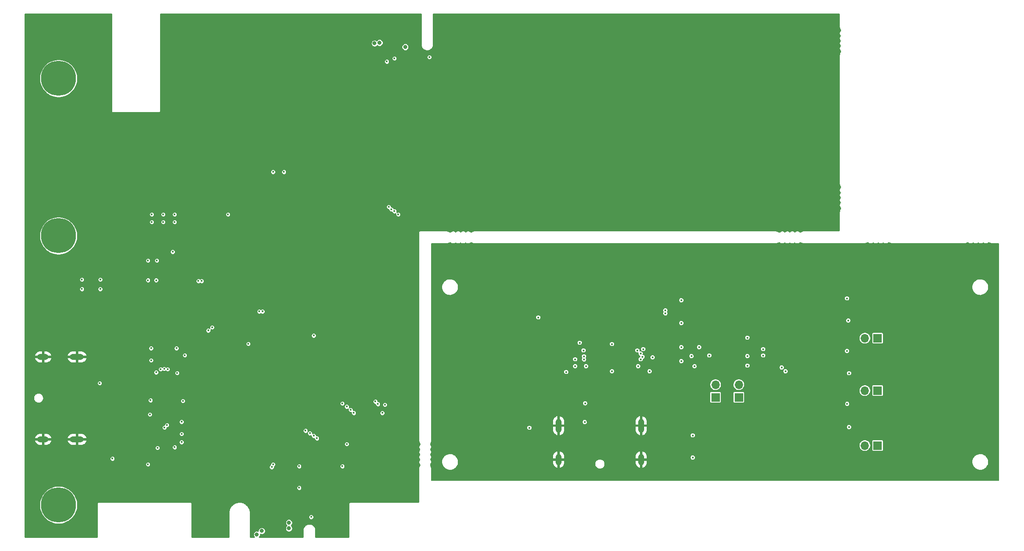
<source format=gbr>
G04 #@! TF.GenerationSoftware,KiCad,Pcbnew,5.99.0-unknown-128ec78~100~ubuntu18.04.1*
G04 #@! TF.CreationDate,2020-01-29T23:00:07+01:00*
G04 #@! TF.ProjectId,fab_v2,6661625f-7632-42e6-9b69-6361645f7063,rev?*
G04 #@! TF.SameCoordinates,PX251ced8PY3683460*
G04 #@! TF.FileFunction,Copper,L3,Inr*
G04 #@! TF.FilePolarity,Positive*
%FSLAX46Y46*%
G04 Gerber Fmt 4.6, Leading zero omitted, Abs format (unit mm)*
G04 Created by KiCad (PCBNEW 5.99.0-unknown-128ec78~100~ubuntu18.04.1) date 2020-01-29 23:00:07*
%MOMM*%
%LPD*%
G04 APERTURE LIST*
%ADD10O,1.200000X2.800000*%
%ADD11O,1.200000X2.300000*%
%ADD12C,0.500000*%
%ADD13O,1.700000X1.700000*%
%ADD14R,1.700000X1.700000*%
%ADD15C,7.000000*%
%ADD16O,2.300000X1.200000*%
%ADD17O,2.800000X1.200000*%
%ADD18C,0.400000*%
%ADD19C,0.800000*%
%ADD20C,0.200000*%
%ADD21C,0.254000*%
G04 APERTURE END LIST*
D10*
X123517600Y-82788400D03*
X107017600Y-82788400D03*
D11*
X123517600Y-89568400D03*
X107017600Y-89568400D03*
D12*
X115225800Y-69256000D03*
X120225800Y-69256000D03*
X117725800Y-69256000D03*
D13*
X143028800Y-74568000D03*
D14*
X143028800Y-77108000D03*
D13*
X138378800Y-74568000D03*
D14*
X138378800Y-77108000D03*
D13*
X168223800Y-65274000D03*
D14*
X170763800Y-65274000D03*
D13*
X168223800Y-75763000D03*
D14*
X170763800Y-75763000D03*
D13*
X168223800Y-86760000D03*
D14*
X170763800Y-86760000D03*
D15*
X7000000Y-44750000D03*
X7000000Y-98650000D03*
X7000000Y-13250000D03*
D16*
X3900000Y-69000000D03*
X3900000Y-85500000D03*
D17*
X10680000Y-69000000D03*
X10680000Y-85500000D03*
D12*
X28400000Y-77050000D03*
X28400000Y-74550000D03*
X28400000Y-79550000D03*
D18*
X101167800Y-83204000D03*
X91439600Y-83254800D03*
X122757800Y-67710000D03*
X123900800Y-67456000D03*
X125170800Y-71901000D03*
X122884800Y-70885000D03*
X164667800Y-57296000D03*
X165048800Y-83077000D03*
X165048800Y-72282000D03*
X164921800Y-61741000D03*
X134187800Y-70885000D03*
X178764800Y-51708000D03*
X176706800Y-51682000D03*
X172643800Y-51702000D03*
X168706800Y-51702000D03*
X164642800Y-51702000D03*
X160689800Y-51702000D03*
X156752800Y-51702000D03*
X152688800Y-51702000D03*
X174825800Y-51702000D03*
X170888800Y-51702000D03*
X166824800Y-51702000D03*
X162887800Y-51702000D03*
X158815800Y-51708000D03*
X154878800Y-51708000D03*
X148665800Y-51708000D03*
X150824800Y-51708000D03*
X147776800Y-51708000D03*
X145744800Y-51708000D03*
X143712800Y-51708000D03*
X141807800Y-51708000D03*
X139775800Y-51708000D03*
X137743800Y-51708000D03*
X135706800Y-51703000D03*
X133806800Y-51708000D03*
X125805800Y-51708000D03*
X131774800Y-51708000D03*
X130758800Y-51708000D03*
X128726800Y-51708000D03*
X127710800Y-51708000D03*
X122503800Y-51708000D03*
X121614800Y-51708000D03*
X118439800Y-51835000D03*
X117423800Y-51835000D03*
X114629800Y-51835000D03*
X112724800Y-51835000D03*
X108533800Y-51962000D03*
X101675800Y-52089000D03*
X98754800Y-51962000D03*
X147903800Y-68726000D03*
X147903800Y-67456000D03*
X132536800Y-71647000D03*
X133552800Y-68853000D03*
X137108800Y-68726000D03*
X135965800Y-68726000D03*
X131647800Y-68091000D03*
X135076800Y-67075000D03*
X131520800Y-67075000D03*
X131520800Y-69869000D03*
X117804800Y-63900000D03*
X117677800Y-66440000D03*
X117804800Y-74441000D03*
X123392800Y-68345000D03*
X123773800Y-68980000D03*
X123392800Y-69488000D03*
X126059800Y-64789000D03*
X122884800Y-64789000D03*
X128218800Y-65551000D03*
X129742800Y-67583000D03*
X128218800Y-69488000D03*
X129361800Y-74060000D03*
X125805800Y-74060000D03*
X122884800Y-74060000D03*
X112597800Y-64789000D03*
X106247800Y-63646000D03*
X106247800Y-65932000D03*
X106247800Y-69107000D03*
X106247800Y-74060000D03*
X109930800Y-74060000D03*
X112597800Y-74060000D03*
X108533800Y-72028000D03*
X111200800Y-66186000D03*
X112087280Y-68906349D03*
X112107800Y-69506000D03*
X110311800Y-69488000D03*
X111962800Y-67710000D03*
X110311800Y-70885000D03*
X112470800Y-70885000D03*
X117677800Y-71901000D03*
X112299790Y-78295010D03*
X112216800Y-82061000D03*
X102945800Y-61106000D03*
X113232800Y-78378000D03*
X115772800Y-81807000D03*
X117296800Y-81807000D03*
X118820800Y-81807000D03*
X120344800Y-81934000D03*
X134822800Y-84728000D03*
X134822800Y-89173000D03*
X133806800Y-89173000D03*
X133806800Y-84728000D03*
X128361267Y-60278802D03*
X128345800Y-59709000D03*
X132536800Y-62249000D03*
X131520800Y-62249000D03*
X131520800Y-57677000D03*
X132559800Y-57700000D03*
X142950800Y-65932000D03*
X142950800Y-67964000D03*
X142950800Y-69869000D03*
X144728800Y-70758000D03*
X144728800Y-68853000D03*
X144728800Y-65170000D03*
X146373800Y-63271000D03*
X152348800Y-63265000D03*
X153364800Y-71901000D03*
X153999800Y-71139000D03*
X152348800Y-71901000D03*
X152348800Y-71901000D03*
X151586800Y-71139000D03*
X170696800Y-68689000D03*
X172033800Y-80035000D03*
X170696800Y-79149500D03*
X164696800Y-78424000D03*
X164823800Y-84093000D03*
X170696800Y-58125000D03*
X172033800Y-59010500D03*
X164540800Y-62630000D03*
X172033800Y-69488000D03*
X164794800Y-73171000D03*
X125805800Y-69107000D03*
X112597800Y-62249000D03*
X122122800Y-56661000D03*
X113867800Y-58947000D03*
X163651800Y-72409000D03*
X163651800Y-67837000D03*
X118058800Y-58947000D03*
X113867800Y-56661000D03*
X117804800Y-75838000D03*
X113867800Y-75838000D03*
X108533800Y-60979000D03*
X118058800Y-56661000D03*
X108533800Y-56661000D03*
X124154800Y-58947000D03*
X126440800Y-56661000D03*
X108533800Y-53613000D03*
X126440800Y-53613000D03*
X122122800Y-53613000D03*
X118058800Y-53613000D03*
X113867800Y-53613000D03*
X121614800Y-75838000D03*
X120725800Y-58947000D03*
X115518800Y-60979000D03*
X118058800Y-60979000D03*
X121995800Y-60979000D03*
X163651800Y-57296000D03*
X163651800Y-78424000D03*
X164667800Y-67837000D03*
X163651800Y-83077000D03*
X163651800Y-61868000D03*
X17780000Y-89378000D03*
X24892000Y-90521000D03*
X64643000Y-86457000D03*
X72263000Y-78583000D03*
X15240000Y-74265000D03*
X66291000Y-11651000D03*
X65278000Y-10384000D03*
X66294000Y-9114000D03*
X71755000Y-8352000D03*
X72644000Y-9876000D03*
X74168000Y-9241000D03*
D19*
X47650000Y-103856000D03*
D18*
X30226000Y-40483000D03*
X27940000Y-40483000D03*
X25654000Y-40483000D03*
X73148999Y-11656999D03*
X73149000Y-14191000D03*
X72136000Y-12924000D03*
X78059000Y-11862000D03*
X78059000Y-10465000D03*
X52070000Y-31974000D03*
X49911000Y-31974000D03*
X152164000Y-5957000D03*
X141224000Y-5939000D03*
X140208000Y-5939000D03*
X124206000Y-5939000D03*
X125222000Y-5939000D03*
X121176000Y-5957000D03*
X117221000Y-5939000D03*
X119126000Y-5939000D03*
X150241000Y-5939000D03*
X147193000Y-5939000D03*
X146177000Y-5939000D03*
X143256000Y-5939000D03*
X142240000Y-5939000D03*
X138176000Y-5939000D03*
X139192000Y-5939000D03*
X135255000Y-5939000D03*
X134239000Y-5939000D03*
X131191000Y-5939000D03*
X130175000Y-5939000D03*
X126111000Y-5939000D03*
X127127000Y-5939000D03*
X122174000Y-5939000D03*
X123190000Y-5939000D03*
X110236000Y-5939000D03*
X114173000Y-5939000D03*
X113157000Y-5939000D03*
X149225000Y-5939000D03*
X148209000Y-5939000D03*
X144145000Y-5939000D03*
X145161000Y-5939000D03*
X137178000Y-5939000D03*
X136162000Y-5939000D03*
X132207000Y-5939000D03*
X133223000Y-5939000D03*
X128143000Y-5957000D03*
X129159000Y-5957000D03*
X116205000Y-5957000D03*
X115189000Y-5957000D03*
X112141000Y-5957000D03*
X111125000Y-5957000D03*
X108204000Y-5957000D03*
X107188000Y-5957000D03*
X104158000Y-5957000D03*
X101219000Y-5957000D03*
X98171000Y-5957000D03*
X97155000Y-5957000D03*
X90188000Y-5957000D03*
X94234000Y-5939000D03*
X93218000Y-5939000D03*
X109220000Y-5939000D03*
X106172000Y-5939000D03*
X105156000Y-5939000D03*
X102235000Y-5939000D03*
X99187000Y-5939000D03*
X96139000Y-5939000D03*
X95123000Y-5939000D03*
X92202000Y-5925000D03*
X91200000Y-5925000D03*
X88200000Y-6001000D03*
X85725000Y-6066000D03*
X82677000Y-6066000D03*
X75200000Y-6558000D03*
D19*
X76327000Y-6955000D03*
D18*
X63754000Y-90902000D03*
X55118000Y-90902000D03*
X55118000Y-95220000D03*
X57531000Y-101062000D03*
X51650000Y-104833000D03*
X15367000Y-55421000D03*
X11684000Y-55421000D03*
X15367000Y-53516000D03*
X11684000Y-53516000D03*
X11176000Y-62584000D03*
X16000000Y-63635000D03*
X26543000Y-53650000D03*
X24892000Y-53650000D03*
X24892000Y-49713000D03*
X26670000Y-49713000D03*
X11176000Y-75281000D03*
X11176000Y-77186000D03*
X11176000Y-77694000D03*
X11176000Y-78202000D03*
X11176000Y-78710000D03*
X11176000Y-79218000D03*
X11176000Y-79726000D03*
X11176000Y-80742000D03*
X11176000Y-82266000D03*
X70358000Y-77948000D03*
X70866000Y-78456000D03*
X73025000Y-38959000D03*
X73533000Y-39467000D03*
X74168000Y-39848000D03*
X71755000Y-80234000D03*
X74930000Y-40483000D03*
X81153000Y-8987000D03*
X49642671Y-91057658D03*
X36957000Y-63724000D03*
X49911000Y-90521000D03*
X37719000Y-63089000D03*
X63754000Y-78329000D03*
X64643000Y-78964000D03*
X65405000Y-79599000D03*
X66040000Y-80234000D03*
X56388000Y-83790000D03*
X57277000Y-84298000D03*
X58039000Y-84806000D03*
X58674000Y-85314000D03*
X44958000Y-66391000D03*
X60198000Y-64232000D03*
X49022000Y-104745000D03*
X58928000Y-104364000D03*
X62150000Y-103985100D03*
X64389000Y-104491000D03*
D19*
X72200000Y-6891000D03*
X71200000Y-6113000D03*
X70200000Y-6224000D03*
X46650000Y-104577000D03*
D18*
X30226000Y-42007000D03*
X27940000Y-42007000D03*
X25654000Y-42007000D03*
D19*
X53086000Y-102205000D03*
X53086000Y-103348000D03*
D18*
X46482000Y-71217000D03*
X52705000Y-71217000D03*
X53721000Y-70582000D03*
X50442000Y-76828000D03*
X50419000Y-78329000D03*
X49022000Y-74519000D03*
X49784000Y-74519000D03*
X49784000Y-73757000D03*
X49022000Y-73757000D03*
X31623000Y-84425000D03*
X57277000Y-60930000D03*
X58039000Y-60930000D03*
X58039000Y-60168000D03*
X57277000Y-60168000D03*
X58420000Y-56485000D03*
X58420000Y-58009000D03*
X58039000Y-64740000D03*
X54864000Y-63470000D03*
X62128500Y-64333500D03*
X50670000Y-55599000D03*
X49403000Y-57120000D03*
X50670000Y-58514000D03*
X41529000Y-77567000D03*
X42926000Y-76170000D03*
X42926000Y-78964000D03*
X31623000Y-86076000D03*
X30226000Y-87092000D03*
X26797000Y-87219000D03*
X25273000Y-80525000D03*
X23622000Y-81123000D03*
X24303000Y-81712000D03*
X31623000Y-82012000D03*
X32616000Y-80765000D03*
X32616000Y-81989000D03*
X33147000Y-81377000D03*
X23749000Y-82774000D03*
X23241000Y-87219000D03*
X24892000Y-87219000D03*
X28702000Y-82647000D03*
X31496000Y-83155000D03*
X28194000Y-83155000D03*
X25400000Y-77694000D03*
X23749000Y-77059000D03*
X24430000Y-77648000D03*
X24280000Y-72256000D03*
X23622000Y-72995000D03*
X24280000Y-73607000D03*
X31877000Y-77821000D03*
X32893000Y-77821000D03*
X33528000Y-77059000D03*
X26543000Y-72106000D03*
X30734000Y-72233000D03*
X25527000Y-67280000D03*
X25527000Y-69693000D03*
X30607000Y-67280000D03*
X32258000Y-68677000D03*
X28829000Y-71471000D03*
X28150000Y-71388000D03*
X27432000Y-71471000D03*
X33020000Y-73630000D03*
X33782000Y-73249000D03*
X34798000Y-68169000D03*
X29972000Y-67915000D03*
X31369000Y-69312000D03*
X47792566Y-59913533D03*
X47142566Y-59913533D03*
X34925000Y-45309000D03*
X35687000Y-44547000D03*
X35687000Y-45309000D03*
X34925000Y-44547000D03*
X40894000Y-40483000D03*
X39090500Y-40838500D03*
X38989000Y-42388000D03*
X31242000Y-44039000D03*
X31980792Y-43473625D03*
X31877000Y-52929000D03*
X33401000Y-51659000D03*
X30372500Y-51639500D03*
X38227000Y-47849000D03*
X46355000Y-59914000D03*
X48514000Y-59914000D03*
X34981000Y-53818000D03*
X35631000Y-53818000D03*
X34290000Y-53818000D03*
X36322000Y-53818000D03*
X29845000Y-47976000D03*
G36*
X85464977Y-46204711D02*
G01*
X85475272Y-46212611D01*
X85623328Y-46298092D01*
X85635318Y-46303058D01*
X85800454Y-46347306D01*
X85813320Y-46349000D01*
X85984280Y-46349000D01*
X85997146Y-46347306D01*
X86162282Y-46303058D01*
X86174272Y-46298092D01*
X86322328Y-46212611D01*
X86332623Y-46204711D01*
X86388335Y-46149000D01*
X86409265Y-46149000D01*
X86464977Y-46204711D01*
X86475272Y-46212611D01*
X86623328Y-46298092D01*
X86635318Y-46303058D01*
X86800454Y-46347306D01*
X86813320Y-46349000D01*
X86984280Y-46349000D01*
X86997146Y-46347306D01*
X87162282Y-46303058D01*
X87174272Y-46298092D01*
X87322328Y-46212611D01*
X87332623Y-46204711D01*
X87388335Y-46149000D01*
X87409265Y-46149000D01*
X87464977Y-46204711D01*
X87475272Y-46212611D01*
X87623328Y-46298092D01*
X87635318Y-46303058D01*
X87800454Y-46347306D01*
X87813320Y-46349000D01*
X87984280Y-46349000D01*
X87997146Y-46347306D01*
X88162282Y-46303058D01*
X88174272Y-46298092D01*
X88322328Y-46212611D01*
X88332623Y-46204711D01*
X88388335Y-46149000D01*
X88409265Y-46149000D01*
X88464977Y-46204711D01*
X88475272Y-46212611D01*
X88623328Y-46298092D01*
X88635318Y-46303058D01*
X88800454Y-46347306D01*
X88813320Y-46349000D01*
X88984280Y-46349000D01*
X88997146Y-46347306D01*
X89162282Y-46303058D01*
X89174272Y-46298092D01*
X89322328Y-46212611D01*
X89332623Y-46204711D01*
X89388335Y-46149000D01*
X89601999Y-46149000D01*
X89762267Y-46237838D01*
X89772529Y-46242105D01*
X89785912Y-46245980D01*
X89797989Y-46253052D01*
X89808254Y-46257592D01*
X89813951Y-46259375D01*
X90012073Y-46321462D01*
X90022983Y-46323578D01*
X90036875Y-46324684D01*
X90050126Y-46329182D01*
X90061092Y-46331565D01*
X90067031Y-46332166D01*
X90273592Y-46353148D01*
X90284705Y-46353027D01*
X90317268Y-46349000D01*
X150272738Y-46349000D01*
X150297608Y-46353363D01*
X150308828Y-46354040D01*
X150314797Y-46353722D01*
X150424794Y-46347958D01*
X150435757Y-46346138D01*
X150442005Y-46344364D01*
X150448516Y-46344495D01*
X150459625Y-46343465D01*
X150465459Y-46342251D01*
X150465502Y-46342242D01*
X150668804Y-46299771D01*
X150679360Y-46296295D01*
X150692029Y-46290482D01*
X150705781Y-46287945D01*
X150716503Y-46284682D01*
X150721960Y-46282319D01*
X150721960Y-46282320D01*
X150912549Y-46199844D01*
X150922190Y-46194317D01*
X150933427Y-46186078D01*
X150946433Y-46180810D01*
X150956352Y-46175406D01*
X150961265Y-46171952D01*
X150994043Y-46149000D01*
X151209265Y-46149000D01*
X151264977Y-46204711D01*
X151275272Y-46212611D01*
X151423328Y-46298092D01*
X151435318Y-46303058D01*
X151600454Y-46347306D01*
X151613320Y-46349000D01*
X151784280Y-46349000D01*
X151797146Y-46347306D01*
X151962282Y-46303058D01*
X151974272Y-46298092D01*
X152122328Y-46212611D01*
X152132623Y-46204711D01*
X152188335Y-46149000D01*
X152209265Y-46149000D01*
X152264977Y-46204711D01*
X152275272Y-46212611D01*
X152423328Y-46298092D01*
X152435318Y-46303058D01*
X152600454Y-46347306D01*
X152613320Y-46349000D01*
X152784280Y-46349000D01*
X152797146Y-46347306D01*
X152962282Y-46303058D01*
X152974272Y-46298092D01*
X153122328Y-46212611D01*
X153132623Y-46204711D01*
X153188335Y-46149000D01*
X153209265Y-46149000D01*
X153264977Y-46204711D01*
X153275272Y-46212611D01*
X153423328Y-46298092D01*
X153435318Y-46303058D01*
X153600454Y-46347306D01*
X153613320Y-46349000D01*
X153784280Y-46349000D01*
X153797146Y-46347306D01*
X153962282Y-46303058D01*
X153974272Y-46298092D01*
X154122328Y-46212611D01*
X154132623Y-46204711D01*
X154188335Y-46149000D01*
X154209265Y-46149000D01*
X154264977Y-46204711D01*
X154275272Y-46212611D01*
X154423328Y-46298092D01*
X154435318Y-46303058D01*
X154600454Y-46347306D01*
X154613320Y-46349000D01*
X154784280Y-46349000D01*
X154797146Y-46347306D01*
X154962282Y-46303058D01*
X154974272Y-46298092D01*
X155122328Y-46212611D01*
X155132623Y-46204711D01*
X155188335Y-46149000D01*
X155401999Y-46149000D01*
X155562267Y-46237838D01*
X155572529Y-46242105D01*
X155585912Y-46245980D01*
X155597989Y-46253052D01*
X155608254Y-46257592D01*
X155613951Y-46259375D01*
X155812073Y-46321462D01*
X155822983Y-46323578D01*
X155836875Y-46324684D01*
X155850126Y-46329182D01*
X155861092Y-46331565D01*
X155867031Y-46332166D01*
X156073592Y-46353148D01*
X156084705Y-46353027D01*
X156117268Y-46349000D01*
X167973938Y-46349000D01*
X167998808Y-46353363D01*
X168010028Y-46354040D01*
X168015997Y-46353722D01*
X168125994Y-46347958D01*
X168136957Y-46346138D01*
X168143205Y-46344364D01*
X168149716Y-46344495D01*
X168160825Y-46343465D01*
X168166659Y-46342251D01*
X168166702Y-46342242D01*
X168370004Y-46299771D01*
X168380560Y-46296295D01*
X168393229Y-46290482D01*
X168406981Y-46287945D01*
X168417703Y-46284682D01*
X168423160Y-46282319D01*
X168423160Y-46282320D01*
X168613749Y-46199844D01*
X168623390Y-46194317D01*
X168634627Y-46186078D01*
X168647633Y-46180810D01*
X168657552Y-46175406D01*
X168662465Y-46171952D01*
X168695243Y-46149000D01*
X168910465Y-46149000D01*
X168966177Y-46204711D01*
X168976472Y-46212611D01*
X169124528Y-46298092D01*
X169136518Y-46303058D01*
X169301654Y-46347306D01*
X169314520Y-46349000D01*
X169485480Y-46349000D01*
X169498346Y-46347306D01*
X169663482Y-46303058D01*
X169675472Y-46298092D01*
X169823528Y-46212611D01*
X169833823Y-46204711D01*
X169889535Y-46149000D01*
X169910465Y-46149000D01*
X169966177Y-46204711D01*
X169976472Y-46212611D01*
X170124528Y-46298092D01*
X170136518Y-46303058D01*
X170301654Y-46347306D01*
X170314520Y-46349000D01*
X170485480Y-46349000D01*
X170498346Y-46347306D01*
X170663482Y-46303058D01*
X170675472Y-46298092D01*
X170823528Y-46212611D01*
X170833823Y-46204711D01*
X170889535Y-46149000D01*
X170910465Y-46149000D01*
X170966177Y-46204711D01*
X170976472Y-46212611D01*
X171124528Y-46298092D01*
X171136518Y-46303058D01*
X171301654Y-46347306D01*
X171314520Y-46349000D01*
X171485480Y-46349000D01*
X171498346Y-46347306D01*
X171663482Y-46303058D01*
X171675472Y-46298092D01*
X171823528Y-46212611D01*
X171833823Y-46204711D01*
X171889535Y-46149000D01*
X171910465Y-46149000D01*
X171966177Y-46204711D01*
X171976472Y-46212611D01*
X172124528Y-46298092D01*
X172136518Y-46303058D01*
X172301654Y-46347306D01*
X172314520Y-46349000D01*
X172485480Y-46349000D01*
X172498346Y-46347306D01*
X172663482Y-46303058D01*
X172675472Y-46298092D01*
X172823528Y-46212611D01*
X172833823Y-46204711D01*
X172889535Y-46149000D01*
X173103199Y-46149000D01*
X173263467Y-46237838D01*
X173273729Y-46242105D01*
X173287112Y-46245980D01*
X173299189Y-46253052D01*
X173309454Y-46257592D01*
X173315151Y-46259375D01*
X173513273Y-46321462D01*
X173524183Y-46323578D01*
X173538075Y-46324684D01*
X173551326Y-46329182D01*
X173562292Y-46331565D01*
X173568231Y-46332166D01*
X173774792Y-46353148D01*
X173785905Y-46353027D01*
X173818468Y-46349000D01*
X187973938Y-46349000D01*
X187998808Y-46353363D01*
X188010028Y-46354040D01*
X188015997Y-46353722D01*
X188125994Y-46347958D01*
X188136957Y-46346138D01*
X188143205Y-46344364D01*
X188149716Y-46344495D01*
X188160825Y-46343465D01*
X188166659Y-46342251D01*
X188166702Y-46342242D01*
X188370004Y-46299771D01*
X188380560Y-46296295D01*
X188393229Y-46290482D01*
X188406981Y-46287945D01*
X188417703Y-46284682D01*
X188423160Y-46282319D01*
X188423160Y-46282320D01*
X188613749Y-46199844D01*
X188623390Y-46194317D01*
X188634627Y-46186078D01*
X188647633Y-46180810D01*
X188657552Y-46175406D01*
X188662465Y-46171952D01*
X188695243Y-46149000D01*
X188910465Y-46149000D01*
X188966177Y-46204711D01*
X188976472Y-46212611D01*
X189124528Y-46298092D01*
X189136518Y-46303058D01*
X189301654Y-46347306D01*
X189314520Y-46349000D01*
X189485480Y-46349000D01*
X189498346Y-46347306D01*
X189663482Y-46303058D01*
X189675472Y-46298092D01*
X189823528Y-46212611D01*
X189833823Y-46204711D01*
X189889535Y-46149000D01*
X189910465Y-46149000D01*
X189966177Y-46204711D01*
X189976472Y-46212611D01*
X190124528Y-46298092D01*
X190136518Y-46303058D01*
X190301654Y-46347306D01*
X190314520Y-46349000D01*
X190485480Y-46349000D01*
X190498346Y-46347306D01*
X190663482Y-46303058D01*
X190675472Y-46298092D01*
X190823528Y-46212611D01*
X190833823Y-46204711D01*
X190889535Y-46149000D01*
X190910465Y-46149000D01*
X190966177Y-46204711D01*
X190976472Y-46212611D01*
X191124528Y-46298092D01*
X191136518Y-46303058D01*
X191301654Y-46347306D01*
X191314520Y-46349000D01*
X191485480Y-46349000D01*
X191498346Y-46347306D01*
X191663482Y-46303058D01*
X191675472Y-46298092D01*
X191823528Y-46212611D01*
X191833823Y-46204711D01*
X191889535Y-46149000D01*
X191910465Y-46149000D01*
X191966177Y-46204711D01*
X191976472Y-46212611D01*
X192124528Y-46298092D01*
X192136518Y-46303058D01*
X192301654Y-46347306D01*
X192314520Y-46349000D01*
X192485480Y-46349000D01*
X192498346Y-46347306D01*
X192663482Y-46303058D01*
X192675472Y-46298092D01*
X192823528Y-46212611D01*
X192833823Y-46204711D01*
X192889535Y-46149000D01*
X193103199Y-46149000D01*
X193263467Y-46237838D01*
X193273729Y-46242105D01*
X193287112Y-46245980D01*
X193299189Y-46253052D01*
X193309454Y-46257592D01*
X193315151Y-46259375D01*
X193513273Y-46321462D01*
X193524183Y-46323578D01*
X193538075Y-46324684D01*
X193551326Y-46329182D01*
X193562292Y-46331565D01*
X193568231Y-46332166D01*
X193774792Y-46353148D01*
X193785905Y-46353027D01*
X193818468Y-46349000D01*
X194999800Y-46349000D01*
X194999801Y-93751000D01*
X81597800Y-93751000D01*
X81597800Y-91476062D01*
X81602162Y-91451195D01*
X81602840Y-91439983D01*
X81602523Y-91434016D01*
X81596758Y-91324006D01*
X81594938Y-91313043D01*
X81593164Y-91306795D01*
X81593295Y-91300284D01*
X81592265Y-91289175D01*
X81591051Y-91283341D01*
X81591042Y-91283298D01*
X81548571Y-91079995D01*
X81545095Y-91069440D01*
X81539282Y-91056771D01*
X81536745Y-91043018D01*
X81533482Y-91032296D01*
X81531119Y-91026840D01*
X81531120Y-91026840D01*
X81448644Y-90836251D01*
X81443117Y-90826610D01*
X81434877Y-90815372D01*
X81429631Y-90802420D01*
X81424293Y-90792595D01*
X81420878Y-90787713D01*
X81420867Y-90787698D01*
X81397800Y-90754755D01*
X81397800Y-90539535D01*
X81453511Y-90483823D01*
X81461411Y-90473528D01*
X81546892Y-90325472D01*
X81551858Y-90313482D01*
X81596106Y-90148346D01*
X81597800Y-90135480D01*
X81597800Y-90036655D01*
X83644807Y-90036655D01*
X83662761Y-90293406D01*
X83663950Y-90301270D01*
X83722723Y-90551847D01*
X83725154Y-90559419D01*
X83823232Y-90797376D01*
X83826843Y-90804462D01*
X83961706Y-91023678D01*
X83966402Y-91030096D01*
X84134579Y-91224929D01*
X84140241Y-91230512D01*
X84337403Y-91395952D01*
X84343885Y-91400559D01*
X84564963Y-91532347D01*
X84572099Y-91535858D01*
X84811403Y-91630606D01*
X84819008Y-91632931D01*
X85070382Y-91688199D01*
X85078261Y-91689279D01*
X85335237Y-91703646D01*
X85343187Y-91703451D01*
X85599155Y-91676548D01*
X85606972Y-91675085D01*
X85855346Y-91607603D01*
X85862828Y-91604909D01*
X86097218Y-91498585D01*
X86104173Y-91494730D01*
X86318549Y-91352299D01*
X86324798Y-91347381D01*
X86513644Y-91172509D01*
X86519027Y-91166655D01*
X86677484Y-90963838D01*
X86681862Y-90957199D01*
X86805855Y-90731657D01*
X86809115Y-90724403D01*
X86895453Y-90481938D01*
X86897511Y-90474256D01*
X86944019Y-90220852D01*
X86944831Y-90212419D01*
X86947872Y-89922088D01*
X86947237Y-89913640D01*
X86925170Y-89777393D01*
X105818600Y-89777393D01*
X105818600Y-90171947D01*
X105818808Y-90176479D01*
X105833218Y-90333297D01*
X105834872Y-90342222D01*
X105892212Y-90545534D01*
X105895465Y-90554009D01*
X105988896Y-90743467D01*
X105993639Y-90751207D01*
X106120032Y-90920468D01*
X106126106Y-90927214D01*
X106281227Y-91070606D01*
X106288428Y-91076132D01*
X106467083Y-91188855D01*
X106475171Y-91192976D01*
X106671377Y-91271254D01*
X106680081Y-91273832D01*
X106794210Y-91296533D01*
X106866600Y-91237124D01*
X106866600Y-89777393D01*
X107168600Y-89777393D01*
X107168600Y-91237675D01*
X107238997Y-91297007D01*
X107324759Y-91282272D01*
X107333528Y-91279922D01*
X107531715Y-91206807D01*
X107539908Y-91202899D01*
X107721452Y-91094892D01*
X107728796Y-91089556D01*
X107887618Y-90950274D01*
X107893867Y-90943689D01*
X108024646Y-90777795D01*
X108029589Y-90770182D01*
X108127948Y-90583234D01*
X108131422Y-90574847D01*
X108194160Y-90372796D01*
X108195019Y-90368618D01*
X114268600Y-90368618D01*
X114268600Y-90568182D01*
X114269685Y-90578503D01*
X114311177Y-90773705D01*
X114314384Y-90783574D01*
X114395553Y-90965885D01*
X114400742Y-90974871D01*
X114518043Y-91136322D01*
X114524986Y-91144034D01*
X114673292Y-91277569D01*
X114681687Y-91283668D01*
X114854514Y-91383450D01*
X114863994Y-91387670D01*
X115053791Y-91449340D01*
X115063941Y-91451497D01*
X115262412Y-91472357D01*
X115272788Y-91472357D01*
X115471259Y-91451497D01*
X115481409Y-91449340D01*
X115671206Y-91387670D01*
X115680686Y-91383450D01*
X115853513Y-91283668D01*
X115861908Y-91277569D01*
X116010214Y-91144034D01*
X116017157Y-91136322D01*
X116134458Y-90974871D01*
X116139647Y-90965885D01*
X116220816Y-90783574D01*
X116224023Y-90773705D01*
X116265515Y-90578503D01*
X116266600Y-90568182D01*
X116266600Y-90368618D01*
X116265515Y-90358297D01*
X116224023Y-90163095D01*
X116220816Y-90153226D01*
X116139647Y-89970915D01*
X116134458Y-89961929D01*
X116017157Y-89800478D01*
X116010214Y-89792766D01*
X115993141Y-89777393D01*
X122318600Y-89777393D01*
X122318600Y-90171947D01*
X122318808Y-90176479D01*
X122333218Y-90333297D01*
X122334872Y-90342222D01*
X122392212Y-90545534D01*
X122395465Y-90554009D01*
X122488896Y-90743467D01*
X122493639Y-90751207D01*
X122620032Y-90920468D01*
X122626106Y-90927214D01*
X122781227Y-91070606D01*
X122788428Y-91076132D01*
X122967083Y-91188855D01*
X122975171Y-91192976D01*
X123171377Y-91271254D01*
X123180081Y-91273832D01*
X123294210Y-91296533D01*
X123366600Y-91237124D01*
X123366600Y-89777393D01*
X123668600Y-89777393D01*
X123668600Y-91237675D01*
X123738997Y-91297007D01*
X123824759Y-91282272D01*
X123833528Y-91279922D01*
X124031715Y-91206807D01*
X124039908Y-91202899D01*
X124221452Y-91094892D01*
X124228796Y-91089556D01*
X124387618Y-90950274D01*
X124393867Y-90943689D01*
X124524646Y-90777795D01*
X124529589Y-90770182D01*
X124627948Y-90583234D01*
X124631422Y-90574847D01*
X124694160Y-90372796D01*
X124696120Y-90363268D01*
X124716329Y-90171001D01*
X124716600Y-90165823D01*
X124716600Y-90036655D01*
X189644807Y-90036655D01*
X189662761Y-90293406D01*
X189663950Y-90301270D01*
X189722723Y-90551847D01*
X189725154Y-90559419D01*
X189823232Y-90797376D01*
X189826843Y-90804462D01*
X189961706Y-91023678D01*
X189966402Y-91030096D01*
X190134579Y-91224929D01*
X190140241Y-91230512D01*
X190337403Y-91395952D01*
X190343885Y-91400559D01*
X190564963Y-91532347D01*
X190572099Y-91535858D01*
X190811403Y-91630606D01*
X190819008Y-91632931D01*
X191070382Y-91688199D01*
X191078261Y-91689279D01*
X191335237Y-91703646D01*
X191343187Y-91703451D01*
X191599155Y-91676548D01*
X191606972Y-91675085D01*
X191855346Y-91607603D01*
X191862828Y-91604909D01*
X192097218Y-91498585D01*
X192104173Y-91494730D01*
X192318549Y-91352299D01*
X192324798Y-91347381D01*
X192513644Y-91172509D01*
X192519027Y-91166655D01*
X192677484Y-90963838D01*
X192681862Y-90957199D01*
X192805855Y-90731657D01*
X192809115Y-90724403D01*
X192895453Y-90481938D01*
X192897511Y-90474256D01*
X192944019Y-90220852D01*
X192944831Y-90212419D01*
X192947872Y-89922088D01*
X192947237Y-89913640D01*
X192906046Y-89659317D01*
X192904149Y-89651594D01*
X192822908Y-89407375D01*
X192819800Y-89400054D01*
X192700558Y-89171965D01*
X192696320Y-89165236D01*
X192542145Y-88959145D01*
X192536885Y-88953180D01*
X192351744Y-88774390D01*
X192345599Y-88769343D01*
X192134253Y-88622453D01*
X192127379Y-88618453D01*
X191895268Y-88507243D01*
X191887843Y-88504394D01*
X191640937Y-88431725D01*
X191633153Y-88430099D01*
X191377804Y-88397841D01*
X191369860Y-88397481D01*
X191112639Y-88406463D01*
X191104739Y-88407377D01*
X190852263Y-88457369D01*
X190844611Y-88459534D01*
X190603376Y-88549248D01*
X190596168Y-88552609D01*
X190372379Y-88679739D01*
X190365802Y-88684209D01*
X190165217Y-88845483D01*
X190159439Y-88850947D01*
X189987220Y-89042216D01*
X189982390Y-89048534D01*
X189842966Y-89264877D01*
X189839208Y-89271886D01*
X189736167Y-89507737D01*
X189733578Y-89515256D01*
X189669570Y-89764548D01*
X189668217Y-89772384D01*
X189644890Y-90028703D01*
X189644807Y-90036655D01*
X124716600Y-90036655D01*
X124716600Y-89777393D01*
X124658607Y-89719400D01*
X123726593Y-89719400D01*
X123668600Y-89777393D01*
X123366600Y-89777393D01*
X123308607Y-89719400D01*
X122376593Y-89719400D01*
X122318600Y-89777393D01*
X115993141Y-89777393D01*
X115861908Y-89659231D01*
X115853513Y-89653132D01*
X115680686Y-89553350D01*
X115671206Y-89549130D01*
X115481409Y-89487460D01*
X115471259Y-89485303D01*
X115272788Y-89464443D01*
X115262412Y-89464443D01*
X115063941Y-89485303D01*
X115053791Y-89487460D01*
X114863994Y-89549130D01*
X114854514Y-89553350D01*
X114681687Y-89653132D01*
X114673292Y-89659231D01*
X114524986Y-89792766D01*
X114518043Y-89800478D01*
X114400742Y-89961929D01*
X114395553Y-89970915D01*
X114314384Y-90153226D01*
X114311177Y-90163095D01*
X114269685Y-90358297D01*
X114268600Y-90368618D01*
X108195019Y-90368618D01*
X108196120Y-90363268D01*
X108216329Y-90171001D01*
X108216600Y-90165823D01*
X108216600Y-89777393D01*
X108158607Y-89719400D01*
X107226593Y-89719400D01*
X107168600Y-89777393D01*
X106866600Y-89777393D01*
X106808607Y-89719400D01*
X105876593Y-89719400D01*
X105818600Y-89777393D01*
X86925170Y-89777393D01*
X86906046Y-89659317D01*
X86904149Y-89651594D01*
X86822908Y-89407375D01*
X86819800Y-89400054D01*
X86700558Y-89171965D01*
X86696320Y-89165236D01*
X86550998Y-88970978D01*
X105818600Y-88970978D01*
X105818600Y-89359407D01*
X105876593Y-89417400D01*
X106808607Y-89417400D01*
X106866600Y-89359407D01*
X106866600Y-87899676D01*
X107168600Y-87899676D01*
X107168600Y-89359407D01*
X107226593Y-89417400D01*
X108158607Y-89417400D01*
X108216600Y-89359407D01*
X108216600Y-88970978D01*
X122318600Y-88970978D01*
X122318600Y-89359407D01*
X122376593Y-89417400D01*
X123308607Y-89417400D01*
X123366600Y-89359407D01*
X123366600Y-87899676D01*
X123668600Y-87899676D01*
X123668600Y-89359407D01*
X123726593Y-89417400D01*
X124658607Y-89417400D01*
X124716600Y-89359407D01*
X124716600Y-89083286D01*
X133305801Y-89083286D01*
X133305801Y-89262714D01*
X133309605Y-89281840D01*
X133378268Y-89447608D01*
X133389103Y-89463823D01*
X133515977Y-89590697D01*
X133532192Y-89601532D01*
X133697960Y-89670195D01*
X133717086Y-89673999D01*
X133896514Y-89673999D01*
X133915640Y-89670195D01*
X134081408Y-89601532D01*
X134097623Y-89590697D01*
X134224497Y-89463823D01*
X134235332Y-89447608D01*
X134303995Y-89281840D01*
X134307799Y-89262714D01*
X134307799Y-89083286D01*
X134303995Y-89064160D01*
X134235332Y-88898392D01*
X134224497Y-88882177D01*
X134097623Y-88755303D01*
X134081408Y-88744468D01*
X133915640Y-88675805D01*
X133896514Y-88672001D01*
X133717086Y-88672001D01*
X133697960Y-88675805D01*
X133532192Y-88744468D01*
X133515977Y-88755303D01*
X133389103Y-88882177D01*
X133378268Y-88898392D01*
X133309605Y-89064160D01*
X133305801Y-89083286D01*
X124716600Y-89083286D01*
X124716600Y-88964853D01*
X124716392Y-88960321D01*
X124701982Y-88803503D01*
X124700328Y-88794578D01*
X124642989Y-88591266D01*
X124639736Y-88582791D01*
X124546305Y-88393333D01*
X124541562Y-88385593D01*
X124415169Y-88216332D01*
X124409095Y-88209586D01*
X124253974Y-88066194D01*
X124246772Y-88060668D01*
X124068117Y-87947945D01*
X124060029Y-87943824D01*
X123863823Y-87865546D01*
X123855119Y-87862968D01*
X123740990Y-87840267D01*
X123668600Y-87899676D01*
X123366600Y-87899676D01*
X123366600Y-87899125D01*
X123296203Y-87839793D01*
X123210441Y-87854528D01*
X123201672Y-87856878D01*
X123003485Y-87929993D01*
X122995292Y-87933901D01*
X122813748Y-88041908D01*
X122806404Y-88047244D01*
X122647582Y-88186526D01*
X122641333Y-88193111D01*
X122510554Y-88359005D01*
X122505611Y-88366618D01*
X122407252Y-88553567D01*
X122403778Y-88561954D01*
X122341040Y-88764005D01*
X122339080Y-88773533D01*
X122318871Y-88965800D01*
X122318600Y-88970978D01*
X108216600Y-88970978D01*
X108216600Y-88964853D01*
X108216392Y-88960321D01*
X108201982Y-88803503D01*
X108200328Y-88794578D01*
X108142989Y-88591266D01*
X108139736Y-88582791D01*
X108046305Y-88393333D01*
X108041562Y-88385593D01*
X107915169Y-88216332D01*
X107909095Y-88209586D01*
X107753974Y-88066194D01*
X107746772Y-88060668D01*
X107568117Y-87947945D01*
X107560029Y-87943824D01*
X107363823Y-87865546D01*
X107355119Y-87862968D01*
X107240990Y-87840267D01*
X107168600Y-87899676D01*
X106866600Y-87899676D01*
X106866600Y-87899125D01*
X106796203Y-87839793D01*
X106710441Y-87854528D01*
X106701672Y-87856878D01*
X106503485Y-87929993D01*
X106495292Y-87933901D01*
X106313748Y-88041908D01*
X106306404Y-88047244D01*
X106147582Y-88186526D01*
X106141333Y-88193111D01*
X106010554Y-88359005D01*
X106005611Y-88366618D01*
X105907252Y-88553567D01*
X105903778Y-88561954D01*
X105841040Y-88764005D01*
X105839080Y-88773533D01*
X105818871Y-88965800D01*
X105818600Y-88970978D01*
X86550998Y-88970978D01*
X86542145Y-88959145D01*
X86536885Y-88953180D01*
X86351744Y-88774390D01*
X86345599Y-88769343D01*
X86134253Y-88622453D01*
X86127379Y-88618453D01*
X85895268Y-88507243D01*
X85887843Y-88504394D01*
X85640937Y-88431725D01*
X85633153Y-88430099D01*
X85377804Y-88397841D01*
X85369860Y-88397481D01*
X85112639Y-88406463D01*
X85104739Y-88407377D01*
X84852263Y-88457369D01*
X84844611Y-88459534D01*
X84603376Y-88549248D01*
X84596168Y-88552609D01*
X84372379Y-88679739D01*
X84365802Y-88684209D01*
X84165217Y-88845483D01*
X84159439Y-88850947D01*
X83987220Y-89042216D01*
X83982390Y-89048534D01*
X83842966Y-89264877D01*
X83839208Y-89271886D01*
X83736167Y-89507737D01*
X83733578Y-89515256D01*
X83669570Y-89764548D01*
X83668217Y-89772384D01*
X83644890Y-90028703D01*
X83644807Y-90036655D01*
X81597800Y-90036655D01*
X81597800Y-89964520D01*
X81596106Y-89951654D01*
X81551858Y-89786518D01*
X81546892Y-89774528D01*
X81461411Y-89626472D01*
X81453511Y-89616177D01*
X81397800Y-89560465D01*
X81397800Y-89539535D01*
X81453511Y-89483823D01*
X81461411Y-89473528D01*
X81546892Y-89325472D01*
X81551858Y-89313482D01*
X81596106Y-89148346D01*
X81597800Y-89135480D01*
X81597800Y-88964520D01*
X81596106Y-88951654D01*
X81551858Y-88786518D01*
X81546892Y-88774528D01*
X81461411Y-88626472D01*
X81453511Y-88616177D01*
X81397800Y-88560465D01*
X81397800Y-88539535D01*
X81453511Y-88483823D01*
X81461411Y-88473528D01*
X81546892Y-88325472D01*
X81551858Y-88313482D01*
X81596106Y-88148346D01*
X81597800Y-88135480D01*
X81597800Y-87964520D01*
X81596106Y-87951654D01*
X81551858Y-87786518D01*
X81546892Y-87774528D01*
X81461411Y-87626472D01*
X81453511Y-87616177D01*
X81397800Y-87560465D01*
X81397800Y-87539535D01*
X81453511Y-87483823D01*
X81461411Y-87473528D01*
X81546892Y-87325472D01*
X81551858Y-87313482D01*
X81596106Y-87148346D01*
X81597800Y-87135480D01*
X81597800Y-86964520D01*
X81596106Y-86951654D01*
X81569336Y-86851746D01*
X167073362Y-86851746D01*
X167074172Y-86861396D01*
X167113093Y-87073453D01*
X167115762Y-87082762D01*
X167195130Y-87283221D01*
X167199556Y-87291834D01*
X167316348Y-87473060D01*
X167322363Y-87480649D01*
X167472131Y-87635738D01*
X167479505Y-87642014D01*
X167656544Y-87765060D01*
X167664997Y-87769784D01*
X167862564Y-87856099D01*
X167871774Y-87859092D01*
X168082344Y-87905388D01*
X168091960Y-87906535D01*
X168307513Y-87911050D01*
X168317168Y-87910307D01*
X168529491Y-87872869D01*
X168538819Y-87870265D01*
X168739827Y-87792298D01*
X168748471Y-87787932D01*
X168930507Y-87672408D01*
X168938138Y-87666446D01*
X169094269Y-87517765D01*
X169100596Y-87510434D01*
X169224875Y-87334258D01*
X169229659Y-87325838D01*
X169317350Y-87128879D01*
X169320407Y-87119690D01*
X169368249Y-86909111D01*
X169369478Y-86898807D01*
X169372908Y-86653237D01*
X169371967Y-86642902D01*
X169330023Y-86431069D01*
X169327224Y-86421798D01*
X169245065Y-86222467D01*
X169240519Y-86213917D01*
X169121208Y-86034340D01*
X169115087Y-86026836D01*
X168994236Y-85905137D01*
X169610882Y-85905137D01*
X169610882Y-87614863D01*
X169611835Y-87624544D01*
X169630208Y-87716913D01*
X169637671Y-87734930D01*
X169692710Y-87817301D01*
X169706499Y-87831090D01*
X169788870Y-87886129D01*
X169806887Y-87893592D01*
X169899256Y-87911965D01*
X169908937Y-87912918D01*
X171618663Y-87912918D01*
X171628344Y-87911965D01*
X171720713Y-87893592D01*
X171738730Y-87886129D01*
X171821101Y-87831090D01*
X171834890Y-87817301D01*
X171889929Y-87734930D01*
X171897392Y-87716913D01*
X171915765Y-87624544D01*
X171916718Y-87614863D01*
X171916718Y-85905137D01*
X171915765Y-85895456D01*
X171897392Y-85803087D01*
X171889929Y-85785070D01*
X171834890Y-85702699D01*
X171821101Y-85688910D01*
X171738730Y-85633871D01*
X171720713Y-85626408D01*
X171628344Y-85608035D01*
X171618663Y-85607082D01*
X169908937Y-85607082D01*
X169899256Y-85608035D01*
X169806887Y-85626408D01*
X169788870Y-85633871D01*
X169706499Y-85688910D01*
X169692710Y-85702699D01*
X169637671Y-85785070D01*
X169630208Y-85803087D01*
X169611835Y-85895456D01*
X169610882Y-85905137D01*
X168994236Y-85905137D01*
X168963169Y-85873853D01*
X168955707Y-85867680D01*
X168776968Y-85747118D01*
X168768450Y-85742512D01*
X168569696Y-85658964D01*
X168560446Y-85656101D01*
X168349250Y-85612748D01*
X168339619Y-85611736D01*
X168124024Y-85610231D01*
X168114380Y-85611108D01*
X167902600Y-85651508D01*
X167893310Y-85654242D01*
X167693411Y-85735007D01*
X167684829Y-85739493D01*
X167504423Y-85857548D01*
X167496876Y-85863616D01*
X167342836Y-86014463D01*
X167336611Y-86021881D01*
X167214804Y-86199774D01*
X167210139Y-86208261D01*
X167125206Y-86406426D01*
X167122278Y-86415656D01*
X167077452Y-86626544D01*
X167076372Y-86636167D01*
X167073362Y-86851746D01*
X81569336Y-86851746D01*
X81551858Y-86786518D01*
X81546892Y-86774528D01*
X81461411Y-86626472D01*
X81453511Y-86616177D01*
X81397800Y-86560465D01*
X81397800Y-86346801D01*
X81486638Y-86186533D01*
X81490905Y-86176271D01*
X81494780Y-86162888D01*
X81501852Y-86150811D01*
X81506392Y-86140546D01*
X81508161Y-86134893D01*
X81570262Y-85936727D01*
X81572378Y-85925817D01*
X81573484Y-85911925D01*
X81577982Y-85898674D01*
X81580365Y-85887708D01*
X81580961Y-85881814D01*
X81601948Y-85675208D01*
X81601827Y-85664095D01*
X81597800Y-85631532D01*
X81597800Y-83114286D01*
X100666801Y-83114286D01*
X100666801Y-83293714D01*
X100670605Y-83312840D01*
X100739268Y-83478608D01*
X100750103Y-83494823D01*
X100876977Y-83621697D01*
X100893192Y-83632532D01*
X101058960Y-83701195D01*
X101078086Y-83704999D01*
X101257514Y-83704999D01*
X101276640Y-83701195D01*
X101442408Y-83632532D01*
X101458623Y-83621697D01*
X101585497Y-83494823D01*
X101596332Y-83478608D01*
X101664995Y-83312840D01*
X101668799Y-83293714D01*
X101668799Y-83114286D01*
X101664995Y-83095160D01*
X101624499Y-82997393D01*
X105818600Y-82997393D01*
X105818600Y-83641947D01*
X105818808Y-83646479D01*
X105833218Y-83803297D01*
X105834872Y-83812222D01*
X105892212Y-84015534D01*
X105895465Y-84024009D01*
X105988896Y-84213467D01*
X105993639Y-84221207D01*
X106120032Y-84390468D01*
X106126106Y-84397214D01*
X106281227Y-84540606D01*
X106288428Y-84546132D01*
X106467083Y-84658855D01*
X106475171Y-84662976D01*
X106671377Y-84741254D01*
X106680081Y-84743832D01*
X106794210Y-84766533D01*
X106866600Y-84707124D01*
X106866600Y-82997393D01*
X107168600Y-82997393D01*
X107168600Y-84707675D01*
X107238997Y-84767007D01*
X107324759Y-84752272D01*
X107333528Y-84749922D01*
X107531715Y-84676807D01*
X107539908Y-84672899D01*
X107721452Y-84564892D01*
X107728796Y-84559556D01*
X107887618Y-84420274D01*
X107893867Y-84413689D01*
X108024646Y-84247795D01*
X108029589Y-84240182D01*
X108127948Y-84053234D01*
X108131422Y-84044847D01*
X108194160Y-83842796D01*
X108196120Y-83833268D01*
X108216329Y-83641001D01*
X108216600Y-83635823D01*
X108216600Y-82997393D01*
X122318600Y-82997393D01*
X122318600Y-83641947D01*
X122318808Y-83646479D01*
X122333218Y-83803297D01*
X122334872Y-83812222D01*
X122392212Y-84015534D01*
X122395465Y-84024009D01*
X122488896Y-84213467D01*
X122493639Y-84221207D01*
X122620032Y-84390468D01*
X122626106Y-84397214D01*
X122781227Y-84540606D01*
X122788428Y-84546132D01*
X122967083Y-84658855D01*
X122975171Y-84662976D01*
X123171377Y-84741254D01*
X123180081Y-84743832D01*
X123294210Y-84766533D01*
X123366600Y-84707124D01*
X123366600Y-82997393D01*
X123668600Y-82997393D01*
X123668600Y-84707675D01*
X123738997Y-84767007D01*
X123824759Y-84752272D01*
X123833528Y-84749922D01*
X124031715Y-84676807D01*
X124039908Y-84672899D01*
X124098087Y-84638286D01*
X133305801Y-84638286D01*
X133305801Y-84817714D01*
X133309605Y-84836840D01*
X133378268Y-85002608D01*
X133389103Y-85018823D01*
X133515977Y-85145697D01*
X133532192Y-85156532D01*
X133697960Y-85225195D01*
X133717086Y-85228999D01*
X133896514Y-85228999D01*
X133915640Y-85225195D01*
X134081408Y-85156532D01*
X134097623Y-85145697D01*
X134224497Y-85018823D01*
X134235332Y-85002608D01*
X134303995Y-84836840D01*
X134307799Y-84817714D01*
X134307799Y-84638286D01*
X134303995Y-84619160D01*
X134235332Y-84453392D01*
X134224497Y-84437177D01*
X134097623Y-84310303D01*
X134081408Y-84299468D01*
X133915640Y-84230805D01*
X133896514Y-84227001D01*
X133717086Y-84227001D01*
X133697960Y-84230805D01*
X133532192Y-84299468D01*
X133515977Y-84310303D01*
X133389103Y-84437177D01*
X133378268Y-84453392D01*
X133309605Y-84619160D01*
X133305801Y-84638286D01*
X124098087Y-84638286D01*
X124221452Y-84564892D01*
X124228796Y-84559556D01*
X124387618Y-84420274D01*
X124393867Y-84413689D01*
X124524646Y-84247795D01*
X124529589Y-84240182D01*
X124627948Y-84053234D01*
X124631422Y-84044847D01*
X124694160Y-83842796D01*
X124696120Y-83833268D01*
X124716329Y-83641001D01*
X124716600Y-83635823D01*
X124716600Y-82997393D01*
X124706493Y-82987286D01*
X164547801Y-82987286D01*
X164547801Y-83166714D01*
X164551605Y-83185840D01*
X164620268Y-83351608D01*
X164631103Y-83367823D01*
X164757977Y-83494697D01*
X164774192Y-83505532D01*
X164939960Y-83574195D01*
X164959086Y-83577999D01*
X165138514Y-83577999D01*
X165157640Y-83574195D01*
X165323408Y-83505532D01*
X165339623Y-83494697D01*
X165466497Y-83367823D01*
X165477332Y-83351608D01*
X165545995Y-83185840D01*
X165549799Y-83166714D01*
X165549799Y-82987286D01*
X165545995Y-82968160D01*
X165477332Y-82802392D01*
X165466497Y-82786177D01*
X165339623Y-82659303D01*
X165323408Y-82648468D01*
X165157640Y-82579805D01*
X165138514Y-82576001D01*
X164959086Y-82576001D01*
X164939960Y-82579805D01*
X164774192Y-82648468D01*
X164757977Y-82659303D01*
X164631103Y-82786177D01*
X164620268Y-82802392D01*
X164551605Y-82968160D01*
X164547801Y-82987286D01*
X124706493Y-82987286D01*
X124658607Y-82939400D01*
X123726593Y-82939400D01*
X123668600Y-82997393D01*
X123366600Y-82997393D01*
X123308607Y-82939400D01*
X122376593Y-82939400D01*
X122318600Y-82997393D01*
X108216600Y-82997393D01*
X108158607Y-82939400D01*
X107226593Y-82939400D01*
X107168600Y-82997393D01*
X106866600Y-82997393D01*
X106808607Y-82939400D01*
X105876593Y-82939400D01*
X105818600Y-82997393D01*
X101624499Y-82997393D01*
X101596332Y-82929392D01*
X101585497Y-82913177D01*
X101458623Y-82786303D01*
X101442408Y-82775468D01*
X101276640Y-82706805D01*
X101257514Y-82703001D01*
X101078086Y-82703001D01*
X101058960Y-82706805D01*
X100893192Y-82775468D01*
X100876977Y-82786303D01*
X100750103Y-82913177D01*
X100739268Y-82929392D01*
X100670605Y-83095160D01*
X100666801Y-83114286D01*
X81597800Y-83114286D01*
X81597800Y-81940978D01*
X105818600Y-81940978D01*
X105818600Y-82579407D01*
X105876593Y-82637400D01*
X106808607Y-82637400D01*
X106866600Y-82579407D01*
X106866600Y-80869676D01*
X107168600Y-80869676D01*
X107168600Y-82579407D01*
X107226593Y-82637400D01*
X108158607Y-82637400D01*
X108216600Y-82579407D01*
X108216600Y-81971286D01*
X111715801Y-81971286D01*
X111715801Y-82150714D01*
X111719605Y-82169840D01*
X111788268Y-82335608D01*
X111799103Y-82351823D01*
X111925977Y-82478697D01*
X111942192Y-82489532D01*
X112107960Y-82558195D01*
X112127086Y-82561999D01*
X112306514Y-82561999D01*
X112325640Y-82558195D01*
X112491408Y-82489532D01*
X112507623Y-82478697D01*
X112634497Y-82351823D01*
X112645332Y-82335608D01*
X112713995Y-82169840D01*
X112717799Y-82150714D01*
X112717799Y-81971286D01*
X112713995Y-81952160D01*
X112709364Y-81940978D01*
X122318600Y-81940978D01*
X122318600Y-82579407D01*
X122376593Y-82637400D01*
X123308607Y-82637400D01*
X123366600Y-82579407D01*
X123366600Y-80869676D01*
X123668600Y-80869676D01*
X123668600Y-82579407D01*
X123726593Y-82637400D01*
X124658607Y-82637400D01*
X124716600Y-82579407D01*
X124716600Y-81934853D01*
X124716392Y-81930321D01*
X124701982Y-81773503D01*
X124700328Y-81764578D01*
X124642989Y-81561266D01*
X124639736Y-81552791D01*
X124546305Y-81363333D01*
X124541562Y-81355593D01*
X124415169Y-81186332D01*
X124409095Y-81179586D01*
X124253974Y-81036194D01*
X124246772Y-81030668D01*
X124068117Y-80917945D01*
X124060029Y-80913824D01*
X123863823Y-80835546D01*
X123855119Y-80832968D01*
X123740990Y-80810267D01*
X123668600Y-80869676D01*
X123366600Y-80869676D01*
X123366600Y-80869125D01*
X123296203Y-80809793D01*
X123210441Y-80824528D01*
X123201672Y-80826878D01*
X123003485Y-80899993D01*
X122995292Y-80903901D01*
X122813748Y-81011908D01*
X122806404Y-81017244D01*
X122647582Y-81156526D01*
X122641333Y-81163111D01*
X122510554Y-81329005D01*
X122505611Y-81336618D01*
X122407252Y-81523567D01*
X122403778Y-81531954D01*
X122341040Y-81734005D01*
X122339080Y-81743533D01*
X122318871Y-81935800D01*
X122318600Y-81940978D01*
X112709364Y-81940978D01*
X112645332Y-81786392D01*
X112634497Y-81770177D01*
X112507623Y-81643303D01*
X112491408Y-81632468D01*
X112325640Y-81563805D01*
X112306514Y-81560001D01*
X112127086Y-81560001D01*
X112107960Y-81563805D01*
X111942192Y-81632468D01*
X111925977Y-81643303D01*
X111799103Y-81770177D01*
X111788268Y-81786392D01*
X111719605Y-81952160D01*
X111715801Y-81971286D01*
X108216600Y-81971286D01*
X108216600Y-81934853D01*
X108216392Y-81930321D01*
X108201982Y-81773503D01*
X108200328Y-81764578D01*
X108142989Y-81561266D01*
X108139736Y-81552791D01*
X108046305Y-81363333D01*
X108041562Y-81355593D01*
X107915169Y-81186332D01*
X107909095Y-81179586D01*
X107753974Y-81036194D01*
X107746772Y-81030668D01*
X107568117Y-80917945D01*
X107560029Y-80913824D01*
X107363823Y-80835546D01*
X107355119Y-80832968D01*
X107240990Y-80810267D01*
X107168600Y-80869676D01*
X106866600Y-80869676D01*
X106866600Y-80869125D01*
X106796203Y-80809793D01*
X106710441Y-80824528D01*
X106701672Y-80826878D01*
X106503485Y-80899993D01*
X106495292Y-80903901D01*
X106313748Y-81011908D01*
X106306404Y-81017244D01*
X106147582Y-81156526D01*
X106141333Y-81163111D01*
X106010554Y-81329005D01*
X106005611Y-81336618D01*
X105907252Y-81523567D01*
X105903778Y-81531954D01*
X105841040Y-81734005D01*
X105839080Y-81743533D01*
X105818871Y-81935800D01*
X105818600Y-81940978D01*
X81597800Y-81940978D01*
X81597800Y-78205296D01*
X111798791Y-78205296D01*
X111798791Y-78384724D01*
X111802595Y-78403850D01*
X111871258Y-78569618D01*
X111882093Y-78585833D01*
X112008967Y-78712707D01*
X112025182Y-78723542D01*
X112190950Y-78792205D01*
X112210076Y-78796009D01*
X112389504Y-78796009D01*
X112408630Y-78792205D01*
X112574398Y-78723542D01*
X112590613Y-78712707D01*
X112717487Y-78585833D01*
X112728322Y-78569618D01*
X112796985Y-78403850D01*
X112800789Y-78384724D01*
X112800789Y-78334286D01*
X164195801Y-78334286D01*
X164195801Y-78513714D01*
X164199605Y-78532840D01*
X164268268Y-78698608D01*
X164279103Y-78714823D01*
X164405977Y-78841697D01*
X164422192Y-78852532D01*
X164587960Y-78921195D01*
X164607086Y-78924999D01*
X164786514Y-78924999D01*
X164805640Y-78921195D01*
X164971408Y-78852532D01*
X164987623Y-78841697D01*
X165114497Y-78714823D01*
X165125332Y-78698608D01*
X165193995Y-78532840D01*
X165197799Y-78513714D01*
X165197799Y-78334286D01*
X165193995Y-78315160D01*
X165125332Y-78149392D01*
X165114497Y-78133177D01*
X164987623Y-78006303D01*
X164971408Y-77995468D01*
X164805640Y-77926805D01*
X164786514Y-77923001D01*
X164607086Y-77923001D01*
X164587960Y-77926805D01*
X164422192Y-77995468D01*
X164405977Y-78006303D01*
X164279103Y-78133177D01*
X164268268Y-78149392D01*
X164199605Y-78315160D01*
X164195801Y-78334286D01*
X112800789Y-78334286D01*
X112800789Y-78205296D01*
X112796985Y-78186170D01*
X112728322Y-78020402D01*
X112717487Y-78004187D01*
X112590613Y-77877313D01*
X112574398Y-77866478D01*
X112408630Y-77797815D01*
X112389504Y-77794011D01*
X112210076Y-77794011D01*
X112190950Y-77797815D01*
X112025182Y-77866478D01*
X112008967Y-77877313D01*
X111882093Y-78004187D01*
X111871258Y-78020402D01*
X111802595Y-78186170D01*
X111798791Y-78205296D01*
X81597800Y-78205296D01*
X81597800Y-76253137D01*
X137225882Y-76253137D01*
X137225882Y-77962863D01*
X137226835Y-77972544D01*
X137245208Y-78064913D01*
X137252671Y-78082930D01*
X137307710Y-78165301D01*
X137321499Y-78179090D01*
X137403870Y-78234129D01*
X137421887Y-78241592D01*
X137514256Y-78259965D01*
X137523937Y-78260918D01*
X139233663Y-78260918D01*
X139243344Y-78259965D01*
X139335713Y-78241592D01*
X139353730Y-78234129D01*
X139436101Y-78179090D01*
X139449890Y-78165301D01*
X139504929Y-78082930D01*
X139512392Y-78064913D01*
X139530765Y-77972544D01*
X139531718Y-77962863D01*
X139531718Y-76253137D01*
X141875882Y-76253137D01*
X141875882Y-77962863D01*
X141876835Y-77972544D01*
X141895208Y-78064913D01*
X141902671Y-78082930D01*
X141957710Y-78165301D01*
X141971499Y-78179090D01*
X142053870Y-78234129D01*
X142071887Y-78241592D01*
X142164256Y-78259965D01*
X142173937Y-78260918D01*
X143883663Y-78260918D01*
X143893344Y-78259965D01*
X143985713Y-78241592D01*
X144003730Y-78234129D01*
X144086101Y-78179090D01*
X144099890Y-78165301D01*
X144154929Y-78082930D01*
X144162392Y-78064913D01*
X144180765Y-77972544D01*
X144181718Y-77962863D01*
X144181718Y-76253137D01*
X144180765Y-76243456D01*
X144162392Y-76151087D01*
X144154929Y-76133070D01*
X144099890Y-76050699D01*
X144086101Y-76036910D01*
X144003730Y-75981871D01*
X143985713Y-75974408D01*
X143893344Y-75956035D01*
X143883663Y-75955082D01*
X142173937Y-75955082D01*
X142164256Y-75956035D01*
X142071887Y-75974408D01*
X142053870Y-75981871D01*
X141971499Y-76036910D01*
X141957710Y-76050699D01*
X141902671Y-76133070D01*
X141895208Y-76151087D01*
X141876835Y-76243456D01*
X141875882Y-76253137D01*
X139531718Y-76253137D01*
X139530765Y-76243456D01*
X139512392Y-76151087D01*
X139504929Y-76133070D01*
X139449890Y-76050699D01*
X139436101Y-76036910D01*
X139353730Y-75981871D01*
X139335713Y-75974408D01*
X139243344Y-75956035D01*
X139233663Y-75955082D01*
X137523937Y-75955082D01*
X137514256Y-75956035D01*
X137421887Y-75974408D01*
X137403870Y-75981871D01*
X137321499Y-76036910D01*
X137307710Y-76050699D01*
X137252671Y-76133070D01*
X137245208Y-76151087D01*
X137226835Y-76243456D01*
X137225882Y-76253137D01*
X81597800Y-76253137D01*
X81597800Y-75854746D01*
X167073362Y-75854746D01*
X167074172Y-75864396D01*
X167113093Y-76076453D01*
X167115762Y-76085762D01*
X167195130Y-76286221D01*
X167199556Y-76294834D01*
X167316348Y-76476060D01*
X167322363Y-76483649D01*
X167472131Y-76638738D01*
X167479505Y-76645014D01*
X167656544Y-76768060D01*
X167664997Y-76772784D01*
X167862564Y-76859099D01*
X167871774Y-76862092D01*
X168082344Y-76908388D01*
X168091960Y-76909535D01*
X168307513Y-76914050D01*
X168317168Y-76913307D01*
X168529491Y-76875869D01*
X168538819Y-76873265D01*
X168739827Y-76795298D01*
X168748471Y-76790932D01*
X168930507Y-76675408D01*
X168938138Y-76669446D01*
X169094269Y-76520765D01*
X169100596Y-76513434D01*
X169224875Y-76337258D01*
X169229659Y-76328838D01*
X169317350Y-76131879D01*
X169320407Y-76122690D01*
X169368249Y-75912111D01*
X169369478Y-75901807D01*
X169372908Y-75656237D01*
X169371967Y-75645902D01*
X169330023Y-75434069D01*
X169327224Y-75424798D01*
X169245065Y-75225467D01*
X169240519Y-75216917D01*
X169121208Y-75037340D01*
X169115087Y-75029836D01*
X168994236Y-74908137D01*
X169610882Y-74908137D01*
X169610882Y-76617863D01*
X169611835Y-76627544D01*
X169630208Y-76719913D01*
X169637671Y-76737930D01*
X169692710Y-76820301D01*
X169706499Y-76834090D01*
X169788870Y-76889129D01*
X169806887Y-76896592D01*
X169899256Y-76914965D01*
X169908937Y-76915918D01*
X171618663Y-76915918D01*
X171628344Y-76914965D01*
X171720713Y-76896592D01*
X171738730Y-76889129D01*
X171821101Y-76834090D01*
X171834890Y-76820301D01*
X171889929Y-76737930D01*
X171897392Y-76719913D01*
X171915765Y-76627544D01*
X171916718Y-76617863D01*
X171916718Y-74908137D01*
X171915765Y-74898456D01*
X171897392Y-74806087D01*
X171889929Y-74788070D01*
X171834890Y-74705699D01*
X171821101Y-74691910D01*
X171738730Y-74636871D01*
X171720713Y-74629408D01*
X171628344Y-74611035D01*
X171618663Y-74610082D01*
X169908937Y-74610082D01*
X169899256Y-74611035D01*
X169806887Y-74629408D01*
X169788870Y-74636871D01*
X169706499Y-74691910D01*
X169692710Y-74705699D01*
X169637671Y-74788070D01*
X169630208Y-74806087D01*
X169611835Y-74898456D01*
X169610882Y-74908137D01*
X168994236Y-74908137D01*
X168963169Y-74876853D01*
X168955707Y-74870680D01*
X168776968Y-74750118D01*
X168768450Y-74745512D01*
X168569696Y-74661964D01*
X168560446Y-74659101D01*
X168349250Y-74615748D01*
X168339619Y-74614736D01*
X168124024Y-74613231D01*
X168114380Y-74614108D01*
X167902600Y-74654508D01*
X167893310Y-74657242D01*
X167693411Y-74738007D01*
X167684829Y-74742493D01*
X167504423Y-74860548D01*
X167496876Y-74866616D01*
X167342836Y-75017463D01*
X167336611Y-75024881D01*
X167214804Y-75202774D01*
X167210139Y-75211261D01*
X167125206Y-75409426D01*
X167122278Y-75418656D01*
X167077452Y-75629544D01*
X167076372Y-75639167D01*
X167073362Y-75854746D01*
X81597800Y-75854746D01*
X81597800Y-74659746D01*
X137228362Y-74659746D01*
X137229172Y-74669396D01*
X137268093Y-74881453D01*
X137270762Y-74890762D01*
X137350130Y-75091221D01*
X137354556Y-75099834D01*
X137471348Y-75281060D01*
X137477363Y-75288649D01*
X137627131Y-75443738D01*
X137634505Y-75450014D01*
X137811544Y-75573060D01*
X137819997Y-75577784D01*
X138017564Y-75664099D01*
X138026774Y-75667092D01*
X138237344Y-75713388D01*
X138246960Y-75714535D01*
X138462513Y-75719050D01*
X138472168Y-75718307D01*
X138684491Y-75680869D01*
X138693819Y-75678265D01*
X138894827Y-75600298D01*
X138903471Y-75595932D01*
X139085507Y-75480408D01*
X139093138Y-75474446D01*
X139249269Y-75325765D01*
X139255596Y-75318434D01*
X139379875Y-75142258D01*
X139384659Y-75133838D01*
X139472350Y-74936879D01*
X139475407Y-74927690D01*
X139523249Y-74717111D01*
X139524478Y-74706807D01*
X139525135Y-74659746D01*
X141878362Y-74659746D01*
X141879172Y-74669396D01*
X141918093Y-74881453D01*
X141920762Y-74890762D01*
X142000130Y-75091221D01*
X142004556Y-75099834D01*
X142121348Y-75281060D01*
X142127363Y-75288649D01*
X142277131Y-75443738D01*
X142284505Y-75450014D01*
X142461544Y-75573060D01*
X142469997Y-75577784D01*
X142667564Y-75664099D01*
X142676774Y-75667092D01*
X142887344Y-75713388D01*
X142896960Y-75714535D01*
X143112513Y-75719050D01*
X143122168Y-75718307D01*
X143334491Y-75680869D01*
X143343819Y-75678265D01*
X143544827Y-75600298D01*
X143553471Y-75595932D01*
X143735507Y-75480408D01*
X143743138Y-75474446D01*
X143899269Y-75325765D01*
X143905596Y-75318434D01*
X144029875Y-75142258D01*
X144034659Y-75133838D01*
X144122350Y-74936879D01*
X144125407Y-74927690D01*
X144173249Y-74717111D01*
X144174478Y-74706807D01*
X144177908Y-74461237D01*
X144176967Y-74450902D01*
X144135023Y-74239069D01*
X144132224Y-74229798D01*
X144050065Y-74030467D01*
X144045519Y-74021917D01*
X143926208Y-73842340D01*
X143920087Y-73834836D01*
X143768169Y-73681853D01*
X143760707Y-73675680D01*
X143581968Y-73555118D01*
X143573450Y-73550512D01*
X143374696Y-73466964D01*
X143365446Y-73464101D01*
X143154250Y-73420748D01*
X143144619Y-73419736D01*
X142929024Y-73418231D01*
X142919380Y-73419108D01*
X142707600Y-73459508D01*
X142698310Y-73462242D01*
X142498411Y-73543007D01*
X142489829Y-73547493D01*
X142309423Y-73665548D01*
X142301876Y-73671616D01*
X142147836Y-73822463D01*
X142141611Y-73829881D01*
X142019804Y-74007774D01*
X142015139Y-74016261D01*
X141930206Y-74214426D01*
X141927278Y-74223656D01*
X141882452Y-74434544D01*
X141881372Y-74444167D01*
X141878362Y-74659746D01*
X139525135Y-74659746D01*
X139527908Y-74461237D01*
X139526967Y-74450902D01*
X139485023Y-74239069D01*
X139482224Y-74229798D01*
X139400065Y-74030467D01*
X139395519Y-74021917D01*
X139276208Y-73842340D01*
X139270087Y-73834836D01*
X139118169Y-73681853D01*
X139110707Y-73675680D01*
X138931968Y-73555118D01*
X138923450Y-73550512D01*
X138724696Y-73466964D01*
X138715446Y-73464101D01*
X138504250Y-73420748D01*
X138494619Y-73419736D01*
X138279024Y-73418231D01*
X138269380Y-73419108D01*
X138057600Y-73459508D01*
X138048310Y-73462242D01*
X137848411Y-73543007D01*
X137839829Y-73547493D01*
X137659423Y-73665548D01*
X137651876Y-73671616D01*
X137497836Y-73822463D01*
X137491611Y-73829881D01*
X137369804Y-74007774D01*
X137365139Y-74016261D01*
X137280206Y-74214426D01*
X137277278Y-74223656D01*
X137232452Y-74434544D01*
X137231372Y-74444167D01*
X137228362Y-74659746D01*
X81597800Y-74659746D01*
X81597800Y-71938286D01*
X108032801Y-71938286D01*
X108032801Y-72117714D01*
X108036605Y-72136840D01*
X108105268Y-72302608D01*
X108116103Y-72318823D01*
X108242977Y-72445697D01*
X108259192Y-72456532D01*
X108424960Y-72525195D01*
X108444086Y-72528999D01*
X108623514Y-72528999D01*
X108642640Y-72525195D01*
X108808408Y-72456532D01*
X108824623Y-72445697D01*
X108951497Y-72318823D01*
X108962332Y-72302608D01*
X109030995Y-72136840D01*
X109034799Y-72117714D01*
X109034799Y-71938286D01*
X109030995Y-71919160D01*
X108986313Y-71811286D01*
X117176801Y-71811286D01*
X117176801Y-71990714D01*
X117180605Y-72009840D01*
X117249268Y-72175608D01*
X117260103Y-72191823D01*
X117386977Y-72318697D01*
X117403192Y-72329532D01*
X117568960Y-72398195D01*
X117588086Y-72401999D01*
X117767514Y-72401999D01*
X117786640Y-72398195D01*
X117952408Y-72329532D01*
X117968623Y-72318697D01*
X118095497Y-72191823D01*
X118106332Y-72175608D01*
X118174995Y-72009840D01*
X118178799Y-71990714D01*
X118178799Y-71811286D01*
X124669801Y-71811286D01*
X124669801Y-71990714D01*
X124673605Y-72009840D01*
X124742268Y-72175608D01*
X124753103Y-72191823D01*
X124879977Y-72318697D01*
X124896192Y-72329532D01*
X125061960Y-72398195D01*
X125081086Y-72401999D01*
X125260514Y-72401999D01*
X125279640Y-72398195D01*
X125445408Y-72329532D01*
X125461623Y-72318697D01*
X125588497Y-72191823D01*
X125599332Y-72175608D01*
X125667995Y-72009840D01*
X125671799Y-71990714D01*
X125671799Y-71811286D01*
X151847801Y-71811286D01*
X151847801Y-71990714D01*
X151851605Y-72009840D01*
X151920268Y-72175608D01*
X151931103Y-72191823D01*
X152057977Y-72318697D01*
X152074192Y-72329532D01*
X152239960Y-72398195D01*
X152259086Y-72401999D01*
X152438514Y-72401999D01*
X152457640Y-72398195D01*
X152623408Y-72329532D01*
X152639623Y-72318697D01*
X152766034Y-72192286D01*
X164547801Y-72192286D01*
X164547801Y-72371714D01*
X164551605Y-72390840D01*
X164620268Y-72556608D01*
X164631103Y-72572823D01*
X164757977Y-72699697D01*
X164774192Y-72710532D01*
X164939960Y-72779195D01*
X164959086Y-72782999D01*
X165138514Y-72782999D01*
X165157640Y-72779195D01*
X165323408Y-72710532D01*
X165339623Y-72699697D01*
X165466497Y-72572823D01*
X165477332Y-72556608D01*
X165545995Y-72390840D01*
X165549799Y-72371714D01*
X165549799Y-72192286D01*
X165545995Y-72173160D01*
X165477332Y-72007392D01*
X165466497Y-71991177D01*
X165339623Y-71864303D01*
X165323408Y-71853468D01*
X165157640Y-71784805D01*
X165138514Y-71781001D01*
X164959086Y-71781001D01*
X164939960Y-71784805D01*
X164774192Y-71853468D01*
X164757977Y-71864303D01*
X164631103Y-71991177D01*
X164620268Y-72007392D01*
X164551605Y-72173160D01*
X164547801Y-72192286D01*
X152766034Y-72192286D01*
X152766497Y-72191823D01*
X152777332Y-72175608D01*
X152845995Y-72009840D01*
X152849799Y-71990714D01*
X152849799Y-71811286D01*
X152845995Y-71792160D01*
X152777332Y-71626392D01*
X152766497Y-71610177D01*
X152639623Y-71483303D01*
X152623408Y-71472468D01*
X152457640Y-71403805D01*
X152438514Y-71400001D01*
X152259086Y-71400001D01*
X152239960Y-71403805D01*
X152074192Y-71472468D01*
X152057977Y-71483303D01*
X151931103Y-71610177D01*
X151920268Y-71626392D01*
X151851605Y-71792160D01*
X151847801Y-71811286D01*
X125671799Y-71811286D01*
X125667995Y-71792160D01*
X125599332Y-71626392D01*
X125588497Y-71610177D01*
X125461623Y-71483303D01*
X125445408Y-71472468D01*
X125279640Y-71403805D01*
X125260514Y-71400001D01*
X125081086Y-71400001D01*
X125061960Y-71403805D01*
X124896192Y-71472468D01*
X124879977Y-71483303D01*
X124753103Y-71610177D01*
X124742268Y-71626392D01*
X124673605Y-71792160D01*
X124669801Y-71811286D01*
X118178799Y-71811286D01*
X118174995Y-71792160D01*
X118106332Y-71626392D01*
X118095497Y-71610177D01*
X117968623Y-71483303D01*
X117952408Y-71472468D01*
X117786640Y-71403805D01*
X117767514Y-71400001D01*
X117588086Y-71400001D01*
X117568960Y-71403805D01*
X117403192Y-71472468D01*
X117386977Y-71483303D01*
X117260103Y-71610177D01*
X117249268Y-71626392D01*
X117180605Y-71792160D01*
X117176801Y-71811286D01*
X108986313Y-71811286D01*
X108962332Y-71753392D01*
X108951497Y-71737177D01*
X108824623Y-71610303D01*
X108808408Y-71599468D01*
X108642640Y-71530805D01*
X108623514Y-71527001D01*
X108444086Y-71527001D01*
X108424960Y-71530805D01*
X108259192Y-71599468D01*
X108242977Y-71610303D01*
X108116103Y-71737177D01*
X108105268Y-71753392D01*
X108036605Y-71919160D01*
X108032801Y-71938286D01*
X81597800Y-71938286D01*
X81597800Y-70795286D01*
X109810801Y-70795286D01*
X109810801Y-70974714D01*
X109814605Y-70993840D01*
X109883268Y-71159608D01*
X109894103Y-71175823D01*
X110020977Y-71302697D01*
X110037192Y-71313532D01*
X110202960Y-71382195D01*
X110222086Y-71385999D01*
X110401514Y-71385999D01*
X110420640Y-71382195D01*
X110586408Y-71313532D01*
X110602623Y-71302697D01*
X110729497Y-71175823D01*
X110740332Y-71159608D01*
X110808995Y-70993840D01*
X110812799Y-70974714D01*
X110812799Y-70795286D01*
X111969801Y-70795286D01*
X111969801Y-70974714D01*
X111973605Y-70993840D01*
X112042268Y-71159608D01*
X112053103Y-71175823D01*
X112179977Y-71302697D01*
X112196192Y-71313532D01*
X112361960Y-71382195D01*
X112381086Y-71385999D01*
X112560514Y-71385999D01*
X112579640Y-71382195D01*
X112745408Y-71313532D01*
X112761623Y-71302697D01*
X112888497Y-71175823D01*
X112899332Y-71159608D01*
X112967995Y-70993840D01*
X112971799Y-70974714D01*
X112971799Y-70795286D01*
X122383801Y-70795286D01*
X122383801Y-70974714D01*
X122387605Y-70993840D01*
X122456268Y-71159608D01*
X122467103Y-71175823D01*
X122593977Y-71302697D01*
X122610192Y-71313532D01*
X122775960Y-71382195D01*
X122795086Y-71385999D01*
X122974514Y-71385999D01*
X122993640Y-71382195D01*
X123159408Y-71313532D01*
X123175623Y-71302697D01*
X123302497Y-71175823D01*
X123313332Y-71159608D01*
X123381995Y-70993840D01*
X123385799Y-70974714D01*
X123385799Y-70795286D01*
X133686801Y-70795286D01*
X133686801Y-70974714D01*
X133690605Y-70993840D01*
X133759268Y-71159608D01*
X133770103Y-71175823D01*
X133896977Y-71302697D01*
X133913192Y-71313532D01*
X134078960Y-71382195D01*
X134098086Y-71385999D01*
X134277514Y-71385999D01*
X134296640Y-71382195D01*
X134462408Y-71313532D01*
X134478623Y-71302697D01*
X134605497Y-71175823D01*
X134616332Y-71159608D01*
X134684995Y-70993840D01*
X134688799Y-70974714D01*
X134688799Y-70795286D01*
X134684995Y-70776160D01*
X134640313Y-70668286D01*
X144227801Y-70668286D01*
X144227801Y-70847714D01*
X144231605Y-70866840D01*
X144300268Y-71032608D01*
X144311103Y-71048823D01*
X144437977Y-71175697D01*
X144454192Y-71186532D01*
X144619960Y-71255195D01*
X144639086Y-71258999D01*
X144818514Y-71258999D01*
X144837640Y-71255195D01*
X145003408Y-71186532D01*
X145019623Y-71175697D01*
X145146034Y-71049286D01*
X151085801Y-71049286D01*
X151085801Y-71228714D01*
X151089605Y-71247840D01*
X151158268Y-71413608D01*
X151169103Y-71429823D01*
X151295977Y-71556697D01*
X151312192Y-71567532D01*
X151477960Y-71636195D01*
X151497086Y-71639999D01*
X151676514Y-71639999D01*
X151695640Y-71636195D01*
X151861408Y-71567532D01*
X151877623Y-71556697D01*
X152004497Y-71429823D01*
X152015332Y-71413608D01*
X152083995Y-71247840D01*
X152087799Y-71228714D01*
X152087799Y-71049286D01*
X152083995Y-71030160D01*
X152015332Y-70864392D01*
X152004497Y-70848177D01*
X151877623Y-70721303D01*
X151861408Y-70710468D01*
X151695640Y-70641805D01*
X151676514Y-70638001D01*
X151497086Y-70638001D01*
X151477960Y-70641805D01*
X151312192Y-70710468D01*
X151295977Y-70721303D01*
X151169103Y-70848177D01*
X151158268Y-70864392D01*
X151089605Y-71030160D01*
X151085801Y-71049286D01*
X145146034Y-71049286D01*
X145146497Y-71048823D01*
X145157332Y-71032608D01*
X145225995Y-70866840D01*
X145229799Y-70847714D01*
X145229799Y-70668286D01*
X145225995Y-70649160D01*
X145157332Y-70483392D01*
X145146497Y-70467177D01*
X145019623Y-70340303D01*
X145003408Y-70329468D01*
X144837640Y-70260805D01*
X144818514Y-70257001D01*
X144639086Y-70257001D01*
X144619960Y-70260805D01*
X144454192Y-70329468D01*
X144437977Y-70340303D01*
X144311103Y-70467177D01*
X144300268Y-70483392D01*
X144231605Y-70649160D01*
X144227801Y-70668286D01*
X134640313Y-70668286D01*
X134616332Y-70610392D01*
X134605497Y-70594177D01*
X134478623Y-70467303D01*
X134462408Y-70456468D01*
X134296640Y-70387805D01*
X134277514Y-70384001D01*
X134098086Y-70384001D01*
X134078960Y-70387805D01*
X133913192Y-70456468D01*
X133896977Y-70467303D01*
X133770103Y-70594177D01*
X133759268Y-70610392D01*
X133690605Y-70776160D01*
X133686801Y-70795286D01*
X123385799Y-70795286D01*
X123381995Y-70776160D01*
X123313332Y-70610392D01*
X123302497Y-70594177D01*
X123175623Y-70467303D01*
X123159408Y-70456468D01*
X122993640Y-70387805D01*
X122974514Y-70384001D01*
X122795086Y-70384001D01*
X122775960Y-70387805D01*
X122610192Y-70456468D01*
X122593977Y-70467303D01*
X122467103Y-70594177D01*
X122456268Y-70610392D01*
X122387605Y-70776160D01*
X122383801Y-70795286D01*
X112971799Y-70795286D01*
X112967995Y-70776160D01*
X112899332Y-70610392D01*
X112888497Y-70594177D01*
X112761623Y-70467303D01*
X112745408Y-70456468D01*
X112579640Y-70387805D01*
X112560514Y-70384001D01*
X112381086Y-70384001D01*
X112361960Y-70387805D01*
X112196192Y-70456468D01*
X112179977Y-70467303D01*
X112053103Y-70594177D01*
X112042268Y-70610392D01*
X111973605Y-70776160D01*
X111969801Y-70795286D01*
X110812799Y-70795286D01*
X110808995Y-70776160D01*
X110740332Y-70610392D01*
X110729497Y-70594177D01*
X110602623Y-70467303D01*
X110586408Y-70456468D01*
X110420640Y-70387805D01*
X110401514Y-70384001D01*
X110222086Y-70384001D01*
X110202960Y-70387805D01*
X110037192Y-70456468D01*
X110020977Y-70467303D01*
X109894103Y-70594177D01*
X109883268Y-70610392D01*
X109814605Y-70776160D01*
X109810801Y-70795286D01*
X81597800Y-70795286D01*
X81597800Y-69398286D01*
X109810801Y-69398286D01*
X109810801Y-69577714D01*
X109814605Y-69596840D01*
X109883268Y-69762608D01*
X109894103Y-69778823D01*
X110020977Y-69905697D01*
X110037192Y-69916532D01*
X110202960Y-69985195D01*
X110222086Y-69988999D01*
X110401514Y-69988999D01*
X110420640Y-69985195D01*
X110586408Y-69916532D01*
X110602623Y-69905697D01*
X110729497Y-69778823D01*
X110740332Y-69762608D01*
X110808995Y-69596840D01*
X110812799Y-69577714D01*
X110812799Y-69398286D01*
X110808995Y-69379160D01*
X110740332Y-69213392D01*
X110729497Y-69197177D01*
X110602623Y-69070303D01*
X110586408Y-69059468D01*
X110420640Y-68990805D01*
X110401514Y-68987001D01*
X110222086Y-68987001D01*
X110202960Y-68990805D01*
X110037192Y-69059468D01*
X110020977Y-69070303D01*
X109894103Y-69197177D01*
X109883268Y-69213392D01*
X109814605Y-69379160D01*
X109810801Y-69398286D01*
X81597800Y-69398286D01*
X81597800Y-68816635D01*
X111586281Y-68816635D01*
X111586281Y-68996063D01*
X111590085Y-69015189D01*
X111658748Y-69180957D01*
X111669583Y-69197172D01*
X111689096Y-69216685D01*
X111679268Y-69231392D01*
X111610605Y-69397160D01*
X111606801Y-69416286D01*
X111606801Y-69595714D01*
X111610605Y-69614840D01*
X111679268Y-69780608D01*
X111690103Y-69796823D01*
X111816977Y-69923697D01*
X111833192Y-69934532D01*
X111998960Y-70003195D01*
X112018086Y-70006999D01*
X112197514Y-70006999D01*
X112216640Y-70003195D01*
X112382408Y-69934532D01*
X112398623Y-69923697D01*
X112525497Y-69796823D01*
X112536332Y-69780608D01*
X112604995Y-69614840D01*
X112608799Y-69595714D01*
X112608799Y-69416286D01*
X112604995Y-69397160D01*
X112536332Y-69231392D01*
X112525497Y-69215177D01*
X112505985Y-69195664D01*
X112515812Y-69180957D01*
X112584475Y-69015189D01*
X112588279Y-68996063D01*
X112588279Y-68816635D01*
X112584475Y-68797509D01*
X112515812Y-68631741D01*
X112504977Y-68615526D01*
X112378103Y-68488652D01*
X112361888Y-68477817D01*
X112196120Y-68409154D01*
X112176994Y-68405350D01*
X111997566Y-68405350D01*
X111978440Y-68409154D01*
X111812672Y-68477817D01*
X111796457Y-68488652D01*
X111669583Y-68615526D01*
X111658748Y-68631741D01*
X111590085Y-68797509D01*
X111586281Y-68816635D01*
X81597800Y-68816635D01*
X81597800Y-67620286D01*
X111461801Y-67620286D01*
X111461801Y-67799714D01*
X111465605Y-67818840D01*
X111534268Y-67984608D01*
X111545103Y-68000823D01*
X111671977Y-68127697D01*
X111688192Y-68138532D01*
X111853960Y-68207195D01*
X111873086Y-68210999D01*
X112052514Y-68210999D01*
X112071640Y-68207195D01*
X112237408Y-68138532D01*
X112253623Y-68127697D01*
X112380497Y-68000823D01*
X112391332Y-67984608D01*
X112459995Y-67818840D01*
X112463799Y-67799714D01*
X112463799Y-67620286D01*
X122256801Y-67620286D01*
X122256801Y-67799714D01*
X122260605Y-67818840D01*
X122329268Y-67984608D01*
X122340103Y-68000823D01*
X122466977Y-68127697D01*
X122483192Y-68138532D01*
X122648960Y-68207195D01*
X122668086Y-68210999D01*
X122847514Y-68210999D01*
X122866640Y-68207195D01*
X122916086Y-68186714D01*
X122895605Y-68236160D01*
X122891801Y-68255286D01*
X122891801Y-68434714D01*
X122895605Y-68453840D01*
X122964268Y-68619608D01*
X122975103Y-68635823D01*
X123101977Y-68762697D01*
X123118192Y-68773532D01*
X123283960Y-68842195D01*
X123288249Y-68843048D01*
X123276605Y-68871160D01*
X123272801Y-68890286D01*
X123272801Y-68995427D01*
X123118192Y-69059468D01*
X123101977Y-69070303D01*
X122975103Y-69197177D01*
X122964268Y-69213392D01*
X122895605Y-69379160D01*
X122891801Y-69398286D01*
X122891801Y-69577714D01*
X122895605Y-69596840D01*
X122964268Y-69762608D01*
X122975103Y-69778823D01*
X123101977Y-69905697D01*
X123118192Y-69916532D01*
X123283960Y-69985195D01*
X123303086Y-69988999D01*
X123482514Y-69988999D01*
X123501640Y-69985195D01*
X123667408Y-69916532D01*
X123683623Y-69905697D01*
X123810034Y-69779286D01*
X131019801Y-69779286D01*
X131019801Y-69958714D01*
X131023605Y-69977840D01*
X131092268Y-70143608D01*
X131103103Y-70159823D01*
X131229977Y-70286697D01*
X131246192Y-70297532D01*
X131411960Y-70366195D01*
X131431086Y-70369999D01*
X131610514Y-70369999D01*
X131629640Y-70366195D01*
X131795408Y-70297532D01*
X131811623Y-70286697D01*
X131938497Y-70159823D01*
X131949332Y-70143608D01*
X132017995Y-69977840D01*
X132021799Y-69958714D01*
X132021799Y-69779286D01*
X132017995Y-69760160D01*
X131949332Y-69594392D01*
X131938497Y-69578177D01*
X131811623Y-69451303D01*
X131795408Y-69440468D01*
X131629640Y-69371805D01*
X131610514Y-69368001D01*
X131431086Y-69368001D01*
X131411960Y-69371805D01*
X131246192Y-69440468D01*
X131229977Y-69451303D01*
X131103103Y-69578177D01*
X131092268Y-69594392D01*
X131023605Y-69760160D01*
X131019801Y-69779286D01*
X123810034Y-69779286D01*
X123810497Y-69778823D01*
X123821332Y-69762608D01*
X123889995Y-69596840D01*
X123893799Y-69577714D01*
X123893799Y-69472573D01*
X124048408Y-69408532D01*
X124064623Y-69397697D01*
X124191497Y-69270823D01*
X124202332Y-69254608D01*
X124270995Y-69088840D01*
X124274799Y-69069714D01*
X124274799Y-69017286D01*
X125304801Y-69017286D01*
X125304801Y-69196714D01*
X125308605Y-69215840D01*
X125377268Y-69381608D01*
X125388103Y-69397823D01*
X125514977Y-69524697D01*
X125531192Y-69535532D01*
X125696960Y-69604195D01*
X125716086Y-69607999D01*
X125895514Y-69607999D01*
X125914640Y-69604195D01*
X126080408Y-69535532D01*
X126096623Y-69524697D01*
X126223497Y-69397823D01*
X126234332Y-69381608D01*
X126302995Y-69215840D01*
X126306799Y-69196714D01*
X126306799Y-69017286D01*
X126302995Y-68998160D01*
X126234332Y-68832392D01*
X126223497Y-68816177D01*
X126170606Y-68763286D01*
X133051801Y-68763286D01*
X133051801Y-68942714D01*
X133055605Y-68961840D01*
X133124268Y-69127608D01*
X133135103Y-69143823D01*
X133261977Y-69270697D01*
X133278192Y-69281532D01*
X133443960Y-69350195D01*
X133463086Y-69353999D01*
X133642514Y-69353999D01*
X133661640Y-69350195D01*
X133827408Y-69281532D01*
X133843623Y-69270697D01*
X133970497Y-69143823D01*
X133981332Y-69127608D01*
X134049995Y-68961840D01*
X134053799Y-68942714D01*
X134053799Y-68763286D01*
X134049995Y-68744160D01*
X134005313Y-68636286D01*
X136607801Y-68636286D01*
X136607801Y-68815714D01*
X136611605Y-68834840D01*
X136680268Y-69000608D01*
X136691103Y-69016823D01*
X136817977Y-69143697D01*
X136834192Y-69154532D01*
X136999960Y-69223195D01*
X137019086Y-69226999D01*
X137198514Y-69226999D01*
X137217640Y-69223195D01*
X137383408Y-69154532D01*
X137399623Y-69143697D01*
X137526497Y-69016823D01*
X137537332Y-69000608D01*
X137605995Y-68834840D01*
X137609799Y-68815714D01*
X137609799Y-68763286D01*
X144227801Y-68763286D01*
X144227801Y-68942714D01*
X144231605Y-68961840D01*
X144300268Y-69127608D01*
X144311103Y-69143823D01*
X144437977Y-69270697D01*
X144454192Y-69281532D01*
X144619960Y-69350195D01*
X144639086Y-69353999D01*
X144818514Y-69353999D01*
X144837640Y-69350195D01*
X145003408Y-69281532D01*
X145019623Y-69270697D01*
X145146497Y-69143823D01*
X145157332Y-69127608D01*
X145225995Y-68961840D01*
X145229799Y-68942714D01*
X145229799Y-68763286D01*
X145225995Y-68744160D01*
X145181313Y-68636286D01*
X147402801Y-68636286D01*
X147402801Y-68815714D01*
X147406605Y-68834840D01*
X147475268Y-69000608D01*
X147486103Y-69016823D01*
X147612977Y-69143697D01*
X147629192Y-69154532D01*
X147794960Y-69223195D01*
X147814086Y-69226999D01*
X147993514Y-69226999D01*
X148012640Y-69223195D01*
X148178408Y-69154532D01*
X148194623Y-69143697D01*
X148321497Y-69016823D01*
X148332332Y-69000608D01*
X148400995Y-68834840D01*
X148404799Y-68815714D01*
X148404799Y-68636286D01*
X148400995Y-68617160D01*
X148332332Y-68451392D01*
X148321497Y-68435177D01*
X148194623Y-68308303D01*
X148178408Y-68297468D01*
X148012640Y-68228805D01*
X147993514Y-68225001D01*
X147814086Y-68225001D01*
X147794960Y-68228805D01*
X147629192Y-68297468D01*
X147612977Y-68308303D01*
X147486103Y-68435177D01*
X147475268Y-68451392D01*
X147406605Y-68617160D01*
X147402801Y-68636286D01*
X145181313Y-68636286D01*
X145157332Y-68578392D01*
X145146497Y-68562177D01*
X145019623Y-68435303D01*
X145003408Y-68424468D01*
X144837640Y-68355805D01*
X144818514Y-68352001D01*
X144639086Y-68352001D01*
X144619960Y-68355805D01*
X144454192Y-68424468D01*
X144437977Y-68435303D01*
X144311103Y-68562177D01*
X144300268Y-68578392D01*
X144231605Y-68744160D01*
X144227801Y-68763286D01*
X137609799Y-68763286D01*
X137609799Y-68636286D01*
X137605995Y-68617160D01*
X137537332Y-68451392D01*
X137526497Y-68435177D01*
X137399623Y-68308303D01*
X137383408Y-68297468D01*
X137217640Y-68228805D01*
X137198514Y-68225001D01*
X137019086Y-68225001D01*
X136999960Y-68228805D01*
X136834192Y-68297468D01*
X136817977Y-68308303D01*
X136691103Y-68435177D01*
X136680268Y-68451392D01*
X136611605Y-68617160D01*
X136607801Y-68636286D01*
X134005313Y-68636286D01*
X133981332Y-68578392D01*
X133970497Y-68562177D01*
X133843623Y-68435303D01*
X133827408Y-68424468D01*
X133661640Y-68355805D01*
X133642514Y-68352001D01*
X133463086Y-68352001D01*
X133443960Y-68355805D01*
X133278192Y-68424468D01*
X133261977Y-68435303D01*
X133135103Y-68562177D01*
X133124268Y-68578392D01*
X133055605Y-68744160D01*
X133051801Y-68763286D01*
X126170606Y-68763286D01*
X126096623Y-68689303D01*
X126080408Y-68678468D01*
X125914640Y-68609805D01*
X125895514Y-68606001D01*
X125716086Y-68606001D01*
X125696960Y-68609805D01*
X125531192Y-68678468D01*
X125514977Y-68689303D01*
X125388103Y-68816177D01*
X125377268Y-68832392D01*
X125308605Y-68998160D01*
X125304801Y-69017286D01*
X124274799Y-69017286D01*
X124274799Y-68890286D01*
X124270995Y-68871160D01*
X124202332Y-68705392D01*
X124191497Y-68689177D01*
X124064623Y-68562303D01*
X124048408Y-68551468D01*
X123882640Y-68482805D01*
X123878351Y-68481952D01*
X123889995Y-68453840D01*
X123893799Y-68434714D01*
X123893799Y-68255286D01*
X123889995Y-68236160D01*
X123821332Y-68070392D01*
X123810497Y-68054177D01*
X123683623Y-67927303D01*
X123667408Y-67916468D01*
X123501640Y-67847805D01*
X123482514Y-67844001D01*
X123303086Y-67844001D01*
X123283960Y-67847805D01*
X123234514Y-67868286D01*
X123254995Y-67818840D01*
X123258799Y-67799714D01*
X123258799Y-67620286D01*
X123254995Y-67601160D01*
X123186332Y-67435392D01*
X123175497Y-67419177D01*
X123122606Y-67366286D01*
X123399801Y-67366286D01*
X123399801Y-67545714D01*
X123403605Y-67564840D01*
X123472268Y-67730608D01*
X123483103Y-67746823D01*
X123609977Y-67873697D01*
X123626192Y-67884532D01*
X123791960Y-67953195D01*
X123811086Y-67956999D01*
X123990514Y-67956999D01*
X124009640Y-67953195D01*
X124175408Y-67884532D01*
X124191623Y-67873697D01*
X124318497Y-67746823D01*
X124329332Y-67730608D01*
X124397995Y-67564840D01*
X124401799Y-67545714D01*
X124401799Y-67366286D01*
X124397995Y-67347160D01*
X124329332Y-67181392D01*
X124318497Y-67165177D01*
X124191623Y-67038303D01*
X124175408Y-67027468D01*
X124073572Y-66985286D01*
X131019801Y-66985286D01*
X131019801Y-67164714D01*
X131023605Y-67183840D01*
X131092268Y-67349608D01*
X131103103Y-67365823D01*
X131229977Y-67492697D01*
X131246192Y-67503532D01*
X131411960Y-67572195D01*
X131431086Y-67575999D01*
X131610514Y-67575999D01*
X131629640Y-67572195D01*
X131795408Y-67503532D01*
X131811623Y-67492697D01*
X131938497Y-67365823D01*
X131949332Y-67349608D01*
X132017995Y-67183840D01*
X132021799Y-67164714D01*
X132021799Y-66985286D01*
X134575801Y-66985286D01*
X134575801Y-67164714D01*
X134579605Y-67183840D01*
X134648268Y-67349608D01*
X134659103Y-67365823D01*
X134785977Y-67492697D01*
X134802192Y-67503532D01*
X134967960Y-67572195D01*
X134987086Y-67575999D01*
X135166514Y-67575999D01*
X135185640Y-67572195D01*
X135351408Y-67503532D01*
X135367623Y-67492697D01*
X135494034Y-67366286D01*
X147402801Y-67366286D01*
X147402801Y-67545714D01*
X147406605Y-67564840D01*
X147475268Y-67730608D01*
X147486103Y-67746823D01*
X147612977Y-67873697D01*
X147629192Y-67884532D01*
X147794960Y-67953195D01*
X147814086Y-67956999D01*
X147993514Y-67956999D01*
X148012640Y-67953195D01*
X148178408Y-67884532D01*
X148194623Y-67873697D01*
X148321034Y-67747286D01*
X164166801Y-67747286D01*
X164166801Y-67926714D01*
X164170605Y-67945840D01*
X164239268Y-68111608D01*
X164250103Y-68127823D01*
X164376977Y-68254697D01*
X164393192Y-68265532D01*
X164558960Y-68334195D01*
X164578086Y-68337999D01*
X164757514Y-68337999D01*
X164776640Y-68334195D01*
X164942408Y-68265532D01*
X164958623Y-68254697D01*
X165085497Y-68127823D01*
X165096332Y-68111608D01*
X165164995Y-67945840D01*
X165168799Y-67926714D01*
X165168799Y-67747286D01*
X165164995Y-67728160D01*
X165096332Y-67562392D01*
X165085497Y-67546177D01*
X164958623Y-67419303D01*
X164942408Y-67408468D01*
X164776640Y-67339805D01*
X164757514Y-67336001D01*
X164578086Y-67336001D01*
X164558960Y-67339805D01*
X164393192Y-67408468D01*
X164376977Y-67419303D01*
X164250103Y-67546177D01*
X164239268Y-67562392D01*
X164170605Y-67728160D01*
X164166801Y-67747286D01*
X148321034Y-67747286D01*
X148321497Y-67746823D01*
X148332332Y-67730608D01*
X148400995Y-67564840D01*
X148404799Y-67545714D01*
X148404799Y-67366286D01*
X148400995Y-67347160D01*
X148332332Y-67181392D01*
X148321497Y-67165177D01*
X148194623Y-67038303D01*
X148178408Y-67027468D01*
X148012640Y-66958805D01*
X147993514Y-66955001D01*
X147814086Y-66955001D01*
X147794960Y-66958805D01*
X147629192Y-67027468D01*
X147612977Y-67038303D01*
X147486103Y-67165177D01*
X147475268Y-67181392D01*
X147406605Y-67347160D01*
X147402801Y-67366286D01*
X135494034Y-67366286D01*
X135494497Y-67365823D01*
X135505332Y-67349608D01*
X135573995Y-67183840D01*
X135577799Y-67164714D01*
X135577799Y-66985286D01*
X135573995Y-66966160D01*
X135505332Y-66800392D01*
X135494497Y-66784177D01*
X135367623Y-66657303D01*
X135351408Y-66646468D01*
X135185640Y-66577805D01*
X135166514Y-66574001D01*
X134987086Y-66574001D01*
X134967960Y-66577805D01*
X134802192Y-66646468D01*
X134785977Y-66657303D01*
X134659103Y-66784177D01*
X134648268Y-66800392D01*
X134579605Y-66966160D01*
X134575801Y-66985286D01*
X132021799Y-66985286D01*
X132017995Y-66966160D01*
X131949332Y-66800392D01*
X131938497Y-66784177D01*
X131811623Y-66657303D01*
X131795408Y-66646468D01*
X131629640Y-66577805D01*
X131610514Y-66574001D01*
X131431086Y-66574001D01*
X131411960Y-66577805D01*
X131246192Y-66646468D01*
X131229977Y-66657303D01*
X131103103Y-66784177D01*
X131092268Y-66800392D01*
X131023605Y-66966160D01*
X131019801Y-66985286D01*
X124073572Y-66985286D01*
X124009640Y-66958805D01*
X123990514Y-66955001D01*
X123811086Y-66955001D01*
X123791960Y-66958805D01*
X123626192Y-67027468D01*
X123609977Y-67038303D01*
X123483103Y-67165177D01*
X123472268Y-67181392D01*
X123403605Y-67347160D01*
X123399801Y-67366286D01*
X123122606Y-67366286D01*
X123048623Y-67292303D01*
X123032408Y-67281468D01*
X122866640Y-67212805D01*
X122847514Y-67209001D01*
X122668086Y-67209001D01*
X122648960Y-67212805D01*
X122483192Y-67281468D01*
X122466977Y-67292303D01*
X122340103Y-67419177D01*
X122329268Y-67435392D01*
X122260605Y-67601160D01*
X122256801Y-67620286D01*
X112463799Y-67620286D01*
X112459995Y-67601160D01*
X112391332Y-67435392D01*
X112380497Y-67419177D01*
X112253623Y-67292303D01*
X112237408Y-67281468D01*
X112071640Y-67212805D01*
X112052514Y-67209001D01*
X111873086Y-67209001D01*
X111853960Y-67212805D01*
X111688192Y-67281468D01*
X111671977Y-67292303D01*
X111545103Y-67419177D01*
X111534268Y-67435392D01*
X111465605Y-67601160D01*
X111461801Y-67620286D01*
X81597800Y-67620286D01*
X81597800Y-66096286D01*
X110699801Y-66096286D01*
X110699801Y-66275714D01*
X110703605Y-66294840D01*
X110772268Y-66460608D01*
X110783103Y-66476823D01*
X110909977Y-66603697D01*
X110926192Y-66614532D01*
X111091960Y-66683195D01*
X111111086Y-66686999D01*
X111290514Y-66686999D01*
X111309640Y-66683195D01*
X111475408Y-66614532D01*
X111491623Y-66603697D01*
X111618497Y-66476823D01*
X111629332Y-66460608D01*
X111675028Y-66350286D01*
X117176801Y-66350286D01*
X117176801Y-66529714D01*
X117180605Y-66548840D01*
X117249268Y-66714608D01*
X117260103Y-66730823D01*
X117386977Y-66857697D01*
X117403192Y-66868532D01*
X117568960Y-66937195D01*
X117588086Y-66940999D01*
X117767514Y-66940999D01*
X117786640Y-66937195D01*
X117952408Y-66868532D01*
X117968623Y-66857697D01*
X118095497Y-66730823D01*
X118106332Y-66714608D01*
X118174995Y-66548840D01*
X118178799Y-66529714D01*
X118178799Y-66350286D01*
X118174995Y-66331160D01*
X118106332Y-66165392D01*
X118095497Y-66149177D01*
X117968623Y-66022303D01*
X117952408Y-66011468D01*
X117786640Y-65942805D01*
X117767514Y-65939001D01*
X117588086Y-65939001D01*
X117568960Y-65942805D01*
X117403192Y-66011468D01*
X117386977Y-66022303D01*
X117260103Y-66149177D01*
X117249268Y-66165392D01*
X117180605Y-66331160D01*
X117176801Y-66350286D01*
X111675028Y-66350286D01*
X111697995Y-66294840D01*
X111701799Y-66275714D01*
X111701799Y-66096286D01*
X111697995Y-66077160D01*
X111629332Y-65911392D01*
X111618497Y-65895177D01*
X111491623Y-65768303D01*
X111475408Y-65757468D01*
X111309640Y-65688805D01*
X111290514Y-65685001D01*
X111111086Y-65685001D01*
X111091960Y-65688805D01*
X110926192Y-65757468D01*
X110909977Y-65768303D01*
X110783103Y-65895177D01*
X110772268Y-65911392D01*
X110703605Y-66077160D01*
X110699801Y-66096286D01*
X81597800Y-66096286D01*
X81597800Y-65080286D01*
X144227801Y-65080286D01*
X144227801Y-65259714D01*
X144231605Y-65278840D01*
X144300268Y-65444608D01*
X144311103Y-65460823D01*
X144437977Y-65587697D01*
X144454192Y-65598532D01*
X144619960Y-65667195D01*
X144639086Y-65670999D01*
X144818514Y-65670999D01*
X144837640Y-65667195D01*
X145003408Y-65598532D01*
X145019623Y-65587697D01*
X145146497Y-65460823D01*
X145157332Y-65444608D01*
X145189997Y-65365746D01*
X167073362Y-65365746D01*
X167074172Y-65375396D01*
X167113093Y-65587453D01*
X167115762Y-65596762D01*
X167195130Y-65797221D01*
X167199556Y-65805834D01*
X167316348Y-65987060D01*
X167322363Y-65994649D01*
X167472131Y-66149738D01*
X167479505Y-66156014D01*
X167656544Y-66279060D01*
X167664997Y-66283784D01*
X167862564Y-66370099D01*
X167871774Y-66373092D01*
X168082344Y-66419388D01*
X168091960Y-66420535D01*
X168307513Y-66425050D01*
X168317168Y-66424307D01*
X168529491Y-66386869D01*
X168538819Y-66384265D01*
X168739827Y-66306298D01*
X168748471Y-66301932D01*
X168930507Y-66186408D01*
X168938138Y-66180446D01*
X169094269Y-66031765D01*
X169100596Y-66024434D01*
X169224875Y-65848258D01*
X169229659Y-65839838D01*
X169317350Y-65642879D01*
X169320407Y-65633690D01*
X169368249Y-65423111D01*
X169369478Y-65412807D01*
X169372908Y-65167237D01*
X169371967Y-65156902D01*
X169330023Y-64945069D01*
X169327224Y-64935798D01*
X169245065Y-64736467D01*
X169240519Y-64727917D01*
X169121208Y-64548340D01*
X169115087Y-64540836D01*
X168994236Y-64419137D01*
X169610882Y-64419137D01*
X169610882Y-66128863D01*
X169611835Y-66138544D01*
X169630208Y-66230913D01*
X169637671Y-66248930D01*
X169692710Y-66331301D01*
X169706499Y-66345090D01*
X169788870Y-66400129D01*
X169806887Y-66407592D01*
X169899256Y-66425965D01*
X169908937Y-66426918D01*
X171618663Y-66426918D01*
X171628344Y-66425965D01*
X171720713Y-66407592D01*
X171738730Y-66400129D01*
X171821101Y-66345090D01*
X171834890Y-66331301D01*
X171889929Y-66248930D01*
X171897392Y-66230913D01*
X171915765Y-66138544D01*
X171916718Y-66128863D01*
X171916718Y-64419137D01*
X171915765Y-64409456D01*
X171897392Y-64317087D01*
X171889929Y-64299070D01*
X171834890Y-64216699D01*
X171821101Y-64202910D01*
X171738730Y-64147871D01*
X171720713Y-64140408D01*
X171628344Y-64122035D01*
X171618663Y-64121082D01*
X169908937Y-64121082D01*
X169899256Y-64122035D01*
X169806887Y-64140408D01*
X169788870Y-64147871D01*
X169706499Y-64202910D01*
X169692710Y-64216699D01*
X169637671Y-64299070D01*
X169630208Y-64317087D01*
X169611835Y-64409456D01*
X169610882Y-64419137D01*
X168994236Y-64419137D01*
X168963169Y-64387853D01*
X168955707Y-64381680D01*
X168776968Y-64261118D01*
X168768450Y-64256512D01*
X168569696Y-64172964D01*
X168560446Y-64170101D01*
X168349250Y-64126748D01*
X168339619Y-64125736D01*
X168124024Y-64124231D01*
X168114380Y-64125108D01*
X167902600Y-64165508D01*
X167893310Y-64168242D01*
X167693411Y-64249007D01*
X167684829Y-64253493D01*
X167504423Y-64371548D01*
X167496876Y-64377616D01*
X167342836Y-64528463D01*
X167336611Y-64535881D01*
X167214804Y-64713774D01*
X167210139Y-64722261D01*
X167125206Y-64920426D01*
X167122278Y-64929656D01*
X167077452Y-65140544D01*
X167076372Y-65150167D01*
X167073362Y-65365746D01*
X145189997Y-65365746D01*
X145225995Y-65278840D01*
X145229799Y-65259714D01*
X145229799Y-65080286D01*
X145225995Y-65061160D01*
X145157332Y-64895392D01*
X145146497Y-64879177D01*
X145019623Y-64752303D01*
X145003408Y-64741468D01*
X144837640Y-64672805D01*
X144818514Y-64669001D01*
X144639086Y-64669001D01*
X144619960Y-64672805D01*
X144454192Y-64741468D01*
X144437977Y-64752303D01*
X144311103Y-64879177D01*
X144300268Y-64895392D01*
X144231605Y-65061160D01*
X144227801Y-65080286D01*
X81597800Y-65080286D01*
X81597800Y-62159286D01*
X131019801Y-62159286D01*
X131019801Y-62338714D01*
X131023605Y-62357840D01*
X131092268Y-62523608D01*
X131103103Y-62539823D01*
X131229977Y-62666697D01*
X131246192Y-62677532D01*
X131411960Y-62746195D01*
X131431086Y-62749999D01*
X131610514Y-62749999D01*
X131629640Y-62746195D01*
X131795408Y-62677532D01*
X131811623Y-62666697D01*
X131938497Y-62539823D01*
X131949332Y-62523608D01*
X132017995Y-62357840D01*
X132021799Y-62338714D01*
X132021799Y-62159286D01*
X132017995Y-62140160D01*
X131949332Y-61974392D01*
X131938497Y-61958177D01*
X131811623Y-61831303D01*
X131795408Y-61820468D01*
X131629640Y-61751805D01*
X131610514Y-61748001D01*
X131431086Y-61748001D01*
X131411960Y-61751805D01*
X131246192Y-61820468D01*
X131229977Y-61831303D01*
X131103103Y-61958177D01*
X131092268Y-61974392D01*
X131023605Y-62140160D01*
X131019801Y-62159286D01*
X81597800Y-62159286D01*
X81597800Y-61651286D01*
X164420801Y-61651286D01*
X164420801Y-61830714D01*
X164424605Y-61849840D01*
X164493268Y-62015608D01*
X164504103Y-62031823D01*
X164630977Y-62158697D01*
X164647192Y-62169532D01*
X164812960Y-62238195D01*
X164832086Y-62241999D01*
X165011514Y-62241999D01*
X165030640Y-62238195D01*
X165196408Y-62169532D01*
X165212623Y-62158697D01*
X165339497Y-62031823D01*
X165350332Y-62015608D01*
X165418995Y-61849840D01*
X165422799Y-61830714D01*
X165422799Y-61651286D01*
X165418995Y-61632160D01*
X165350332Y-61466392D01*
X165339497Y-61450177D01*
X165212623Y-61323303D01*
X165196408Y-61312468D01*
X165030640Y-61243805D01*
X165011514Y-61240001D01*
X164832086Y-61240001D01*
X164812960Y-61243805D01*
X164647192Y-61312468D01*
X164630977Y-61323303D01*
X164504103Y-61450177D01*
X164493268Y-61466392D01*
X164424605Y-61632160D01*
X164420801Y-61651286D01*
X81597800Y-61651286D01*
X81597800Y-61016286D01*
X102444801Y-61016286D01*
X102444801Y-61195714D01*
X102448605Y-61214840D01*
X102517268Y-61380608D01*
X102528103Y-61396823D01*
X102654977Y-61523697D01*
X102671192Y-61534532D01*
X102836960Y-61603195D01*
X102856086Y-61606999D01*
X103035514Y-61606999D01*
X103054640Y-61603195D01*
X103220408Y-61534532D01*
X103236623Y-61523697D01*
X103363497Y-61396823D01*
X103374332Y-61380608D01*
X103442995Y-61214840D01*
X103446799Y-61195714D01*
X103446799Y-61016286D01*
X103442995Y-60997160D01*
X103374332Y-60831392D01*
X103363497Y-60815177D01*
X103236623Y-60688303D01*
X103220408Y-60677468D01*
X103054640Y-60608805D01*
X103035514Y-60605001D01*
X102856086Y-60605001D01*
X102836960Y-60608805D01*
X102671192Y-60677468D01*
X102654977Y-60688303D01*
X102528103Y-60815177D01*
X102517268Y-60831392D01*
X102448605Y-60997160D01*
X102444801Y-61016286D01*
X81597800Y-61016286D01*
X81597800Y-59619286D01*
X127844801Y-59619286D01*
X127844801Y-59798714D01*
X127848605Y-59817840D01*
X127917268Y-59983608D01*
X127928103Y-59999823D01*
X127932659Y-60004379D01*
X127864072Y-60169962D01*
X127860268Y-60189088D01*
X127860268Y-60368516D01*
X127864072Y-60387642D01*
X127932735Y-60553410D01*
X127943570Y-60569625D01*
X128070444Y-60696499D01*
X128086659Y-60707334D01*
X128252427Y-60775997D01*
X128271553Y-60779801D01*
X128450981Y-60779801D01*
X128470107Y-60775997D01*
X128635875Y-60707334D01*
X128652090Y-60696499D01*
X128778964Y-60569625D01*
X128789799Y-60553410D01*
X128858462Y-60387642D01*
X128862266Y-60368516D01*
X128862266Y-60189088D01*
X128858462Y-60169962D01*
X128789799Y-60004194D01*
X128778964Y-59987979D01*
X128774408Y-59983423D01*
X128842995Y-59817840D01*
X128846799Y-59798714D01*
X128846799Y-59619286D01*
X128842995Y-59600160D01*
X128774332Y-59434392D01*
X128763497Y-59418177D01*
X128636623Y-59291303D01*
X128620408Y-59280468D01*
X128454640Y-59211805D01*
X128435514Y-59208001D01*
X128256086Y-59208001D01*
X128236960Y-59211805D01*
X128071192Y-59280468D01*
X128054977Y-59291303D01*
X127928103Y-59418177D01*
X127917268Y-59434392D01*
X127848605Y-59600160D01*
X127844801Y-59619286D01*
X81597800Y-59619286D01*
X81597800Y-57587286D01*
X131019801Y-57587286D01*
X131019801Y-57766714D01*
X131023605Y-57785840D01*
X131092268Y-57951608D01*
X131103103Y-57967823D01*
X131229977Y-58094697D01*
X131246192Y-58105532D01*
X131411960Y-58174195D01*
X131431086Y-58177999D01*
X131610514Y-58177999D01*
X131629640Y-58174195D01*
X131795408Y-58105532D01*
X131811623Y-58094697D01*
X131938497Y-57967823D01*
X131949332Y-57951608D01*
X132017995Y-57785840D01*
X132021799Y-57766714D01*
X132021799Y-57587286D01*
X132017995Y-57568160D01*
X131949332Y-57402392D01*
X131938497Y-57386177D01*
X131811623Y-57259303D01*
X131795408Y-57248468D01*
X131693572Y-57206286D01*
X164166801Y-57206286D01*
X164166801Y-57385714D01*
X164170605Y-57404840D01*
X164239268Y-57570608D01*
X164250103Y-57586823D01*
X164376977Y-57713697D01*
X164393192Y-57724532D01*
X164558960Y-57793195D01*
X164578086Y-57796999D01*
X164757514Y-57796999D01*
X164776640Y-57793195D01*
X164942408Y-57724532D01*
X164958623Y-57713697D01*
X165085497Y-57586823D01*
X165096332Y-57570608D01*
X165164995Y-57404840D01*
X165168799Y-57385714D01*
X165168799Y-57206286D01*
X165164995Y-57187160D01*
X165096332Y-57021392D01*
X165085497Y-57005177D01*
X164958623Y-56878303D01*
X164942408Y-56867468D01*
X164776640Y-56798805D01*
X164757514Y-56795001D01*
X164578086Y-56795001D01*
X164558960Y-56798805D01*
X164393192Y-56867468D01*
X164376977Y-56878303D01*
X164250103Y-57005177D01*
X164239268Y-57021392D01*
X164170605Y-57187160D01*
X164166801Y-57206286D01*
X131693572Y-57206286D01*
X131629640Y-57179805D01*
X131610514Y-57176001D01*
X131431086Y-57176001D01*
X131411960Y-57179805D01*
X131246192Y-57248468D01*
X131229977Y-57259303D01*
X131103103Y-57386177D01*
X131092268Y-57402392D01*
X131023605Y-57568160D01*
X131019801Y-57587286D01*
X81597800Y-57587286D01*
X81597800Y-55036655D01*
X83644807Y-55036655D01*
X83662761Y-55293406D01*
X83663950Y-55301270D01*
X83722723Y-55551847D01*
X83725154Y-55559419D01*
X83823232Y-55797376D01*
X83826843Y-55804462D01*
X83961706Y-56023678D01*
X83966402Y-56030096D01*
X84134579Y-56224929D01*
X84140241Y-56230512D01*
X84337403Y-56395952D01*
X84343885Y-56400559D01*
X84564963Y-56532347D01*
X84572099Y-56535858D01*
X84811403Y-56630606D01*
X84819008Y-56632931D01*
X85070382Y-56688199D01*
X85078261Y-56689279D01*
X85335237Y-56703646D01*
X85343187Y-56703451D01*
X85599155Y-56676548D01*
X85606972Y-56675085D01*
X85855346Y-56607603D01*
X85862828Y-56604909D01*
X86097218Y-56498585D01*
X86104173Y-56494730D01*
X86318549Y-56352299D01*
X86324798Y-56347381D01*
X86513644Y-56172509D01*
X86519027Y-56166655D01*
X86677484Y-55963838D01*
X86681862Y-55957199D01*
X86805855Y-55731657D01*
X86809115Y-55724403D01*
X86895453Y-55481938D01*
X86897511Y-55474256D01*
X86944019Y-55220852D01*
X86944831Y-55212419D01*
X86946671Y-55036655D01*
X189644807Y-55036655D01*
X189662761Y-55293406D01*
X189663950Y-55301270D01*
X189722723Y-55551847D01*
X189725154Y-55559419D01*
X189823232Y-55797376D01*
X189826843Y-55804462D01*
X189961706Y-56023678D01*
X189966402Y-56030096D01*
X190134579Y-56224929D01*
X190140241Y-56230512D01*
X190337403Y-56395952D01*
X190343885Y-56400559D01*
X190564963Y-56532347D01*
X190572099Y-56535858D01*
X190811403Y-56630606D01*
X190819008Y-56632931D01*
X191070382Y-56688199D01*
X191078261Y-56689279D01*
X191335237Y-56703646D01*
X191343187Y-56703451D01*
X191599155Y-56676548D01*
X191606972Y-56675085D01*
X191855346Y-56607603D01*
X191862828Y-56604909D01*
X192097218Y-56498585D01*
X192104173Y-56494730D01*
X192318549Y-56352299D01*
X192324798Y-56347381D01*
X192513644Y-56172509D01*
X192519027Y-56166655D01*
X192677484Y-55963838D01*
X192681862Y-55957199D01*
X192805855Y-55731657D01*
X192809115Y-55724403D01*
X192895453Y-55481938D01*
X192897511Y-55474256D01*
X192944019Y-55220852D01*
X192944831Y-55212419D01*
X192947872Y-54922088D01*
X192947237Y-54913640D01*
X192906046Y-54659317D01*
X192904149Y-54651594D01*
X192822908Y-54407375D01*
X192819800Y-54400054D01*
X192700558Y-54171965D01*
X192696320Y-54165236D01*
X192542145Y-53959145D01*
X192536885Y-53953180D01*
X192351744Y-53774390D01*
X192345599Y-53769343D01*
X192134253Y-53622453D01*
X192127379Y-53618453D01*
X191895268Y-53507243D01*
X191887843Y-53504394D01*
X191640937Y-53431725D01*
X191633153Y-53430099D01*
X191377804Y-53397841D01*
X191369860Y-53397481D01*
X191112639Y-53406463D01*
X191104739Y-53407377D01*
X190852263Y-53457369D01*
X190844611Y-53459534D01*
X190603376Y-53549248D01*
X190596168Y-53552609D01*
X190372379Y-53679739D01*
X190365802Y-53684209D01*
X190165217Y-53845483D01*
X190159439Y-53850947D01*
X189987220Y-54042216D01*
X189982390Y-54048534D01*
X189842966Y-54264877D01*
X189839208Y-54271886D01*
X189736167Y-54507737D01*
X189733578Y-54515256D01*
X189669570Y-54764548D01*
X189668217Y-54772384D01*
X189644890Y-55028703D01*
X189644807Y-55036655D01*
X86946671Y-55036655D01*
X86947872Y-54922088D01*
X86947237Y-54913640D01*
X86906046Y-54659317D01*
X86904149Y-54651594D01*
X86822908Y-54407375D01*
X86819800Y-54400054D01*
X86700558Y-54171965D01*
X86696320Y-54165236D01*
X86542145Y-53959145D01*
X86536885Y-53953180D01*
X86351744Y-53774390D01*
X86345599Y-53769343D01*
X86134253Y-53622453D01*
X86127379Y-53618453D01*
X85895268Y-53507243D01*
X85887843Y-53504394D01*
X85640937Y-53431725D01*
X85633153Y-53430099D01*
X85377804Y-53397841D01*
X85369860Y-53397481D01*
X85112639Y-53406463D01*
X85104739Y-53407377D01*
X84852263Y-53457369D01*
X84844611Y-53459534D01*
X84603376Y-53549248D01*
X84596168Y-53552609D01*
X84372379Y-53679739D01*
X84365802Y-53684209D01*
X84165217Y-53845483D01*
X84159439Y-53850947D01*
X83987220Y-54042216D01*
X83982390Y-54048534D01*
X83842966Y-54264877D01*
X83839208Y-54271886D01*
X83736167Y-54507737D01*
X83733578Y-54515256D01*
X83669570Y-54764548D01*
X83668217Y-54772384D01*
X83644890Y-55028703D01*
X83644807Y-55036655D01*
X81597800Y-55036655D01*
X81597800Y-46349000D01*
X84472738Y-46349000D01*
X84497608Y-46353363D01*
X84508828Y-46354040D01*
X84514797Y-46353722D01*
X84624794Y-46347958D01*
X84635757Y-46346138D01*
X84642005Y-46344364D01*
X84648516Y-46344495D01*
X84659625Y-46343465D01*
X84665459Y-46342251D01*
X84665502Y-46342242D01*
X84868804Y-46299771D01*
X84879360Y-46296295D01*
X84892029Y-46290482D01*
X84905781Y-46287945D01*
X84916503Y-46284682D01*
X84921960Y-46282319D01*
X84921960Y-46282320D01*
X85112549Y-46199844D01*
X85122190Y-46194317D01*
X85133427Y-46186078D01*
X85146433Y-46180810D01*
X85156352Y-46175406D01*
X85161265Y-46171952D01*
X85194043Y-46149000D01*
X85409265Y-46149000D01*
X85464977Y-46204711D01*
G37*
D20*
X85464977Y-46204711D02*
X85475272Y-46212611D01*
X85623328Y-46298092D01*
X85635318Y-46303058D01*
X85800454Y-46347306D01*
X85813320Y-46349000D01*
X85984280Y-46349000D01*
X85997146Y-46347306D01*
X86162282Y-46303058D01*
X86174272Y-46298092D01*
X86322328Y-46212611D01*
X86332623Y-46204711D01*
X86388335Y-46149000D01*
X86409265Y-46149000D01*
X86464977Y-46204711D01*
X86475272Y-46212611D01*
X86623328Y-46298092D01*
X86635318Y-46303058D01*
X86800454Y-46347306D01*
X86813320Y-46349000D01*
X86984280Y-46349000D01*
X86997146Y-46347306D01*
X87162282Y-46303058D01*
X87174272Y-46298092D01*
X87322328Y-46212611D01*
X87332623Y-46204711D01*
X87388335Y-46149000D01*
X87409265Y-46149000D01*
X87464977Y-46204711D01*
X87475272Y-46212611D01*
X87623328Y-46298092D01*
X87635318Y-46303058D01*
X87800454Y-46347306D01*
X87813320Y-46349000D01*
X87984280Y-46349000D01*
X87997146Y-46347306D01*
X88162282Y-46303058D01*
X88174272Y-46298092D01*
X88322328Y-46212611D01*
X88332623Y-46204711D01*
X88388335Y-46149000D01*
X88409265Y-46149000D01*
X88464977Y-46204711D01*
X88475272Y-46212611D01*
X88623328Y-46298092D01*
X88635318Y-46303058D01*
X88800454Y-46347306D01*
X88813320Y-46349000D01*
X88984280Y-46349000D01*
X88997146Y-46347306D01*
X89162282Y-46303058D01*
X89174272Y-46298092D01*
X89322328Y-46212611D01*
X89332623Y-46204711D01*
X89388335Y-46149000D01*
X89601999Y-46149000D01*
X89762267Y-46237838D01*
X89772529Y-46242105D01*
X89785912Y-46245980D01*
X89797989Y-46253052D01*
X89808254Y-46257592D01*
X89813951Y-46259375D01*
X90012073Y-46321462D01*
X90022983Y-46323578D01*
X90036875Y-46324684D01*
X90050126Y-46329182D01*
X90061092Y-46331565D01*
X90067031Y-46332166D01*
X90273592Y-46353148D01*
X90284705Y-46353027D01*
X90317268Y-46349000D01*
X150272738Y-46349000D01*
X150297608Y-46353363D01*
X150308828Y-46354040D01*
X150314797Y-46353722D01*
X150424794Y-46347958D01*
X150435757Y-46346138D01*
X150442005Y-46344364D01*
X150448516Y-46344495D01*
X150459625Y-46343465D01*
X150465459Y-46342251D01*
X150465502Y-46342242D01*
X150668804Y-46299771D01*
X150679360Y-46296295D01*
X150692029Y-46290482D01*
X150705781Y-46287945D01*
X150716503Y-46284682D01*
X150721960Y-46282319D01*
X150721960Y-46282320D01*
X150912549Y-46199844D01*
X150922190Y-46194317D01*
X150933427Y-46186078D01*
X150946433Y-46180810D01*
X150956352Y-46175406D01*
X150961265Y-46171952D01*
X150994043Y-46149000D01*
X151209265Y-46149000D01*
X151264977Y-46204711D01*
X151275272Y-46212611D01*
X151423328Y-46298092D01*
X151435318Y-46303058D01*
X151600454Y-46347306D01*
X151613320Y-46349000D01*
X151784280Y-46349000D01*
X151797146Y-46347306D01*
X151962282Y-46303058D01*
X151974272Y-46298092D01*
X152122328Y-46212611D01*
X152132623Y-46204711D01*
X152188335Y-46149000D01*
X152209265Y-46149000D01*
X152264977Y-46204711D01*
X152275272Y-46212611D01*
X152423328Y-46298092D01*
X152435318Y-46303058D01*
X152600454Y-46347306D01*
X152613320Y-46349000D01*
X152784280Y-46349000D01*
X152797146Y-46347306D01*
X152962282Y-46303058D01*
X152974272Y-46298092D01*
X153122328Y-46212611D01*
X153132623Y-46204711D01*
X153188335Y-46149000D01*
X153209265Y-46149000D01*
X153264977Y-46204711D01*
X153275272Y-46212611D01*
X153423328Y-46298092D01*
X153435318Y-46303058D01*
X153600454Y-46347306D01*
X153613320Y-46349000D01*
X153784280Y-46349000D01*
X153797146Y-46347306D01*
X153962282Y-46303058D01*
X153974272Y-46298092D01*
X154122328Y-46212611D01*
X154132623Y-46204711D01*
X154188335Y-46149000D01*
X154209265Y-46149000D01*
X154264977Y-46204711D01*
X154275272Y-46212611D01*
X154423328Y-46298092D01*
X154435318Y-46303058D01*
X154600454Y-46347306D01*
X154613320Y-46349000D01*
X154784280Y-46349000D01*
X154797146Y-46347306D01*
X154962282Y-46303058D01*
X154974272Y-46298092D01*
X155122328Y-46212611D01*
X155132623Y-46204711D01*
X155188335Y-46149000D01*
X155401999Y-46149000D01*
X155562267Y-46237838D01*
X155572529Y-46242105D01*
X155585912Y-46245980D01*
X155597989Y-46253052D01*
X155608254Y-46257592D01*
X155613951Y-46259375D01*
X155812073Y-46321462D01*
X155822983Y-46323578D01*
X155836875Y-46324684D01*
X155850126Y-46329182D01*
X155861092Y-46331565D01*
X155867031Y-46332166D01*
X156073592Y-46353148D01*
X156084705Y-46353027D01*
X156117268Y-46349000D01*
X167973938Y-46349000D01*
X167998808Y-46353363D01*
X168010028Y-46354040D01*
X168015997Y-46353722D01*
X168125994Y-46347958D01*
X168136957Y-46346138D01*
X168143205Y-46344364D01*
X168149716Y-46344495D01*
X168160825Y-46343465D01*
X168166659Y-46342251D01*
X168166702Y-46342242D01*
X168370004Y-46299771D01*
X168380560Y-46296295D01*
X168393229Y-46290482D01*
X168406981Y-46287945D01*
X168417703Y-46284682D01*
X168423160Y-46282319D01*
X168423160Y-46282320D01*
X168613749Y-46199844D01*
X168623390Y-46194317D01*
X168634627Y-46186078D01*
X168647633Y-46180810D01*
X168657552Y-46175406D01*
X168662465Y-46171952D01*
X168695243Y-46149000D01*
X168910465Y-46149000D01*
X168966177Y-46204711D01*
X168976472Y-46212611D01*
X169124528Y-46298092D01*
X169136518Y-46303058D01*
X169301654Y-46347306D01*
X169314520Y-46349000D01*
X169485480Y-46349000D01*
X169498346Y-46347306D01*
X169663482Y-46303058D01*
X169675472Y-46298092D01*
X169823528Y-46212611D01*
X169833823Y-46204711D01*
X169889535Y-46149000D01*
X169910465Y-46149000D01*
X169966177Y-46204711D01*
X169976472Y-46212611D01*
X170124528Y-46298092D01*
X170136518Y-46303058D01*
X170301654Y-46347306D01*
X170314520Y-46349000D01*
X170485480Y-46349000D01*
X170498346Y-46347306D01*
X170663482Y-46303058D01*
X170675472Y-46298092D01*
X170823528Y-46212611D01*
X170833823Y-46204711D01*
X170889535Y-46149000D01*
X170910465Y-46149000D01*
X170966177Y-46204711D01*
X170976472Y-46212611D01*
X171124528Y-46298092D01*
X171136518Y-46303058D01*
X171301654Y-46347306D01*
X171314520Y-46349000D01*
X171485480Y-46349000D01*
X171498346Y-46347306D01*
X171663482Y-46303058D01*
X171675472Y-46298092D01*
X171823528Y-46212611D01*
X171833823Y-46204711D01*
X171889535Y-46149000D01*
X171910465Y-46149000D01*
X171966177Y-46204711D01*
X171976472Y-46212611D01*
X172124528Y-46298092D01*
X172136518Y-46303058D01*
X172301654Y-46347306D01*
X172314520Y-46349000D01*
X172485480Y-46349000D01*
X172498346Y-46347306D01*
X172663482Y-46303058D01*
X172675472Y-46298092D01*
X172823528Y-46212611D01*
X172833823Y-46204711D01*
X172889535Y-46149000D01*
X173103199Y-46149000D01*
X173263467Y-46237838D01*
X173273729Y-46242105D01*
X173287112Y-46245980D01*
X173299189Y-46253052D01*
X173309454Y-46257592D01*
X173315151Y-46259375D01*
X173513273Y-46321462D01*
X173524183Y-46323578D01*
X173538075Y-46324684D01*
X173551326Y-46329182D01*
X173562292Y-46331565D01*
X173568231Y-46332166D01*
X173774792Y-46353148D01*
X173785905Y-46353027D01*
X173818468Y-46349000D01*
X187973938Y-46349000D01*
X187998808Y-46353363D01*
X188010028Y-46354040D01*
X188015997Y-46353722D01*
X188125994Y-46347958D01*
X188136957Y-46346138D01*
X188143205Y-46344364D01*
X188149716Y-46344495D01*
X188160825Y-46343465D01*
X188166659Y-46342251D01*
X188166702Y-46342242D01*
X188370004Y-46299771D01*
X188380560Y-46296295D01*
X188393229Y-46290482D01*
X188406981Y-46287945D01*
X188417703Y-46284682D01*
X188423160Y-46282319D01*
X188423160Y-46282320D01*
X188613749Y-46199844D01*
X188623390Y-46194317D01*
X188634627Y-46186078D01*
X188647633Y-46180810D01*
X188657552Y-46175406D01*
X188662465Y-46171952D01*
X188695243Y-46149000D01*
X188910465Y-46149000D01*
X188966177Y-46204711D01*
X188976472Y-46212611D01*
X189124528Y-46298092D01*
X189136518Y-46303058D01*
X189301654Y-46347306D01*
X189314520Y-46349000D01*
X189485480Y-46349000D01*
X189498346Y-46347306D01*
X189663482Y-46303058D01*
X189675472Y-46298092D01*
X189823528Y-46212611D01*
X189833823Y-46204711D01*
X189889535Y-46149000D01*
X189910465Y-46149000D01*
X189966177Y-46204711D01*
X189976472Y-46212611D01*
X190124528Y-46298092D01*
X190136518Y-46303058D01*
X190301654Y-46347306D01*
X190314520Y-46349000D01*
X190485480Y-46349000D01*
X190498346Y-46347306D01*
X190663482Y-46303058D01*
X190675472Y-46298092D01*
X190823528Y-46212611D01*
X190833823Y-46204711D01*
X190889535Y-46149000D01*
X190910465Y-46149000D01*
X190966177Y-46204711D01*
X190976472Y-46212611D01*
X191124528Y-46298092D01*
X191136518Y-46303058D01*
X191301654Y-46347306D01*
X191314520Y-46349000D01*
X191485480Y-46349000D01*
X191498346Y-46347306D01*
X191663482Y-46303058D01*
X191675472Y-46298092D01*
X191823528Y-46212611D01*
X191833823Y-46204711D01*
X191889535Y-46149000D01*
X191910465Y-46149000D01*
X191966177Y-46204711D01*
X191976472Y-46212611D01*
X192124528Y-46298092D01*
X192136518Y-46303058D01*
X192301654Y-46347306D01*
X192314520Y-46349000D01*
X192485480Y-46349000D01*
X192498346Y-46347306D01*
X192663482Y-46303058D01*
X192675472Y-46298092D01*
X192823528Y-46212611D01*
X192833823Y-46204711D01*
X192889535Y-46149000D01*
X193103199Y-46149000D01*
X193263467Y-46237838D01*
X193273729Y-46242105D01*
X193287112Y-46245980D01*
X193299189Y-46253052D01*
X193309454Y-46257592D01*
X193315151Y-46259375D01*
X193513273Y-46321462D01*
X193524183Y-46323578D01*
X193538075Y-46324684D01*
X193551326Y-46329182D01*
X193562292Y-46331565D01*
X193568231Y-46332166D01*
X193774792Y-46353148D01*
X193785905Y-46353027D01*
X193818468Y-46349000D01*
X194999800Y-46349000D01*
X194999801Y-93751000D01*
X81597800Y-93751000D01*
X81597800Y-91476062D01*
X81602162Y-91451195D01*
X81602840Y-91439983D01*
X81602523Y-91434016D01*
X81596758Y-91324006D01*
X81594938Y-91313043D01*
X81593164Y-91306795D01*
X81593295Y-91300284D01*
X81592265Y-91289175D01*
X81591051Y-91283341D01*
X81591042Y-91283298D01*
X81548571Y-91079995D01*
X81545095Y-91069440D01*
X81539282Y-91056771D01*
X81536745Y-91043018D01*
X81533482Y-91032296D01*
X81531119Y-91026840D01*
X81531120Y-91026840D01*
X81448644Y-90836251D01*
X81443117Y-90826610D01*
X81434877Y-90815372D01*
X81429631Y-90802420D01*
X81424293Y-90792595D01*
X81420878Y-90787713D01*
X81420867Y-90787698D01*
X81397800Y-90754755D01*
X81397800Y-90539535D01*
X81453511Y-90483823D01*
X81461411Y-90473528D01*
X81546892Y-90325472D01*
X81551858Y-90313482D01*
X81596106Y-90148346D01*
X81597800Y-90135480D01*
X81597800Y-90036655D01*
X83644807Y-90036655D01*
X83662761Y-90293406D01*
X83663950Y-90301270D01*
X83722723Y-90551847D01*
X83725154Y-90559419D01*
X83823232Y-90797376D01*
X83826843Y-90804462D01*
X83961706Y-91023678D01*
X83966402Y-91030096D01*
X84134579Y-91224929D01*
X84140241Y-91230512D01*
X84337403Y-91395952D01*
X84343885Y-91400559D01*
X84564963Y-91532347D01*
X84572099Y-91535858D01*
X84811403Y-91630606D01*
X84819008Y-91632931D01*
X85070382Y-91688199D01*
X85078261Y-91689279D01*
X85335237Y-91703646D01*
X85343187Y-91703451D01*
X85599155Y-91676548D01*
X85606972Y-91675085D01*
X85855346Y-91607603D01*
X85862828Y-91604909D01*
X86097218Y-91498585D01*
X86104173Y-91494730D01*
X86318549Y-91352299D01*
X86324798Y-91347381D01*
X86513644Y-91172509D01*
X86519027Y-91166655D01*
X86677484Y-90963838D01*
X86681862Y-90957199D01*
X86805855Y-90731657D01*
X86809115Y-90724403D01*
X86895453Y-90481938D01*
X86897511Y-90474256D01*
X86944019Y-90220852D01*
X86944831Y-90212419D01*
X86947872Y-89922088D01*
X86947237Y-89913640D01*
X86925170Y-89777393D01*
X105818600Y-89777393D01*
X105818600Y-90171947D01*
X105818808Y-90176479D01*
X105833218Y-90333297D01*
X105834872Y-90342222D01*
X105892212Y-90545534D01*
X105895465Y-90554009D01*
X105988896Y-90743467D01*
X105993639Y-90751207D01*
X106120032Y-90920468D01*
X106126106Y-90927214D01*
X106281227Y-91070606D01*
X106288428Y-91076132D01*
X106467083Y-91188855D01*
X106475171Y-91192976D01*
X106671377Y-91271254D01*
X106680081Y-91273832D01*
X106794210Y-91296533D01*
X106866600Y-91237124D01*
X106866600Y-89777393D01*
X107168600Y-89777393D01*
X107168600Y-91237675D01*
X107238997Y-91297007D01*
X107324759Y-91282272D01*
X107333528Y-91279922D01*
X107531715Y-91206807D01*
X107539908Y-91202899D01*
X107721452Y-91094892D01*
X107728796Y-91089556D01*
X107887618Y-90950274D01*
X107893867Y-90943689D01*
X108024646Y-90777795D01*
X108029589Y-90770182D01*
X108127948Y-90583234D01*
X108131422Y-90574847D01*
X108194160Y-90372796D01*
X108195019Y-90368618D01*
X114268600Y-90368618D01*
X114268600Y-90568182D01*
X114269685Y-90578503D01*
X114311177Y-90773705D01*
X114314384Y-90783574D01*
X114395553Y-90965885D01*
X114400742Y-90974871D01*
X114518043Y-91136322D01*
X114524986Y-91144034D01*
X114673292Y-91277569D01*
X114681687Y-91283668D01*
X114854514Y-91383450D01*
X114863994Y-91387670D01*
X115053791Y-91449340D01*
X115063941Y-91451497D01*
X115262412Y-91472357D01*
X115272788Y-91472357D01*
X115471259Y-91451497D01*
X115481409Y-91449340D01*
X115671206Y-91387670D01*
X115680686Y-91383450D01*
X115853513Y-91283668D01*
X115861908Y-91277569D01*
X116010214Y-91144034D01*
X116017157Y-91136322D01*
X116134458Y-90974871D01*
X116139647Y-90965885D01*
X116220816Y-90783574D01*
X116224023Y-90773705D01*
X116265515Y-90578503D01*
X116266600Y-90568182D01*
X116266600Y-90368618D01*
X116265515Y-90358297D01*
X116224023Y-90163095D01*
X116220816Y-90153226D01*
X116139647Y-89970915D01*
X116134458Y-89961929D01*
X116017157Y-89800478D01*
X116010214Y-89792766D01*
X115993141Y-89777393D01*
X122318600Y-89777393D01*
X122318600Y-90171947D01*
X122318808Y-90176479D01*
X122333218Y-90333297D01*
X122334872Y-90342222D01*
X122392212Y-90545534D01*
X122395465Y-90554009D01*
X122488896Y-90743467D01*
X122493639Y-90751207D01*
X122620032Y-90920468D01*
X122626106Y-90927214D01*
X122781227Y-91070606D01*
X122788428Y-91076132D01*
X122967083Y-91188855D01*
X122975171Y-91192976D01*
X123171377Y-91271254D01*
X123180081Y-91273832D01*
X123294210Y-91296533D01*
X123366600Y-91237124D01*
X123366600Y-89777393D01*
X123668600Y-89777393D01*
X123668600Y-91237675D01*
X123738997Y-91297007D01*
X123824759Y-91282272D01*
X123833528Y-91279922D01*
X124031715Y-91206807D01*
X124039908Y-91202899D01*
X124221452Y-91094892D01*
X124228796Y-91089556D01*
X124387618Y-90950274D01*
X124393867Y-90943689D01*
X124524646Y-90777795D01*
X124529589Y-90770182D01*
X124627948Y-90583234D01*
X124631422Y-90574847D01*
X124694160Y-90372796D01*
X124696120Y-90363268D01*
X124716329Y-90171001D01*
X124716600Y-90165823D01*
X124716600Y-90036655D01*
X189644807Y-90036655D01*
X189662761Y-90293406D01*
X189663950Y-90301270D01*
X189722723Y-90551847D01*
X189725154Y-90559419D01*
X189823232Y-90797376D01*
X189826843Y-90804462D01*
X189961706Y-91023678D01*
X189966402Y-91030096D01*
X190134579Y-91224929D01*
X190140241Y-91230512D01*
X190337403Y-91395952D01*
X190343885Y-91400559D01*
X190564963Y-91532347D01*
X190572099Y-91535858D01*
X190811403Y-91630606D01*
X190819008Y-91632931D01*
X191070382Y-91688199D01*
X191078261Y-91689279D01*
X191335237Y-91703646D01*
X191343187Y-91703451D01*
X191599155Y-91676548D01*
X191606972Y-91675085D01*
X191855346Y-91607603D01*
X191862828Y-91604909D01*
X192097218Y-91498585D01*
X192104173Y-91494730D01*
X192318549Y-91352299D01*
X192324798Y-91347381D01*
X192513644Y-91172509D01*
X192519027Y-91166655D01*
X192677484Y-90963838D01*
X192681862Y-90957199D01*
X192805855Y-90731657D01*
X192809115Y-90724403D01*
X192895453Y-90481938D01*
X192897511Y-90474256D01*
X192944019Y-90220852D01*
X192944831Y-90212419D01*
X192947872Y-89922088D01*
X192947237Y-89913640D01*
X192906046Y-89659317D01*
X192904149Y-89651594D01*
X192822908Y-89407375D01*
X192819800Y-89400054D01*
X192700558Y-89171965D01*
X192696320Y-89165236D01*
X192542145Y-88959145D01*
X192536885Y-88953180D01*
X192351744Y-88774390D01*
X192345599Y-88769343D01*
X192134253Y-88622453D01*
X192127379Y-88618453D01*
X191895268Y-88507243D01*
X191887843Y-88504394D01*
X191640937Y-88431725D01*
X191633153Y-88430099D01*
X191377804Y-88397841D01*
X191369860Y-88397481D01*
X191112639Y-88406463D01*
X191104739Y-88407377D01*
X190852263Y-88457369D01*
X190844611Y-88459534D01*
X190603376Y-88549248D01*
X190596168Y-88552609D01*
X190372379Y-88679739D01*
X190365802Y-88684209D01*
X190165217Y-88845483D01*
X190159439Y-88850947D01*
X189987220Y-89042216D01*
X189982390Y-89048534D01*
X189842966Y-89264877D01*
X189839208Y-89271886D01*
X189736167Y-89507737D01*
X189733578Y-89515256D01*
X189669570Y-89764548D01*
X189668217Y-89772384D01*
X189644890Y-90028703D01*
X189644807Y-90036655D01*
X124716600Y-90036655D01*
X124716600Y-89777393D01*
X124658607Y-89719400D01*
X123726593Y-89719400D01*
X123668600Y-89777393D01*
X123366600Y-89777393D01*
X123308607Y-89719400D01*
X122376593Y-89719400D01*
X122318600Y-89777393D01*
X115993141Y-89777393D01*
X115861908Y-89659231D01*
X115853513Y-89653132D01*
X115680686Y-89553350D01*
X115671206Y-89549130D01*
X115481409Y-89487460D01*
X115471259Y-89485303D01*
X115272788Y-89464443D01*
X115262412Y-89464443D01*
X115063941Y-89485303D01*
X115053791Y-89487460D01*
X114863994Y-89549130D01*
X114854514Y-89553350D01*
X114681687Y-89653132D01*
X114673292Y-89659231D01*
X114524986Y-89792766D01*
X114518043Y-89800478D01*
X114400742Y-89961929D01*
X114395553Y-89970915D01*
X114314384Y-90153226D01*
X114311177Y-90163095D01*
X114269685Y-90358297D01*
X114268600Y-90368618D01*
X108195019Y-90368618D01*
X108196120Y-90363268D01*
X108216329Y-90171001D01*
X108216600Y-90165823D01*
X108216600Y-89777393D01*
X108158607Y-89719400D01*
X107226593Y-89719400D01*
X107168600Y-89777393D01*
X106866600Y-89777393D01*
X106808607Y-89719400D01*
X105876593Y-89719400D01*
X105818600Y-89777393D01*
X86925170Y-89777393D01*
X86906046Y-89659317D01*
X86904149Y-89651594D01*
X86822908Y-89407375D01*
X86819800Y-89400054D01*
X86700558Y-89171965D01*
X86696320Y-89165236D01*
X86550998Y-88970978D01*
X105818600Y-88970978D01*
X105818600Y-89359407D01*
X105876593Y-89417400D01*
X106808607Y-89417400D01*
X106866600Y-89359407D01*
X106866600Y-87899676D01*
X107168600Y-87899676D01*
X107168600Y-89359407D01*
X107226593Y-89417400D01*
X108158607Y-89417400D01*
X108216600Y-89359407D01*
X108216600Y-88970978D01*
X122318600Y-88970978D01*
X122318600Y-89359407D01*
X122376593Y-89417400D01*
X123308607Y-89417400D01*
X123366600Y-89359407D01*
X123366600Y-87899676D01*
X123668600Y-87899676D01*
X123668600Y-89359407D01*
X123726593Y-89417400D01*
X124658607Y-89417400D01*
X124716600Y-89359407D01*
X124716600Y-89083286D01*
X133305801Y-89083286D01*
X133305801Y-89262714D01*
X133309605Y-89281840D01*
X133378268Y-89447608D01*
X133389103Y-89463823D01*
X133515977Y-89590697D01*
X133532192Y-89601532D01*
X133697960Y-89670195D01*
X133717086Y-89673999D01*
X133896514Y-89673999D01*
X133915640Y-89670195D01*
X134081408Y-89601532D01*
X134097623Y-89590697D01*
X134224497Y-89463823D01*
X134235332Y-89447608D01*
X134303995Y-89281840D01*
X134307799Y-89262714D01*
X134307799Y-89083286D01*
X134303995Y-89064160D01*
X134235332Y-88898392D01*
X134224497Y-88882177D01*
X134097623Y-88755303D01*
X134081408Y-88744468D01*
X133915640Y-88675805D01*
X133896514Y-88672001D01*
X133717086Y-88672001D01*
X133697960Y-88675805D01*
X133532192Y-88744468D01*
X133515977Y-88755303D01*
X133389103Y-88882177D01*
X133378268Y-88898392D01*
X133309605Y-89064160D01*
X133305801Y-89083286D01*
X124716600Y-89083286D01*
X124716600Y-88964853D01*
X124716392Y-88960321D01*
X124701982Y-88803503D01*
X124700328Y-88794578D01*
X124642989Y-88591266D01*
X124639736Y-88582791D01*
X124546305Y-88393333D01*
X124541562Y-88385593D01*
X124415169Y-88216332D01*
X124409095Y-88209586D01*
X124253974Y-88066194D01*
X124246772Y-88060668D01*
X124068117Y-87947945D01*
X124060029Y-87943824D01*
X123863823Y-87865546D01*
X123855119Y-87862968D01*
X123740990Y-87840267D01*
X123668600Y-87899676D01*
X123366600Y-87899676D01*
X123366600Y-87899125D01*
X123296203Y-87839793D01*
X123210441Y-87854528D01*
X123201672Y-87856878D01*
X123003485Y-87929993D01*
X122995292Y-87933901D01*
X122813748Y-88041908D01*
X122806404Y-88047244D01*
X122647582Y-88186526D01*
X122641333Y-88193111D01*
X122510554Y-88359005D01*
X122505611Y-88366618D01*
X122407252Y-88553567D01*
X122403778Y-88561954D01*
X122341040Y-88764005D01*
X122339080Y-88773533D01*
X122318871Y-88965800D01*
X122318600Y-88970978D01*
X108216600Y-88970978D01*
X108216600Y-88964853D01*
X108216392Y-88960321D01*
X108201982Y-88803503D01*
X108200328Y-88794578D01*
X108142989Y-88591266D01*
X108139736Y-88582791D01*
X108046305Y-88393333D01*
X108041562Y-88385593D01*
X107915169Y-88216332D01*
X107909095Y-88209586D01*
X107753974Y-88066194D01*
X107746772Y-88060668D01*
X107568117Y-87947945D01*
X107560029Y-87943824D01*
X107363823Y-87865546D01*
X107355119Y-87862968D01*
X107240990Y-87840267D01*
X107168600Y-87899676D01*
X106866600Y-87899676D01*
X106866600Y-87899125D01*
X106796203Y-87839793D01*
X106710441Y-87854528D01*
X106701672Y-87856878D01*
X106503485Y-87929993D01*
X106495292Y-87933901D01*
X106313748Y-88041908D01*
X106306404Y-88047244D01*
X106147582Y-88186526D01*
X106141333Y-88193111D01*
X106010554Y-88359005D01*
X106005611Y-88366618D01*
X105907252Y-88553567D01*
X105903778Y-88561954D01*
X105841040Y-88764005D01*
X105839080Y-88773533D01*
X105818871Y-88965800D01*
X105818600Y-88970978D01*
X86550998Y-88970978D01*
X86542145Y-88959145D01*
X86536885Y-88953180D01*
X86351744Y-88774390D01*
X86345599Y-88769343D01*
X86134253Y-88622453D01*
X86127379Y-88618453D01*
X85895268Y-88507243D01*
X85887843Y-88504394D01*
X85640937Y-88431725D01*
X85633153Y-88430099D01*
X85377804Y-88397841D01*
X85369860Y-88397481D01*
X85112639Y-88406463D01*
X85104739Y-88407377D01*
X84852263Y-88457369D01*
X84844611Y-88459534D01*
X84603376Y-88549248D01*
X84596168Y-88552609D01*
X84372379Y-88679739D01*
X84365802Y-88684209D01*
X84165217Y-88845483D01*
X84159439Y-88850947D01*
X83987220Y-89042216D01*
X83982390Y-89048534D01*
X83842966Y-89264877D01*
X83839208Y-89271886D01*
X83736167Y-89507737D01*
X83733578Y-89515256D01*
X83669570Y-89764548D01*
X83668217Y-89772384D01*
X83644890Y-90028703D01*
X83644807Y-90036655D01*
X81597800Y-90036655D01*
X81597800Y-89964520D01*
X81596106Y-89951654D01*
X81551858Y-89786518D01*
X81546892Y-89774528D01*
X81461411Y-89626472D01*
X81453511Y-89616177D01*
X81397800Y-89560465D01*
X81397800Y-89539535D01*
X81453511Y-89483823D01*
X81461411Y-89473528D01*
X81546892Y-89325472D01*
X81551858Y-89313482D01*
X81596106Y-89148346D01*
X81597800Y-89135480D01*
X81597800Y-88964520D01*
X81596106Y-88951654D01*
X81551858Y-88786518D01*
X81546892Y-88774528D01*
X81461411Y-88626472D01*
X81453511Y-88616177D01*
X81397800Y-88560465D01*
X81397800Y-88539535D01*
X81453511Y-88483823D01*
X81461411Y-88473528D01*
X81546892Y-88325472D01*
X81551858Y-88313482D01*
X81596106Y-88148346D01*
X81597800Y-88135480D01*
X81597800Y-87964520D01*
X81596106Y-87951654D01*
X81551858Y-87786518D01*
X81546892Y-87774528D01*
X81461411Y-87626472D01*
X81453511Y-87616177D01*
X81397800Y-87560465D01*
X81397800Y-87539535D01*
X81453511Y-87483823D01*
X81461411Y-87473528D01*
X81546892Y-87325472D01*
X81551858Y-87313482D01*
X81596106Y-87148346D01*
X81597800Y-87135480D01*
X81597800Y-86964520D01*
X81596106Y-86951654D01*
X81569336Y-86851746D01*
X167073362Y-86851746D01*
X167074172Y-86861396D01*
X167113093Y-87073453D01*
X167115762Y-87082762D01*
X167195130Y-87283221D01*
X167199556Y-87291834D01*
X167316348Y-87473060D01*
X167322363Y-87480649D01*
X167472131Y-87635738D01*
X167479505Y-87642014D01*
X167656544Y-87765060D01*
X167664997Y-87769784D01*
X167862564Y-87856099D01*
X167871774Y-87859092D01*
X168082344Y-87905388D01*
X168091960Y-87906535D01*
X168307513Y-87911050D01*
X168317168Y-87910307D01*
X168529491Y-87872869D01*
X168538819Y-87870265D01*
X168739827Y-87792298D01*
X168748471Y-87787932D01*
X168930507Y-87672408D01*
X168938138Y-87666446D01*
X169094269Y-87517765D01*
X169100596Y-87510434D01*
X169224875Y-87334258D01*
X169229659Y-87325838D01*
X169317350Y-87128879D01*
X169320407Y-87119690D01*
X169368249Y-86909111D01*
X169369478Y-86898807D01*
X169372908Y-86653237D01*
X169371967Y-86642902D01*
X169330023Y-86431069D01*
X169327224Y-86421798D01*
X169245065Y-86222467D01*
X169240519Y-86213917D01*
X169121208Y-86034340D01*
X169115087Y-86026836D01*
X168994236Y-85905137D01*
X169610882Y-85905137D01*
X169610882Y-87614863D01*
X169611835Y-87624544D01*
X169630208Y-87716913D01*
X169637671Y-87734930D01*
X169692710Y-87817301D01*
X169706499Y-87831090D01*
X169788870Y-87886129D01*
X169806887Y-87893592D01*
X169899256Y-87911965D01*
X169908937Y-87912918D01*
X171618663Y-87912918D01*
X171628344Y-87911965D01*
X171720713Y-87893592D01*
X171738730Y-87886129D01*
X171821101Y-87831090D01*
X171834890Y-87817301D01*
X171889929Y-87734930D01*
X171897392Y-87716913D01*
X171915765Y-87624544D01*
X171916718Y-87614863D01*
X171916718Y-85905137D01*
X171915765Y-85895456D01*
X171897392Y-85803087D01*
X171889929Y-85785070D01*
X171834890Y-85702699D01*
X171821101Y-85688910D01*
X171738730Y-85633871D01*
X171720713Y-85626408D01*
X171628344Y-85608035D01*
X171618663Y-85607082D01*
X169908937Y-85607082D01*
X169899256Y-85608035D01*
X169806887Y-85626408D01*
X169788870Y-85633871D01*
X169706499Y-85688910D01*
X169692710Y-85702699D01*
X169637671Y-85785070D01*
X169630208Y-85803087D01*
X169611835Y-85895456D01*
X169610882Y-85905137D01*
X168994236Y-85905137D01*
X168963169Y-85873853D01*
X168955707Y-85867680D01*
X168776968Y-85747118D01*
X168768450Y-85742512D01*
X168569696Y-85658964D01*
X168560446Y-85656101D01*
X168349250Y-85612748D01*
X168339619Y-85611736D01*
X168124024Y-85610231D01*
X168114380Y-85611108D01*
X167902600Y-85651508D01*
X167893310Y-85654242D01*
X167693411Y-85735007D01*
X167684829Y-85739493D01*
X167504423Y-85857548D01*
X167496876Y-85863616D01*
X167342836Y-86014463D01*
X167336611Y-86021881D01*
X167214804Y-86199774D01*
X167210139Y-86208261D01*
X167125206Y-86406426D01*
X167122278Y-86415656D01*
X167077452Y-86626544D01*
X167076372Y-86636167D01*
X167073362Y-86851746D01*
X81569336Y-86851746D01*
X81551858Y-86786518D01*
X81546892Y-86774528D01*
X81461411Y-86626472D01*
X81453511Y-86616177D01*
X81397800Y-86560465D01*
X81397800Y-86346801D01*
X81486638Y-86186533D01*
X81490905Y-86176271D01*
X81494780Y-86162888D01*
X81501852Y-86150811D01*
X81506392Y-86140546D01*
X81508161Y-86134893D01*
X81570262Y-85936727D01*
X81572378Y-85925817D01*
X81573484Y-85911925D01*
X81577982Y-85898674D01*
X81580365Y-85887708D01*
X81580961Y-85881814D01*
X81601948Y-85675208D01*
X81601827Y-85664095D01*
X81597800Y-85631532D01*
X81597800Y-83114286D01*
X100666801Y-83114286D01*
X100666801Y-83293714D01*
X100670605Y-83312840D01*
X100739268Y-83478608D01*
X100750103Y-83494823D01*
X100876977Y-83621697D01*
X100893192Y-83632532D01*
X101058960Y-83701195D01*
X101078086Y-83704999D01*
X101257514Y-83704999D01*
X101276640Y-83701195D01*
X101442408Y-83632532D01*
X101458623Y-83621697D01*
X101585497Y-83494823D01*
X101596332Y-83478608D01*
X101664995Y-83312840D01*
X101668799Y-83293714D01*
X101668799Y-83114286D01*
X101664995Y-83095160D01*
X101624499Y-82997393D01*
X105818600Y-82997393D01*
X105818600Y-83641947D01*
X105818808Y-83646479D01*
X105833218Y-83803297D01*
X105834872Y-83812222D01*
X105892212Y-84015534D01*
X105895465Y-84024009D01*
X105988896Y-84213467D01*
X105993639Y-84221207D01*
X106120032Y-84390468D01*
X106126106Y-84397214D01*
X106281227Y-84540606D01*
X106288428Y-84546132D01*
X106467083Y-84658855D01*
X106475171Y-84662976D01*
X106671377Y-84741254D01*
X106680081Y-84743832D01*
X106794210Y-84766533D01*
X106866600Y-84707124D01*
X106866600Y-82997393D01*
X107168600Y-82997393D01*
X107168600Y-84707675D01*
X107238997Y-84767007D01*
X107324759Y-84752272D01*
X107333528Y-84749922D01*
X107531715Y-84676807D01*
X107539908Y-84672899D01*
X107721452Y-84564892D01*
X107728796Y-84559556D01*
X107887618Y-84420274D01*
X107893867Y-84413689D01*
X108024646Y-84247795D01*
X108029589Y-84240182D01*
X108127948Y-84053234D01*
X108131422Y-84044847D01*
X108194160Y-83842796D01*
X108196120Y-83833268D01*
X108216329Y-83641001D01*
X108216600Y-83635823D01*
X108216600Y-82997393D01*
X122318600Y-82997393D01*
X122318600Y-83641947D01*
X122318808Y-83646479D01*
X122333218Y-83803297D01*
X122334872Y-83812222D01*
X122392212Y-84015534D01*
X122395465Y-84024009D01*
X122488896Y-84213467D01*
X122493639Y-84221207D01*
X122620032Y-84390468D01*
X122626106Y-84397214D01*
X122781227Y-84540606D01*
X122788428Y-84546132D01*
X122967083Y-84658855D01*
X122975171Y-84662976D01*
X123171377Y-84741254D01*
X123180081Y-84743832D01*
X123294210Y-84766533D01*
X123366600Y-84707124D01*
X123366600Y-82997393D01*
X123668600Y-82997393D01*
X123668600Y-84707675D01*
X123738997Y-84767007D01*
X123824759Y-84752272D01*
X123833528Y-84749922D01*
X124031715Y-84676807D01*
X124039908Y-84672899D01*
X124098087Y-84638286D01*
X133305801Y-84638286D01*
X133305801Y-84817714D01*
X133309605Y-84836840D01*
X133378268Y-85002608D01*
X133389103Y-85018823D01*
X133515977Y-85145697D01*
X133532192Y-85156532D01*
X133697960Y-85225195D01*
X133717086Y-85228999D01*
X133896514Y-85228999D01*
X133915640Y-85225195D01*
X134081408Y-85156532D01*
X134097623Y-85145697D01*
X134224497Y-85018823D01*
X134235332Y-85002608D01*
X134303995Y-84836840D01*
X134307799Y-84817714D01*
X134307799Y-84638286D01*
X134303995Y-84619160D01*
X134235332Y-84453392D01*
X134224497Y-84437177D01*
X134097623Y-84310303D01*
X134081408Y-84299468D01*
X133915640Y-84230805D01*
X133896514Y-84227001D01*
X133717086Y-84227001D01*
X133697960Y-84230805D01*
X133532192Y-84299468D01*
X133515977Y-84310303D01*
X133389103Y-84437177D01*
X133378268Y-84453392D01*
X133309605Y-84619160D01*
X133305801Y-84638286D01*
X124098087Y-84638286D01*
X124221452Y-84564892D01*
X124228796Y-84559556D01*
X124387618Y-84420274D01*
X124393867Y-84413689D01*
X124524646Y-84247795D01*
X124529589Y-84240182D01*
X124627948Y-84053234D01*
X124631422Y-84044847D01*
X124694160Y-83842796D01*
X124696120Y-83833268D01*
X124716329Y-83641001D01*
X124716600Y-83635823D01*
X124716600Y-82997393D01*
X124706493Y-82987286D01*
X164547801Y-82987286D01*
X164547801Y-83166714D01*
X164551605Y-83185840D01*
X164620268Y-83351608D01*
X164631103Y-83367823D01*
X164757977Y-83494697D01*
X164774192Y-83505532D01*
X164939960Y-83574195D01*
X164959086Y-83577999D01*
X165138514Y-83577999D01*
X165157640Y-83574195D01*
X165323408Y-83505532D01*
X165339623Y-83494697D01*
X165466497Y-83367823D01*
X165477332Y-83351608D01*
X165545995Y-83185840D01*
X165549799Y-83166714D01*
X165549799Y-82987286D01*
X165545995Y-82968160D01*
X165477332Y-82802392D01*
X165466497Y-82786177D01*
X165339623Y-82659303D01*
X165323408Y-82648468D01*
X165157640Y-82579805D01*
X165138514Y-82576001D01*
X164959086Y-82576001D01*
X164939960Y-82579805D01*
X164774192Y-82648468D01*
X164757977Y-82659303D01*
X164631103Y-82786177D01*
X164620268Y-82802392D01*
X164551605Y-82968160D01*
X164547801Y-82987286D01*
X124706493Y-82987286D01*
X124658607Y-82939400D01*
X123726593Y-82939400D01*
X123668600Y-82997393D01*
X123366600Y-82997393D01*
X123308607Y-82939400D01*
X122376593Y-82939400D01*
X122318600Y-82997393D01*
X108216600Y-82997393D01*
X108158607Y-82939400D01*
X107226593Y-82939400D01*
X107168600Y-82997393D01*
X106866600Y-82997393D01*
X106808607Y-82939400D01*
X105876593Y-82939400D01*
X105818600Y-82997393D01*
X101624499Y-82997393D01*
X101596332Y-82929392D01*
X101585497Y-82913177D01*
X101458623Y-82786303D01*
X101442408Y-82775468D01*
X101276640Y-82706805D01*
X101257514Y-82703001D01*
X101078086Y-82703001D01*
X101058960Y-82706805D01*
X100893192Y-82775468D01*
X100876977Y-82786303D01*
X100750103Y-82913177D01*
X100739268Y-82929392D01*
X100670605Y-83095160D01*
X100666801Y-83114286D01*
X81597800Y-83114286D01*
X81597800Y-81940978D01*
X105818600Y-81940978D01*
X105818600Y-82579407D01*
X105876593Y-82637400D01*
X106808607Y-82637400D01*
X106866600Y-82579407D01*
X106866600Y-80869676D01*
X107168600Y-80869676D01*
X107168600Y-82579407D01*
X107226593Y-82637400D01*
X108158607Y-82637400D01*
X108216600Y-82579407D01*
X108216600Y-81971286D01*
X111715801Y-81971286D01*
X111715801Y-82150714D01*
X111719605Y-82169840D01*
X111788268Y-82335608D01*
X111799103Y-82351823D01*
X111925977Y-82478697D01*
X111942192Y-82489532D01*
X112107960Y-82558195D01*
X112127086Y-82561999D01*
X112306514Y-82561999D01*
X112325640Y-82558195D01*
X112491408Y-82489532D01*
X112507623Y-82478697D01*
X112634497Y-82351823D01*
X112645332Y-82335608D01*
X112713995Y-82169840D01*
X112717799Y-82150714D01*
X112717799Y-81971286D01*
X112713995Y-81952160D01*
X112709364Y-81940978D01*
X122318600Y-81940978D01*
X122318600Y-82579407D01*
X122376593Y-82637400D01*
X123308607Y-82637400D01*
X123366600Y-82579407D01*
X123366600Y-80869676D01*
X123668600Y-80869676D01*
X123668600Y-82579407D01*
X123726593Y-82637400D01*
X124658607Y-82637400D01*
X124716600Y-82579407D01*
X124716600Y-81934853D01*
X124716392Y-81930321D01*
X124701982Y-81773503D01*
X124700328Y-81764578D01*
X124642989Y-81561266D01*
X124639736Y-81552791D01*
X124546305Y-81363333D01*
X124541562Y-81355593D01*
X124415169Y-81186332D01*
X124409095Y-81179586D01*
X124253974Y-81036194D01*
X124246772Y-81030668D01*
X124068117Y-80917945D01*
X124060029Y-80913824D01*
X123863823Y-80835546D01*
X123855119Y-80832968D01*
X123740990Y-80810267D01*
X123668600Y-80869676D01*
X123366600Y-80869676D01*
X123366600Y-80869125D01*
X123296203Y-80809793D01*
X123210441Y-80824528D01*
X123201672Y-80826878D01*
X123003485Y-80899993D01*
X122995292Y-80903901D01*
X122813748Y-81011908D01*
X122806404Y-81017244D01*
X122647582Y-81156526D01*
X122641333Y-81163111D01*
X122510554Y-81329005D01*
X122505611Y-81336618D01*
X122407252Y-81523567D01*
X122403778Y-81531954D01*
X122341040Y-81734005D01*
X122339080Y-81743533D01*
X122318871Y-81935800D01*
X122318600Y-81940978D01*
X112709364Y-81940978D01*
X112645332Y-81786392D01*
X112634497Y-81770177D01*
X112507623Y-81643303D01*
X112491408Y-81632468D01*
X112325640Y-81563805D01*
X112306514Y-81560001D01*
X112127086Y-81560001D01*
X112107960Y-81563805D01*
X111942192Y-81632468D01*
X111925977Y-81643303D01*
X111799103Y-81770177D01*
X111788268Y-81786392D01*
X111719605Y-81952160D01*
X111715801Y-81971286D01*
X108216600Y-81971286D01*
X108216600Y-81934853D01*
X108216392Y-81930321D01*
X108201982Y-81773503D01*
X108200328Y-81764578D01*
X108142989Y-81561266D01*
X108139736Y-81552791D01*
X108046305Y-81363333D01*
X108041562Y-81355593D01*
X107915169Y-81186332D01*
X107909095Y-81179586D01*
X107753974Y-81036194D01*
X107746772Y-81030668D01*
X107568117Y-80917945D01*
X107560029Y-80913824D01*
X107363823Y-80835546D01*
X107355119Y-80832968D01*
X107240990Y-80810267D01*
X107168600Y-80869676D01*
X106866600Y-80869676D01*
X106866600Y-80869125D01*
X106796203Y-80809793D01*
X106710441Y-80824528D01*
X106701672Y-80826878D01*
X106503485Y-80899993D01*
X106495292Y-80903901D01*
X106313748Y-81011908D01*
X106306404Y-81017244D01*
X106147582Y-81156526D01*
X106141333Y-81163111D01*
X106010554Y-81329005D01*
X106005611Y-81336618D01*
X105907252Y-81523567D01*
X105903778Y-81531954D01*
X105841040Y-81734005D01*
X105839080Y-81743533D01*
X105818871Y-81935800D01*
X105818600Y-81940978D01*
X81597800Y-81940978D01*
X81597800Y-78205296D01*
X111798791Y-78205296D01*
X111798791Y-78384724D01*
X111802595Y-78403850D01*
X111871258Y-78569618D01*
X111882093Y-78585833D01*
X112008967Y-78712707D01*
X112025182Y-78723542D01*
X112190950Y-78792205D01*
X112210076Y-78796009D01*
X112389504Y-78796009D01*
X112408630Y-78792205D01*
X112574398Y-78723542D01*
X112590613Y-78712707D01*
X112717487Y-78585833D01*
X112728322Y-78569618D01*
X112796985Y-78403850D01*
X112800789Y-78384724D01*
X112800789Y-78334286D01*
X164195801Y-78334286D01*
X164195801Y-78513714D01*
X164199605Y-78532840D01*
X164268268Y-78698608D01*
X164279103Y-78714823D01*
X164405977Y-78841697D01*
X164422192Y-78852532D01*
X164587960Y-78921195D01*
X164607086Y-78924999D01*
X164786514Y-78924999D01*
X164805640Y-78921195D01*
X164971408Y-78852532D01*
X164987623Y-78841697D01*
X165114497Y-78714823D01*
X165125332Y-78698608D01*
X165193995Y-78532840D01*
X165197799Y-78513714D01*
X165197799Y-78334286D01*
X165193995Y-78315160D01*
X165125332Y-78149392D01*
X165114497Y-78133177D01*
X164987623Y-78006303D01*
X164971408Y-77995468D01*
X164805640Y-77926805D01*
X164786514Y-77923001D01*
X164607086Y-77923001D01*
X164587960Y-77926805D01*
X164422192Y-77995468D01*
X164405977Y-78006303D01*
X164279103Y-78133177D01*
X164268268Y-78149392D01*
X164199605Y-78315160D01*
X164195801Y-78334286D01*
X112800789Y-78334286D01*
X112800789Y-78205296D01*
X112796985Y-78186170D01*
X112728322Y-78020402D01*
X112717487Y-78004187D01*
X112590613Y-77877313D01*
X112574398Y-77866478D01*
X112408630Y-77797815D01*
X112389504Y-77794011D01*
X112210076Y-77794011D01*
X112190950Y-77797815D01*
X112025182Y-77866478D01*
X112008967Y-77877313D01*
X111882093Y-78004187D01*
X111871258Y-78020402D01*
X111802595Y-78186170D01*
X111798791Y-78205296D01*
X81597800Y-78205296D01*
X81597800Y-76253137D01*
X137225882Y-76253137D01*
X137225882Y-77962863D01*
X137226835Y-77972544D01*
X137245208Y-78064913D01*
X137252671Y-78082930D01*
X137307710Y-78165301D01*
X137321499Y-78179090D01*
X137403870Y-78234129D01*
X137421887Y-78241592D01*
X137514256Y-78259965D01*
X137523937Y-78260918D01*
X139233663Y-78260918D01*
X139243344Y-78259965D01*
X139335713Y-78241592D01*
X139353730Y-78234129D01*
X139436101Y-78179090D01*
X139449890Y-78165301D01*
X139504929Y-78082930D01*
X139512392Y-78064913D01*
X139530765Y-77972544D01*
X139531718Y-77962863D01*
X139531718Y-76253137D01*
X141875882Y-76253137D01*
X141875882Y-77962863D01*
X141876835Y-77972544D01*
X141895208Y-78064913D01*
X141902671Y-78082930D01*
X141957710Y-78165301D01*
X141971499Y-78179090D01*
X142053870Y-78234129D01*
X142071887Y-78241592D01*
X142164256Y-78259965D01*
X142173937Y-78260918D01*
X143883663Y-78260918D01*
X143893344Y-78259965D01*
X143985713Y-78241592D01*
X144003730Y-78234129D01*
X144086101Y-78179090D01*
X144099890Y-78165301D01*
X144154929Y-78082930D01*
X144162392Y-78064913D01*
X144180765Y-77972544D01*
X144181718Y-77962863D01*
X144181718Y-76253137D01*
X144180765Y-76243456D01*
X144162392Y-76151087D01*
X144154929Y-76133070D01*
X144099890Y-76050699D01*
X144086101Y-76036910D01*
X144003730Y-75981871D01*
X143985713Y-75974408D01*
X143893344Y-75956035D01*
X143883663Y-75955082D01*
X142173937Y-75955082D01*
X142164256Y-75956035D01*
X142071887Y-75974408D01*
X142053870Y-75981871D01*
X141971499Y-76036910D01*
X141957710Y-76050699D01*
X141902671Y-76133070D01*
X141895208Y-76151087D01*
X141876835Y-76243456D01*
X141875882Y-76253137D01*
X139531718Y-76253137D01*
X139530765Y-76243456D01*
X139512392Y-76151087D01*
X139504929Y-76133070D01*
X139449890Y-76050699D01*
X139436101Y-76036910D01*
X139353730Y-75981871D01*
X139335713Y-75974408D01*
X139243344Y-75956035D01*
X139233663Y-75955082D01*
X137523937Y-75955082D01*
X137514256Y-75956035D01*
X137421887Y-75974408D01*
X137403870Y-75981871D01*
X137321499Y-76036910D01*
X137307710Y-76050699D01*
X137252671Y-76133070D01*
X137245208Y-76151087D01*
X137226835Y-76243456D01*
X137225882Y-76253137D01*
X81597800Y-76253137D01*
X81597800Y-75854746D01*
X167073362Y-75854746D01*
X167074172Y-75864396D01*
X167113093Y-76076453D01*
X167115762Y-76085762D01*
X167195130Y-76286221D01*
X167199556Y-76294834D01*
X167316348Y-76476060D01*
X167322363Y-76483649D01*
X167472131Y-76638738D01*
X167479505Y-76645014D01*
X167656544Y-76768060D01*
X167664997Y-76772784D01*
X167862564Y-76859099D01*
X167871774Y-76862092D01*
X168082344Y-76908388D01*
X168091960Y-76909535D01*
X168307513Y-76914050D01*
X168317168Y-76913307D01*
X168529491Y-76875869D01*
X168538819Y-76873265D01*
X168739827Y-76795298D01*
X168748471Y-76790932D01*
X168930507Y-76675408D01*
X168938138Y-76669446D01*
X169094269Y-76520765D01*
X169100596Y-76513434D01*
X169224875Y-76337258D01*
X169229659Y-76328838D01*
X169317350Y-76131879D01*
X169320407Y-76122690D01*
X169368249Y-75912111D01*
X169369478Y-75901807D01*
X169372908Y-75656237D01*
X169371967Y-75645902D01*
X169330023Y-75434069D01*
X169327224Y-75424798D01*
X169245065Y-75225467D01*
X169240519Y-75216917D01*
X169121208Y-75037340D01*
X169115087Y-75029836D01*
X168994236Y-74908137D01*
X169610882Y-74908137D01*
X169610882Y-76617863D01*
X169611835Y-76627544D01*
X169630208Y-76719913D01*
X169637671Y-76737930D01*
X169692710Y-76820301D01*
X169706499Y-76834090D01*
X169788870Y-76889129D01*
X169806887Y-76896592D01*
X169899256Y-76914965D01*
X169908937Y-76915918D01*
X171618663Y-76915918D01*
X171628344Y-76914965D01*
X171720713Y-76896592D01*
X171738730Y-76889129D01*
X171821101Y-76834090D01*
X171834890Y-76820301D01*
X171889929Y-76737930D01*
X171897392Y-76719913D01*
X171915765Y-76627544D01*
X171916718Y-76617863D01*
X171916718Y-74908137D01*
X171915765Y-74898456D01*
X171897392Y-74806087D01*
X171889929Y-74788070D01*
X171834890Y-74705699D01*
X171821101Y-74691910D01*
X171738730Y-74636871D01*
X171720713Y-74629408D01*
X171628344Y-74611035D01*
X171618663Y-74610082D01*
X169908937Y-74610082D01*
X169899256Y-74611035D01*
X169806887Y-74629408D01*
X169788870Y-74636871D01*
X169706499Y-74691910D01*
X169692710Y-74705699D01*
X169637671Y-74788070D01*
X169630208Y-74806087D01*
X169611835Y-74898456D01*
X169610882Y-74908137D01*
X168994236Y-74908137D01*
X168963169Y-74876853D01*
X168955707Y-74870680D01*
X168776968Y-74750118D01*
X168768450Y-74745512D01*
X168569696Y-74661964D01*
X168560446Y-74659101D01*
X168349250Y-74615748D01*
X168339619Y-74614736D01*
X168124024Y-74613231D01*
X168114380Y-74614108D01*
X167902600Y-74654508D01*
X167893310Y-74657242D01*
X167693411Y-74738007D01*
X167684829Y-74742493D01*
X167504423Y-74860548D01*
X167496876Y-74866616D01*
X167342836Y-75017463D01*
X167336611Y-75024881D01*
X167214804Y-75202774D01*
X167210139Y-75211261D01*
X167125206Y-75409426D01*
X167122278Y-75418656D01*
X167077452Y-75629544D01*
X167076372Y-75639167D01*
X167073362Y-75854746D01*
X81597800Y-75854746D01*
X81597800Y-74659746D01*
X137228362Y-74659746D01*
X137229172Y-74669396D01*
X137268093Y-74881453D01*
X137270762Y-74890762D01*
X137350130Y-75091221D01*
X137354556Y-75099834D01*
X137471348Y-75281060D01*
X137477363Y-75288649D01*
X137627131Y-75443738D01*
X137634505Y-75450014D01*
X137811544Y-75573060D01*
X137819997Y-75577784D01*
X138017564Y-75664099D01*
X138026774Y-75667092D01*
X138237344Y-75713388D01*
X138246960Y-75714535D01*
X138462513Y-75719050D01*
X138472168Y-75718307D01*
X138684491Y-75680869D01*
X138693819Y-75678265D01*
X138894827Y-75600298D01*
X138903471Y-75595932D01*
X139085507Y-75480408D01*
X139093138Y-75474446D01*
X139249269Y-75325765D01*
X139255596Y-75318434D01*
X139379875Y-75142258D01*
X139384659Y-75133838D01*
X139472350Y-74936879D01*
X139475407Y-74927690D01*
X139523249Y-74717111D01*
X139524478Y-74706807D01*
X139525135Y-74659746D01*
X141878362Y-74659746D01*
X141879172Y-74669396D01*
X141918093Y-74881453D01*
X141920762Y-74890762D01*
X142000130Y-75091221D01*
X142004556Y-75099834D01*
X142121348Y-75281060D01*
X142127363Y-75288649D01*
X142277131Y-75443738D01*
X142284505Y-75450014D01*
X142461544Y-75573060D01*
X142469997Y-75577784D01*
X142667564Y-75664099D01*
X142676774Y-75667092D01*
X142887344Y-75713388D01*
X142896960Y-75714535D01*
X143112513Y-75719050D01*
X143122168Y-75718307D01*
X143334491Y-75680869D01*
X143343819Y-75678265D01*
X143544827Y-75600298D01*
X143553471Y-75595932D01*
X143735507Y-75480408D01*
X143743138Y-75474446D01*
X143899269Y-75325765D01*
X143905596Y-75318434D01*
X144029875Y-75142258D01*
X144034659Y-75133838D01*
X144122350Y-74936879D01*
X144125407Y-74927690D01*
X144173249Y-74717111D01*
X144174478Y-74706807D01*
X144177908Y-74461237D01*
X144176967Y-74450902D01*
X144135023Y-74239069D01*
X144132224Y-74229798D01*
X144050065Y-74030467D01*
X144045519Y-74021917D01*
X143926208Y-73842340D01*
X143920087Y-73834836D01*
X143768169Y-73681853D01*
X143760707Y-73675680D01*
X143581968Y-73555118D01*
X143573450Y-73550512D01*
X143374696Y-73466964D01*
X143365446Y-73464101D01*
X143154250Y-73420748D01*
X143144619Y-73419736D01*
X142929024Y-73418231D01*
X142919380Y-73419108D01*
X142707600Y-73459508D01*
X142698310Y-73462242D01*
X142498411Y-73543007D01*
X142489829Y-73547493D01*
X142309423Y-73665548D01*
X142301876Y-73671616D01*
X142147836Y-73822463D01*
X142141611Y-73829881D01*
X142019804Y-74007774D01*
X142015139Y-74016261D01*
X141930206Y-74214426D01*
X141927278Y-74223656D01*
X141882452Y-74434544D01*
X141881372Y-74444167D01*
X141878362Y-74659746D01*
X139525135Y-74659746D01*
X139527908Y-74461237D01*
X139526967Y-74450902D01*
X139485023Y-74239069D01*
X139482224Y-74229798D01*
X139400065Y-74030467D01*
X139395519Y-74021917D01*
X139276208Y-73842340D01*
X139270087Y-73834836D01*
X139118169Y-73681853D01*
X139110707Y-73675680D01*
X138931968Y-73555118D01*
X138923450Y-73550512D01*
X138724696Y-73466964D01*
X138715446Y-73464101D01*
X138504250Y-73420748D01*
X138494619Y-73419736D01*
X138279024Y-73418231D01*
X138269380Y-73419108D01*
X138057600Y-73459508D01*
X138048310Y-73462242D01*
X137848411Y-73543007D01*
X137839829Y-73547493D01*
X137659423Y-73665548D01*
X137651876Y-73671616D01*
X137497836Y-73822463D01*
X137491611Y-73829881D01*
X137369804Y-74007774D01*
X137365139Y-74016261D01*
X137280206Y-74214426D01*
X137277278Y-74223656D01*
X137232452Y-74434544D01*
X137231372Y-74444167D01*
X137228362Y-74659746D01*
X81597800Y-74659746D01*
X81597800Y-71938286D01*
X108032801Y-71938286D01*
X108032801Y-72117714D01*
X108036605Y-72136840D01*
X108105268Y-72302608D01*
X108116103Y-72318823D01*
X108242977Y-72445697D01*
X108259192Y-72456532D01*
X108424960Y-72525195D01*
X108444086Y-72528999D01*
X108623514Y-72528999D01*
X108642640Y-72525195D01*
X108808408Y-72456532D01*
X108824623Y-72445697D01*
X108951497Y-72318823D01*
X108962332Y-72302608D01*
X109030995Y-72136840D01*
X109034799Y-72117714D01*
X109034799Y-71938286D01*
X109030995Y-71919160D01*
X108986313Y-71811286D01*
X117176801Y-71811286D01*
X117176801Y-71990714D01*
X117180605Y-72009840D01*
X117249268Y-72175608D01*
X117260103Y-72191823D01*
X117386977Y-72318697D01*
X117403192Y-72329532D01*
X117568960Y-72398195D01*
X117588086Y-72401999D01*
X117767514Y-72401999D01*
X117786640Y-72398195D01*
X117952408Y-72329532D01*
X117968623Y-72318697D01*
X118095497Y-72191823D01*
X118106332Y-72175608D01*
X118174995Y-72009840D01*
X118178799Y-71990714D01*
X118178799Y-71811286D01*
X124669801Y-71811286D01*
X124669801Y-71990714D01*
X124673605Y-72009840D01*
X124742268Y-72175608D01*
X124753103Y-72191823D01*
X124879977Y-72318697D01*
X124896192Y-72329532D01*
X125061960Y-72398195D01*
X125081086Y-72401999D01*
X125260514Y-72401999D01*
X125279640Y-72398195D01*
X125445408Y-72329532D01*
X125461623Y-72318697D01*
X125588497Y-72191823D01*
X125599332Y-72175608D01*
X125667995Y-72009840D01*
X125671799Y-71990714D01*
X125671799Y-71811286D01*
X151847801Y-71811286D01*
X151847801Y-71990714D01*
X151851605Y-72009840D01*
X151920268Y-72175608D01*
X151931103Y-72191823D01*
X152057977Y-72318697D01*
X152074192Y-72329532D01*
X152239960Y-72398195D01*
X152259086Y-72401999D01*
X152438514Y-72401999D01*
X152457640Y-72398195D01*
X152623408Y-72329532D01*
X152639623Y-72318697D01*
X152766034Y-72192286D01*
X164547801Y-72192286D01*
X164547801Y-72371714D01*
X164551605Y-72390840D01*
X164620268Y-72556608D01*
X164631103Y-72572823D01*
X164757977Y-72699697D01*
X164774192Y-72710532D01*
X164939960Y-72779195D01*
X164959086Y-72782999D01*
X165138514Y-72782999D01*
X165157640Y-72779195D01*
X165323408Y-72710532D01*
X165339623Y-72699697D01*
X165466497Y-72572823D01*
X165477332Y-72556608D01*
X165545995Y-72390840D01*
X165549799Y-72371714D01*
X165549799Y-72192286D01*
X165545995Y-72173160D01*
X165477332Y-72007392D01*
X165466497Y-71991177D01*
X165339623Y-71864303D01*
X165323408Y-71853468D01*
X165157640Y-71784805D01*
X165138514Y-71781001D01*
X164959086Y-71781001D01*
X164939960Y-71784805D01*
X164774192Y-71853468D01*
X164757977Y-71864303D01*
X164631103Y-71991177D01*
X164620268Y-72007392D01*
X164551605Y-72173160D01*
X164547801Y-72192286D01*
X152766034Y-72192286D01*
X152766497Y-72191823D01*
X152777332Y-72175608D01*
X152845995Y-72009840D01*
X152849799Y-71990714D01*
X152849799Y-71811286D01*
X152845995Y-71792160D01*
X152777332Y-71626392D01*
X152766497Y-71610177D01*
X152639623Y-71483303D01*
X152623408Y-71472468D01*
X152457640Y-71403805D01*
X152438514Y-71400001D01*
X152259086Y-71400001D01*
X152239960Y-71403805D01*
X152074192Y-71472468D01*
X152057977Y-71483303D01*
X151931103Y-71610177D01*
X151920268Y-71626392D01*
X151851605Y-71792160D01*
X151847801Y-71811286D01*
X125671799Y-71811286D01*
X125667995Y-71792160D01*
X125599332Y-71626392D01*
X125588497Y-71610177D01*
X125461623Y-71483303D01*
X125445408Y-71472468D01*
X125279640Y-71403805D01*
X125260514Y-71400001D01*
X125081086Y-71400001D01*
X125061960Y-71403805D01*
X124896192Y-71472468D01*
X124879977Y-71483303D01*
X124753103Y-71610177D01*
X124742268Y-71626392D01*
X124673605Y-71792160D01*
X124669801Y-71811286D01*
X118178799Y-71811286D01*
X118174995Y-71792160D01*
X118106332Y-71626392D01*
X118095497Y-71610177D01*
X117968623Y-71483303D01*
X117952408Y-71472468D01*
X117786640Y-71403805D01*
X117767514Y-71400001D01*
X117588086Y-71400001D01*
X117568960Y-71403805D01*
X117403192Y-71472468D01*
X117386977Y-71483303D01*
X117260103Y-71610177D01*
X117249268Y-71626392D01*
X117180605Y-71792160D01*
X117176801Y-71811286D01*
X108986313Y-71811286D01*
X108962332Y-71753392D01*
X108951497Y-71737177D01*
X108824623Y-71610303D01*
X108808408Y-71599468D01*
X108642640Y-71530805D01*
X108623514Y-71527001D01*
X108444086Y-71527001D01*
X108424960Y-71530805D01*
X108259192Y-71599468D01*
X108242977Y-71610303D01*
X108116103Y-71737177D01*
X108105268Y-71753392D01*
X108036605Y-71919160D01*
X108032801Y-71938286D01*
X81597800Y-71938286D01*
X81597800Y-70795286D01*
X109810801Y-70795286D01*
X109810801Y-70974714D01*
X109814605Y-70993840D01*
X109883268Y-71159608D01*
X109894103Y-71175823D01*
X110020977Y-71302697D01*
X110037192Y-71313532D01*
X110202960Y-71382195D01*
X110222086Y-71385999D01*
X110401514Y-71385999D01*
X110420640Y-71382195D01*
X110586408Y-71313532D01*
X110602623Y-71302697D01*
X110729497Y-71175823D01*
X110740332Y-71159608D01*
X110808995Y-70993840D01*
X110812799Y-70974714D01*
X110812799Y-70795286D01*
X111969801Y-70795286D01*
X111969801Y-70974714D01*
X111973605Y-70993840D01*
X112042268Y-71159608D01*
X112053103Y-71175823D01*
X112179977Y-71302697D01*
X112196192Y-71313532D01*
X112361960Y-71382195D01*
X112381086Y-71385999D01*
X112560514Y-71385999D01*
X112579640Y-71382195D01*
X112745408Y-71313532D01*
X112761623Y-71302697D01*
X112888497Y-71175823D01*
X112899332Y-71159608D01*
X112967995Y-70993840D01*
X112971799Y-70974714D01*
X112971799Y-70795286D01*
X122383801Y-70795286D01*
X122383801Y-70974714D01*
X122387605Y-70993840D01*
X122456268Y-71159608D01*
X122467103Y-71175823D01*
X122593977Y-71302697D01*
X122610192Y-71313532D01*
X122775960Y-71382195D01*
X122795086Y-71385999D01*
X122974514Y-71385999D01*
X122993640Y-71382195D01*
X123159408Y-71313532D01*
X123175623Y-71302697D01*
X123302497Y-71175823D01*
X123313332Y-71159608D01*
X123381995Y-70993840D01*
X123385799Y-70974714D01*
X123385799Y-70795286D01*
X133686801Y-70795286D01*
X133686801Y-70974714D01*
X133690605Y-70993840D01*
X133759268Y-71159608D01*
X133770103Y-71175823D01*
X133896977Y-71302697D01*
X133913192Y-71313532D01*
X134078960Y-71382195D01*
X134098086Y-71385999D01*
X134277514Y-71385999D01*
X134296640Y-71382195D01*
X134462408Y-71313532D01*
X134478623Y-71302697D01*
X134605497Y-71175823D01*
X134616332Y-71159608D01*
X134684995Y-70993840D01*
X134688799Y-70974714D01*
X134688799Y-70795286D01*
X134684995Y-70776160D01*
X134640313Y-70668286D01*
X144227801Y-70668286D01*
X144227801Y-70847714D01*
X144231605Y-70866840D01*
X144300268Y-71032608D01*
X144311103Y-71048823D01*
X144437977Y-71175697D01*
X144454192Y-71186532D01*
X144619960Y-71255195D01*
X144639086Y-71258999D01*
X144818514Y-71258999D01*
X144837640Y-71255195D01*
X145003408Y-71186532D01*
X145019623Y-71175697D01*
X145146034Y-71049286D01*
X151085801Y-71049286D01*
X151085801Y-71228714D01*
X151089605Y-71247840D01*
X151158268Y-71413608D01*
X151169103Y-71429823D01*
X151295977Y-71556697D01*
X151312192Y-71567532D01*
X151477960Y-71636195D01*
X151497086Y-71639999D01*
X151676514Y-71639999D01*
X151695640Y-71636195D01*
X151861408Y-71567532D01*
X151877623Y-71556697D01*
X152004497Y-71429823D01*
X152015332Y-71413608D01*
X152083995Y-71247840D01*
X152087799Y-71228714D01*
X152087799Y-71049286D01*
X152083995Y-71030160D01*
X152015332Y-70864392D01*
X152004497Y-70848177D01*
X151877623Y-70721303D01*
X151861408Y-70710468D01*
X151695640Y-70641805D01*
X151676514Y-70638001D01*
X151497086Y-70638001D01*
X151477960Y-70641805D01*
X151312192Y-70710468D01*
X151295977Y-70721303D01*
X151169103Y-70848177D01*
X151158268Y-70864392D01*
X151089605Y-71030160D01*
X151085801Y-71049286D01*
X145146034Y-71049286D01*
X145146497Y-71048823D01*
X145157332Y-71032608D01*
X145225995Y-70866840D01*
X145229799Y-70847714D01*
X145229799Y-70668286D01*
X145225995Y-70649160D01*
X145157332Y-70483392D01*
X145146497Y-70467177D01*
X145019623Y-70340303D01*
X145003408Y-70329468D01*
X144837640Y-70260805D01*
X144818514Y-70257001D01*
X144639086Y-70257001D01*
X144619960Y-70260805D01*
X144454192Y-70329468D01*
X144437977Y-70340303D01*
X144311103Y-70467177D01*
X144300268Y-70483392D01*
X144231605Y-70649160D01*
X144227801Y-70668286D01*
X134640313Y-70668286D01*
X134616332Y-70610392D01*
X134605497Y-70594177D01*
X134478623Y-70467303D01*
X134462408Y-70456468D01*
X134296640Y-70387805D01*
X134277514Y-70384001D01*
X134098086Y-70384001D01*
X134078960Y-70387805D01*
X133913192Y-70456468D01*
X133896977Y-70467303D01*
X133770103Y-70594177D01*
X133759268Y-70610392D01*
X133690605Y-70776160D01*
X133686801Y-70795286D01*
X123385799Y-70795286D01*
X123381995Y-70776160D01*
X123313332Y-70610392D01*
X123302497Y-70594177D01*
X123175623Y-70467303D01*
X123159408Y-70456468D01*
X122993640Y-70387805D01*
X122974514Y-70384001D01*
X122795086Y-70384001D01*
X122775960Y-70387805D01*
X122610192Y-70456468D01*
X122593977Y-70467303D01*
X122467103Y-70594177D01*
X122456268Y-70610392D01*
X122387605Y-70776160D01*
X122383801Y-70795286D01*
X112971799Y-70795286D01*
X112967995Y-70776160D01*
X112899332Y-70610392D01*
X112888497Y-70594177D01*
X112761623Y-70467303D01*
X112745408Y-70456468D01*
X112579640Y-70387805D01*
X112560514Y-70384001D01*
X112381086Y-70384001D01*
X112361960Y-70387805D01*
X112196192Y-70456468D01*
X112179977Y-70467303D01*
X112053103Y-70594177D01*
X112042268Y-70610392D01*
X111973605Y-70776160D01*
X111969801Y-70795286D01*
X110812799Y-70795286D01*
X110808995Y-70776160D01*
X110740332Y-70610392D01*
X110729497Y-70594177D01*
X110602623Y-70467303D01*
X110586408Y-70456468D01*
X110420640Y-70387805D01*
X110401514Y-70384001D01*
X110222086Y-70384001D01*
X110202960Y-70387805D01*
X110037192Y-70456468D01*
X110020977Y-70467303D01*
X109894103Y-70594177D01*
X109883268Y-70610392D01*
X109814605Y-70776160D01*
X109810801Y-70795286D01*
X81597800Y-70795286D01*
X81597800Y-69398286D01*
X109810801Y-69398286D01*
X109810801Y-69577714D01*
X109814605Y-69596840D01*
X109883268Y-69762608D01*
X109894103Y-69778823D01*
X110020977Y-69905697D01*
X110037192Y-69916532D01*
X110202960Y-69985195D01*
X110222086Y-69988999D01*
X110401514Y-69988999D01*
X110420640Y-69985195D01*
X110586408Y-69916532D01*
X110602623Y-69905697D01*
X110729497Y-69778823D01*
X110740332Y-69762608D01*
X110808995Y-69596840D01*
X110812799Y-69577714D01*
X110812799Y-69398286D01*
X110808995Y-69379160D01*
X110740332Y-69213392D01*
X110729497Y-69197177D01*
X110602623Y-69070303D01*
X110586408Y-69059468D01*
X110420640Y-68990805D01*
X110401514Y-68987001D01*
X110222086Y-68987001D01*
X110202960Y-68990805D01*
X110037192Y-69059468D01*
X110020977Y-69070303D01*
X109894103Y-69197177D01*
X109883268Y-69213392D01*
X109814605Y-69379160D01*
X109810801Y-69398286D01*
X81597800Y-69398286D01*
X81597800Y-68816635D01*
X111586281Y-68816635D01*
X111586281Y-68996063D01*
X111590085Y-69015189D01*
X111658748Y-69180957D01*
X111669583Y-69197172D01*
X111689096Y-69216685D01*
X111679268Y-69231392D01*
X111610605Y-69397160D01*
X111606801Y-69416286D01*
X111606801Y-69595714D01*
X111610605Y-69614840D01*
X111679268Y-69780608D01*
X111690103Y-69796823D01*
X111816977Y-69923697D01*
X111833192Y-69934532D01*
X111998960Y-70003195D01*
X112018086Y-70006999D01*
X112197514Y-70006999D01*
X112216640Y-70003195D01*
X112382408Y-69934532D01*
X112398623Y-69923697D01*
X112525497Y-69796823D01*
X112536332Y-69780608D01*
X112604995Y-69614840D01*
X112608799Y-69595714D01*
X112608799Y-69416286D01*
X112604995Y-69397160D01*
X112536332Y-69231392D01*
X112525497Y-69215177D01*
X112505985Y-69195664D01*
X112515812Y-69180957D01*
X112584475Y-69015189D01*
X112588279Y-68996063D01*
X112588279Y-68816635D01*
X112584475Y-68797509D01*
X112515812Y-68631741D01*
X112504977Y-68615526D01*
X112378103Y-68488652D01*
X112361888Y-68477817D01*
X112196120Y-68409154D01*
X112176994Y-68405350D01*
X111997566Y-68405350D01*
X111978440Y-68409154D01*
X111812672Y-68477817D01*
X111796457Y-68488652D01*
X111669583Y-68615526D01*
X111658748Y-68631741D01*
X111590085Y-68797509D01*
X111586281Y-68816635D01*
X81597800Y-68816635D01*
X81597800Y-67620286D01*
X111461801Y-67620286D01*
X111461801Y-67799714D01*
X111465605Y-67818840D01*
X111534268Y-67984608D01*
X111545103Y-68000823D01*
X111671977Y-68127697D01*
X111688192Y-68138532D01*
X111853960Y-68207195D01*
X111873086Y-68210999D01*
X112052514Y-68210999D01*
X112071640Y-68207195D01*
X112237408Y-68138532D01*
X112253623Y-68127697D01*
X112380497Y-68000823D01*
X112391332Y-67984608D01*
X112459995Y-67818840D01*
X112463799Y-67799714D01*
X112463799Y-67620286D01*
X122256801Y-67620286D01*
X122256801Y-67799714D01*
X122260605Y-67818840D01*
X122329268Y-67984608D01*
X122340103Y-68000823D01*
X122466977Y-68127697D01*
X122483192Y-68138532D01*
X122648960Y-68207195D01*
X122668086Y-68210999D01*
X122847514Y-68210999D01*
X122866640Y-68207195D01*
X122916086Y-68186714D01*
X122895605Y-68236160D01*
X122891801Y-68255286D01*
X122891801Y-68434714D01*
X122895605Y-68453840D01*
X122964268Y-68619608D01*
X122975103Y-68635823D01*
X123101977Y-68762697D01*
X123118192Y-68773532D01*
X123283960Y-68842195D01*
X123288249Y-68843048D01*
X123276605Y-68871160D01*
X123272801Y-68890286D01*
X123272801Y-68995427D01*
X123118192Y-69059468D01*
X123101977Y-69070303D01*
X122975103Y-69197177D01*
X122964268Y-69213392D01*
X122895605Y-69379160D01*
X122891801Y-69398286D01*
X122891801Y-69577714D01*
X122895605Y-69596840D01*
X122964268Y-69762608D01*
X122975103Y-69778823D01*
X123101977Y-69905697D01*
X123118192Y-69916532D01*
X123283960Y-69985195D01*
X123303086Y-69988999D01*
X123482514Y-69988999D01*
X123501640Y-69985195D01*
X123667408Y-69916532D01*
X123683623Y-69905697D01*
X123810034Y-69779286D01*
X131019801Y-69779286D01*
X131019801Y-69958714D01*
X131023605Y-69977840D01*
X131092268Y-70143608D01*
X131103103Y-70159823D01*
X131229977Y-70286697D01*
X131246192Y-70297532D01*
X131411960Y-70366195D01*
X131431086Y-70369999D01*
X131610514Y-70369999D01*
X131629640Y-70366195D01*
X131795408Y-70297532D01*
X131811623Y-70286697D01*
X131938497Y-70159823D01*
X131949332Y-70143608D01*
X132017995Y-69977840D01*
X132021799Y-69958714D01*
X132021799Y-69779286D01*
X132017995Y-69760160D01*
X131949332Y-69594392D01*
X131938497Y-69578177D01*
X131811623Y-69451303D01*
X131795408Y-69440468D01*
X131629640Y-69371805D01*
X131610514Y-69368001D01*
X131431086Y-69368001D01*
X131411960Y-69371805D01*
X131246192Y-69440468D01*
X131229977Y-69451303D01*
X131103103Y-69578177D01*
X131092268Y-69594392D01*
X131023605Y-69760160D01*
X131019801Y-69779286D01*
X123810034Y-69779286D01*
X123810497Y-69778823D01*
X123821332Y-69762608D01*
X123889995Y-69596840D01*
X123893799Y-69577714D01*
X123893799Y-69472573D01*
X124048408Y-69408532D01*
X124064623Y-69397697D01*
X124191497Y-69270823D01*
X124202332Y-69254608D01*
X124270995Y-69088840D01*
X124274799Y-69069714D01*
X124274799Y-69017286D01*
X125304801Y-69017286D01*
X125304801Y-69196714D01*
X125308605Y-69215840D01*
X125377268Y-69381608D01*
X125388103Y-69397823D01*
X125514977Y-69524697D01*
X125531192Y-69535532D01*
X125696960Y-69604195D01*
X125716086Y-69607999D01*
X125895514Y-69607999D01*
X125914640Y-69604195D01*
X126080408Y-69535532D01*
X126096623Y-69524697D01*
X126223497Y-69397823D01*
X126234332Y-69381608D01*
X126302995Y-69215840D01*
X126306799Y-69196714D01*
X126306799Y-69017286D01*
X126302995Y-68998160D01*
X126234332Y-68832392D01*
X126223497Y-68816177D01*
X126170606Y-68763286D01*
X133051801Y-68763286D01*
X133051801Y-68942714D01*
X133055605Y-68961840D01*
X133124268Y-69127608D01*
X133135103Y-69143823D01*
X133261977Y-69270697D01*
X133278192Y-69281532D01*
X133443960Y-69350195D01*
X133463086Y-69353999D01*
X133642514Y-69353999D01*
X133661640Y-69350195D01*
X133827408Y-69281532D01*
X133843623Y-69270697D01*
X133970497Y-69143823D01*
X133981332Y-69127608D01*
X134049995Y-68961840D01*
X134053799Y-68942714D01*
X134053799Y-68763286D01*
X134049995Y-68744160D01*
X134005313Y-68636286D01*
X136607801Y-68636286D01*
X136607801Y-68815714D01*
X136611605Y-68834840D01*
X136680268Y-69000608D01*
X136691103Y-69016823D01*
X136817977Y-69143697D01*
X136834192Y-69154532D01*
X136999960Y-69223195D01*
X137019086Y-69226999D01*
X137198514Y-69226999D01*
X137217640Y-69223195D01*
X137383408Y-69154532D01*
X137399623Y-69143697D01*
X137526497Y-69016823D01*
X137537332Y-69000608D01*
X137605995Y-68834840D01*
X137609799Y-68815714D01*
X137609799Y-68763286D01*
X144227801Y-68763286D01*
X144227801Y-68942714D01*
X144231605Y-68961840D01*
X144300268Y-69127608D01*
X144311103Y-69143823D01*
X144437977Y-69270697D01*
X144454192Y-69281532D01*
X144619960Y-69350195D01*
X144639086Y-69353999D01*
X144818514Y-69353999D01*
X144837640Y-69350195D01*
X145003408Y-69281532D01*
X145019623Y-69270697D01*
X145146497Y-69143823D01*
X145157332Y-69127608D01*
X145225995Y-68961840D01*
X145229799Y-68942714D01*
X145229799Y-68763286D01*
X145225995Y-68744160D01*
X145181313Y-68636286D01*
X147402801Y-68636286D01*
X147402801Y-68815714D01*
X147406605Y-68834840D01*
X147475268Y-69000608D01*
X147486103Y-69016823D01*
X147612977Y-69143697D01*
X147629192Y-69154532D01*
X147794960Y-69223195D01*
X147814086Y-69226999D01*
X147993514Y-69226999D01*
X148012640Y-69223195D01*
X148178408Y-69154532D01*
X148194623Y-69143697D01*
X148321497Y-69016823D01*
X148332332Y-69000608D01*
X148400995Y-68834840D01*
X148404799Y-68815714D01*
X148404799Y-68636286D01*
X148400995Y-68617160D01*
X148332332Y-68451392D01*
X148321497Y-68435177D01*
X148194623Y-68308303D01*
X148178408Y-68297468D01*
X148012640Y-68228805D01*
X147993514Y-68225001D01*
X147814086Y-68225001D01*
X147794960Y-68228805D01*
X147629192Y-68297468D01*
X147612977Y-68308303D01*
X147486103Y-68435177D01*
X147475268Y-68451392D01*
X147406605Y-68617160D01*
X147402801Y-68636286D01*
X145181313Y-68636286D01*
X145157332Y-68578392D01*
X145146497Y-68562177D01*
X145019623Y-68435303D01*
X145003408Y-68424468D01*
X144837640Y-68355805D01*
X144818514Y-68352001D01*
X144639086Y-68352001D01*
X144619960Y-68355805D01*
X144454192Y-68424468D01*
X144437977Y-68435303D01*
X144311103Y-68562177D01*
X144300268Y-68578392D01*
X144231605Y-68744160D01*
X144227801Y-68763286D01*
X137609799Y-68763286D01*
X137609799Y-68636286D01*
X137605995Y-68617160D01*
X137537332Y-68451392D01*
X137526497Y-68435177D01*
X137399623Y-68308303D01*
X137383408Y-68297468D01*
X137217640Y-68228805D01*
X137198514Y-68225001D01*
X137019086Y-68225001D01*
X136999960Y-68228805D01*
X136834192Y-68297468D01*
X136817977Y-68308303D01*
X136691103Y-68435177D01*
X136680268Y-68451392D01*
X136611605Y-68617160D01*
X136607801Y-68636286D01*
X134005313Y-68636286D01*
X133981332Y-68578392D01*
X133970497Y-68562177D01*
X133843623Y-68435303D01*
X133827408Y-68424468D01*
X133661640Y-68355805D01*
X133642514Y-68352001D01*
X133463086Y-68352001D01*
X133443960Y-68355805D01*
X133278192Y-68424468D01*
X133261977Y-68435303D01*
X133135103Y-68562177D01*
X133124268Y-68578392D01*
X133055605Y-68744160D01*
X133051801Y-68763286D01*
X126170606Y-68763286D01*
X126096623Y-68689303D01*
X126080408Y-68678468D01*
X125914640Y-68609805D01*
X125895514Y-68606001D01*
X125716086Y-68606001D01*
X125696960Y-68609805D01*
X125531192Y-68678468D01*
X125514977Y-68689303D01*
X125388103Y-68816177D01*
X125377268Y-68832392D01*
X125308605Y-68998160D01*
X125304801Y-69017286D01*
X124274799Y-69017286D01*
X124274799Y-68890286D01*
X124270995Y-68871160D01*
X124202332Y-68705392D01*
X124191497Y-68689177D01*
X124064623Y-68562303D01*
X124048408Y-68551468D01*
X123882640Y-68482805D01*
X123878351Y-68481952D01*
X123889995Y-68453840D01*
X123893799Y-68434714D01*
X123893799Y-68255286D01*
X123889995Y-68236160D01*
X123821332Y-68070392D01*
X123810497Y-68054177D01*
X123683623Y-67927303D01*
X123667408Y-67916468D01*
X123501640Y-67847805D01*
X123482514Y-67844001D01*
X123303086Y-67844001D01*
X123283960Y-67847805D01*
X123234514Y-67868286D01*
X123254995Y-67818840D01*
X123258799Y-67799714D01*
X123258799Y-67620286D01*
X123254995Y-67601160D01*
X123186332Y-67435392D01*
X123175497Y-67419177D01*
X123122606Y-67366286D01*
X123399801Y-67366286D01*
X123399801Y-67545714D01*
X123403605Y-67564840D01*
X123472268Y-67730608D01*
X123483103Y-67746823D01*
X123609977Y-67873697D01*
X123626192Y-67884532D01*
X123791960Y-67953195D01*
X123811086Y-67956999D01*
X123990514Y-67956999D01*
X124009640Y-67953195D01*
X124175408Y-67884532D01*
X124191623Y-67873697D01*
X124318497Y-67746823D01*
X124329332Y-67730608D01*
X124397995Y-67564840D01*
X124401799Y-67545714D01*
X124401799Y-67366286D01*
X124397995Y-67347160D01*
X124329332Y-67181392D01*
X124318497Y-67165177D01*
X124191623Y-67038303D01*
X124175408Y-67027468D01*
X124073572Y-66985286D01*
X131019801Y-66985286D01*
X131019801Y-67164714D01*
X131023605Y-67183840D01*
X131092268Y-67349608D01*
X131103103Y-67365823D01*
X131229977Y-67492697D01*
X131246192Y-67503532D01*
X131411960Y-67572195D01*
X131431086Y-67575999D01*
X131610514Y-67575999D01*
X131629640Y-67572195D01*
X131795408Y-67503532D01*
X131811623Y-67492697D01*
X131938497Y-67365823D01*
X131949332Y-67349608D01*
X132017995Y-67183840D01*
X132021799Y-67164714D01*
X132021799Y-66985286D01*
X134575801Y-66985286D01*
X134575801Y-67164714D01*
X134579605Y-67183840D01*
X134648268Y-67349608D01*
X134659103Y-67365823D01*
X134785977Y-67492697D01*
X134802192Y-67503532D01*
X134967960Y-67572195D01*
X134987086Y-67575999D01*
X135166514Y-67575999D01*
X135185640Y-67572195D01*
X135351408Y-67503532D01*
X135367623Y-67492697D01*
X135494034Y-67366286D01*
X147402801Y-67366286D01*
X147402801Y-67545714D01*
X147406605Y-67564840D01*
X147475268Y-67730608D01*
X147486103Y-67746823D01*
X147612977Y-67873697D01*
X147629192Y-67884532D01*
X147794960Y-67953195D01*
X147814086Y-67956999D01*
X147993514Y-67956999D01*
X148012640Y-67953195D01*
X148178408Y-67884532D01*
X148194623Y-67873697D01*
X148321034Y-67747286D01*
X164166801Y-67747286D01*
X164166801Y-67926714D01*
X164170605Y-67945840D01*
X164239268Y-68111608D01*
X164250103Y-68127823D01*
X164376977Y-68254697D01*
X164393192Y-68265532D01*
X164558960Y-68334195D01*
X164578086Y-68337999D01*
X164757514Y-68337999D01*
X164776640Y-68334195D01*
X164942408Y-68265532D01*
X164958623Y-68254697D01*
X165085497Y-68127823D01*
X165096332Y-68111608D01*
X165164995Y-67945840D01*
X165168799Y-67926714D01*
X165168799Y-67747286D01*
X165164995Y-67728160D01*
X165096332Y-67562392D01*
X165085497Y-67546177D01*
X164958623Y-67419303D01*
X164942408Y-67408468D01*
X164776640Y-67339805D01*
X164757514Y-67336001D01*
X164578086Y-67336001D01*
X164558960Y-67339805D01*
X164393192Y-67408468D01*
X164376977Y-67419303D01*
X164250103Y-67546177D01*
X164239268Y-67562392D01*
X164170605Y-67728160D01*
X164166801Y-67747286D01*
X148321034Y-67747286D01*
X148321497Y-67746823D01*
X148332332Y-67730608D01*
X148400995Y-67564840D01*
X148404799Y-67545714D01*
X148404799Y-67366286D01*
X148400995Y-67347160D01*
X148332332Y-67181392D01*
X148321497Y-67165177D01*
X148194623Y-67038303D01*
X148178408Y-67027468D01*
X148012640Y-66958805D01*
X147993514Y-66955001D01*
X147814086Y-66955001D01*
X147794960Y-66958805D01*
X147629192Y-67027468D01*
X147612977Y-67038303D01*
X147486103Y-67165177D01*
X147475268Y-67181392D01*
X147406605Y-67347160D01*
X147402801Y-67366286D01*
X135494034Y-67366286D01*
X135494497Y-67365823D01*
X135505332Y-67349608D01*
X135573995Y-67183840D01*
X135577799Y-67164714D01*
X135577799Y-66985286D01*
X135573995Y-66966160D01*
X135505332Y-66800392D01*
X135494497Y-66784177D01*
X135367623Y-66657303D01*
X135351408Y-66646468D01*
X135185640Y-66577805D01*
X135166514Y-66574001D01*
X134987086Y-66574001D01*
X134967960Y-66577805D01*
X134802192Y-66646468D01*
X134785977Y-66657303D01*
X134659103Y-66784177D01*
X134648268Y-66800392D01*
X134579605Y-66966160D01*
X134575801Y-66985286D01*
X132021799Y-66985286D01*
X132017995Y-66966160D01*
X131949332Y-66800392D01*
X131938497Y-66784177D01*
X131811623Y-66657303D01*
X131795408Y-66646468D01*
X131629640Y-66577805D01*
X131610514Y-66574001D01*
X131431086Y-66574001D01*
X131411960Y-66577805D01*
X131246192Y-66646468D01*
X131229977Y-66657303D01*
X131103103Y-66784177D01*
X131092268Y-66800392D01*
X131023605Y-66966160D01*
X131019801Y-66985286D01*
X124073572Y-66985286D01*
X124009640Y-66958805D01*
X123990514Y-66955001D01*
X123811086Y-66955001D01*
X123791960Y-66958805D01*
X123626192Y-67027468D01*
X123609977Y-67038303D01*
X123483103Y-67165177D01*
X123472268Y-67181392D01*
X123403605Y-67347160D01*
X123399801Y-67366286D01*
X123122606Y-67366286D01*
X123048623Y-67292303D01*
X123032408Y-67281468D01*
X122866640Y-67212805D01*
X122847514Y-67209001D01*
X122668086Y-67209001D01*
X122648960Y-67212805D01*
X122483192Y-67281468D01*
X122466977Y-67292303D01*
X122340103Y-67419177D01*
X122329268Y-67435392D01*
X122260605Y-67601160D01*
X122256801Y-67620286D01*
X112463799Y-67620286D01*
X112459995Y-67601160D01*
X112391332Y-67435392D01*
X112380497Y-67419177D01*
X112253623Y-67292303D01*
X112237408Y-67281468D01*
X112071640Y-67212805D01*
X112052514Y-67209001D01*
X111873086Y-67209001D01*
X111853960Y-67212805D01*
X111688192Y-67281468D01*
X111671977Y-67292303D01*
X111545103Y-67419177D01*
X111534268Y-67435392D01*
X111465605Y-67601160D01*
X111461801Y-67620286D01*
X81597800Y-67620286D01*
X81597800Y-66096286D01*
X110699801Y-66096286D01*
X110699801Y-66275714D01*
X110703605Y-66294840D01*
X110772268Y-66460608D01*
X110783103Y-66476823D01*
X110909977Y-66603697D01*
X110926192Y-66614532D01*
X111091960Y-66683195D01*
X111111086Y-66686999D01*
X111290514Y-66686999D01*
X111309640Y-66683195D01*
X111475408Y-66614532D01*
X111491623Y-66603697D01*
X111618497Y-66476823D01*
X111629332Y-66460608D01*
X111675028Y-66350286D01*
X117176801Y-66350286D01*
X117176801Y-66529714D01*
X117180605Y-66548840D01*
X117249268Y-66714608D01*
X117260103Y-66730823D01*
X117386977Y-66857697D01*
X117403192Y-66868532D01*
X117568960Y-66937195D01*
X117588086Y-66940999D01*
X117767514Y-66940999D01*
X117786640Y-66937195D01*
X117952408Y-66868532D01*
X117968623Y-66857697D01*
X118095497Y-66730823D01*
X118106332Y-66714608D01*
X118174995Y-66548840D01*
X118178799Y-66529714D01*
X118178799Y-66350286D01*
X118174995Y-66331160D01*
X118106332Y-66165392D01*
X118095497Y-66149177D01*
X117968623Y-66022303D01*
X117952408Y-66011468D01*
X117786640Y-65942805D01*
X117767514Y-65939001D01*
X117588086Y-65939001D01*
X117568960Y-65942805D01*
X117403192Y-66011468D01*
X117386977Y-66022303D01*
X117260103Y-66149177D01*
X117249268Y-66165392D01*
X117180605Y-66331160D01*
X117176801Y-66350286D01*
X111675028Y-66350286D01*
X111697995Y-66294840D01*
X111701799Y-66275714D01*
X111701799Y-66096286D01*
X111697995Y-66077160D01*
X111629332Y-65911392D01*
X111618497Y-65895177D01*
X111491623Y-65768303D01*
X111475408Y-65757468D01*
X111309640Y-65688805D01*
X111290514Y-65685001D01*
X111111086Y-65685001D01*
X111091960Y-65688805D01*
X110926192Y-65757468D01*
X110909977Y-65768303D01*
X110783103Y-65895177D01*
X110772268Y-65911392D01*
X110703605Y-66077160D01*
X110699801Y-66096286D01*
X81597800Y-66096286D01*
X81597800Y-65080286D01*
X144227801Y-65080286D01*
X144227801Y-65259714D01*
X144231605Y-65278840D01*
X144300268Y-65444608D01*
X144311103Y-65460823D01*
X144437977Y-65587697D01*
X144454192Y-65598532D01*
X144619960Y-65667195D01*
X144639086Y-65670999D01*
X144818514Y-65670999D01*
X144837640Y-65667195D01*
X145003408Y-65598532D01*
X145019623Y-65587697D01*
X145146497Y-65460823D01*
X145157332Y-65444608D01*
X145189997Y-65365746D01*
X167073362Y-65365746D01*
X167074172Y-65375396D01*
X167113093Y-65587453D01*
X167115762Y-65596762D01*
X167195130Y-65797221D01*
X167199556Y-65805834D01*
X167316348Y-65987060D01*
X167322363Y-65994649D01*
X167472131Y-66149738D01*
X167479505Y-66156014D01*
X167656544Y-66279060D01*
X167664997Y-66283784D01*
X167862564Y-66370099D01*
X167871774Y-66373092D01*
X168082344Y-66419388D01*
X168091960Y-66420535D01*
X168307513Y-66425050D01*
X168317168Y-66424307D01*
X168529491Y-66386869D01*
X168538819Y-66384265D01*
X168739827Y-66306298D01*
X168748471Y-66301932D01*
X168930507Y-66186408D01*
X168938138Y-66180446D01*
X169094269Y-66031765D01*
X169100596Y-66024434D01*
X169224875Y-65848258D01*
X169229659Y-65839838D01*
X169317350Y-65642879D01*
X169320407Y-65633690D01*
X169368249Y-65423111D01*
X169369478Y-65412807D01*
X169372908Y-65167237D01*
X169371967Y-65156902D01*
X169330023Y-64945069D01*
X169327224Y-64935798D01*
X169245065Y-64736467D01*
X169240519Y-64727917D01*
X169121208Y-64548340D01*
X169115087Y-64540836D01*
X168994236Y-64419137D01*
X169610882Y-64419137D01*
X169610882Y-66128863D01*
X169611835Y-66138544D01*
X169630208Y-66230913D01*
X169637671Y-66248930D01*
X169692710Y-66331301D01*
X169706499Y-66345090D01*
X169788870Y-66400129D01*
X169806887Y-66407592D01*
X169899256Y-66425965D01*
X169908937Y-66426918D01*
X171618663Y-66426918D01*
X171628344Y-66425965D01*
X171720713Y-66407592D01*
X171738730Y-66400129D01*
X171821101Y-66345090D01*
X171834890Y-66331301D01*
X171889929Y-66248930D01*
X171897392Y-66230913D01*
X171915765Y-66138544D01*
X171916718Y-66128863D01*
X171916718Y-64419137D01*
X171915765Y-64409456D01*
X171897392Y-64317087D01*
X171889929Y-64299070D01*
X171834890Y-64216699D01*
X171821101Y-64202910D01*
X171738730Y-64147871D01*
X171720713Y-64140408D01*
X171628344Y-64122035D01*
X171618663Y-64121082D01*
X169908937Y-64121082D01*
X169899256Y-64122035D01*
X169806887Y-64140408D01*
X169788870Y-64147871D01*
X169706499Y-64202910D01*
X169692710Y-64216699D01*
X169637671Y-64299070D01*
X169630208Y-64317087D01*
X169611835Y-64409456D01*
X169610882Y-64419137D01*
X168994236Y-64419137D01*
X168963169Y-64387853D01*
X168955707Y-64381680D01*
X168776968Y-64261118D01*
X168768450Y-64256512D01*
X168569696Y-64172964D01*
X168560446Y-64170101D01*
X168349250Y-64126748D01*
X168339619Y-64125736D01*
X168124024Y-64124231D01*
X168114380Y-64125108D01*
X167902600Y-64165508D01*
X167893310Y-64168242D01*
X167693411Y-64249007D01*
X167684829Y-64253493D01*
X167504423Y-64371548D01*
X167496876Y-64377616D01*
X167342836Y-64528463D01*
X167336611Y-64535881D01*
X167214804Y-64713774D01*
X167210139Y-64722261D01*
X167125206Y-64920426D01*
X167122278Y-64929656D01*
X167077452Y-65140544D01*
X167076372Y-65150167D01*
X167073362Y-65365746D01*
X145189997Y-65365746D01*
X145225995Y-65278840D01*
X145229799Y-65259714D01*
X145229799Y-65080286D01*
X145225995Y-65061160D01*
X145157332Y-64895392D01*
X145146497Y-64879177D01*
X145019623Y-64752303D01*
X145003408Y-64741468D01*
X144837640Y-64672805D01*
X144818514Y-64669001D01*
X144639086Y-64669001D01*
X144619960Y-64672805D01*
X144454192Y-64741468D01*
X144437977Y-64752303D01*
X144311103Y-64879177D01*
X144300268Y-64895392D01*
X144231605Y-65061160D01*
X144227801Y-65080286D01*
X81597800Y-65080286D01*
X81597800Y-62159286D01*
X131019801Y-62159286D01*
X131019801Y-62338714D01*
X131023605Y-62357840D01*
X131092268Y-62523608D01*
X131103103Y-62539823D01*
X131229977Y-62666697D01*
X131246192Y-62677532D01*
X131411960Y-62746195D01*
X131431086Y-62749999D01*
X131610514Y-62749999D01*
X131629640Y-62746195D01*
X131795408Y-62677532D01*
X131811623Y-62666697D01*
X131938497Y-62539823D01*
X131949332Y-62523608D01*
X132017995Y-62357840D01*
X132021799Y-62338714D01*
X132021799Y-62159286D01*
X132017995Y-62140160D01*
X131949332Y-61974392D01*
X131938497Y-61958177D01*
X131811623Y-61831303D01*
X131795408Y-61820468D01*
X131629640Y-61751805D01*
X131610514Y-61748001D01*
X131431086Y-61748001D01*
X131411960Y-61751805D01*
X131246192Y-61820468D01*
X131229977Y-61831303D01*
X131103103Y-61958177D01*
X131092268Y-61974392D01*
X131023605Y-62140160D01*
X131019801Y-62159286D01*
X81597800Y-62159286D01*
X81597800Y-61651286D01*
X164420801Y-61651286D01*
X164420801Y-61830714D01*
X164424605Y-61849840D01*
X164493268Y-62015608D01*
X164504103Y-62031823D01*
X164630977Y-62158697D01*
X164647192Y-62169532D01*
X164812960Y-62238195D01*
X164832086Y-62241999D01*
X165011514Y-62241999D01*
X165030640Y-62238195D01*
X165196408Y-62169532D01*
X165212623Y-62158697D01*
X165339497Y-62031823D01*
X165350332Y-62015608D01*
X165418995Y-61849840D01*
X165422799Y-61830714D01*
X165422799Y-61651286D01*
X165418995Y-61632160D01*
X165350332Y-61466392D01*
X165339497Y-61450177D01*
X165212623Y-61323303D01*
X165196408Y-61312468D01*
X165030640Y-61243805D01*
X165011514Y-61240001D01*
X164832086Y-61240001D01*
X164812960Y-61243805D01*
X164647192Y-61312468D01*
X164630977Y-61323303D01*
X164504103Y-61450177D01*
X164493268Y-61466392D01*
X164424605Y-61632160D01*
X164420801Y-61651286D01*
X81597800Y-61651286D01*
X81597800Y-61016286D01*
X102444801Y-61016286D01*
X102444801Y-61195714D01*
X102448605Y-61214840D01*
X102517268Y-61380608D01*
X102528103Y-61396823D01*
X102654977Y-61523697D01*
X102671192Y-61534532D01*
X102836960Y-61603195D01*
X102856086Y-61606999D01*
X103035514Y-61606999D01*
X103054640Y-61603195D01*
X103220408Y-61534532D01*
X103236623Y-61523697D01*
X103363497Y-61396823D01*
X103374332Y-61380608D01*
X103442995Y-61214840D01*
X103446799Y-61195714D01*
X103446799Y-61016286D01*
X103442995Y-60997160D01*
X103374332Y-60831392D01*
X103363497Y-60815177D01*
X103236623Y-60688303D01*
X103220408Y-60677468D01*
X103054640Y-60608805D01*
X103035514Y-60605001D01*
X102856086Y-60605001D01*
X102836960Y-60608805D01*
X102671192Y-60677468D01*
X102654977Y-60688303D01*
X102528103Y-60815177D01*
X102517268Y-60831392D01*
X102448605Y-60997160D01*
X102444801Y-61016286D01*
X81597800Y-61016286D01*
X81597800Y-59619286D01*
X127844801Y-59619286D01*
X127844801Y-59798714D01*
X127848605Y-59817840D01*
X127917268Y-59983608D01*
X127928103Y-59999823D01*
X127932659Y-60004379D01*
X127864072Y-60169962D01*
X127860268Y-60189088D01*
X127860268Y-60368516D01*
X127864072Y-60387642D01*
X127932735Y-60553410D01*
X127943570Y-60569625D01*
X128070444Y-60696499D01*
X128086659Y-60707334D01*
X128252427Y-60775997D01*
X128271553Y-60779801D01*
X128450981Y-60779801D01*
X128470107Y-60775997D01*
X128635875Y-60707334D01*
X128652090Y-60696499D01*
X128778964Y-60569625D01*
X128789799Y-60553410D01*
X128858462Y-60387642D01*
X128862266Y-60368516D01*
X128862266Y-60189088D01*
X128858462Y-60169962D01*
X128789799Y-60004194D01*
X128778964Y-59987979D01*
X128774408Y-59983423D01*
X128842995Y-59817840D01*
X128846799Y-59798714D01*
X128846799Y-59619286D01*
X128842995Y-59600160D01*
X128774332Y-59434392D01*
X128763497Y-59418177D01*
X128636623Y-59291303D01*
X128620408Y-59280468D01*
X128454640Y-59211805D01*
X128435514Y-59208001D01*
X128256086Y-59208001D01*
X128236960Y-59211805D01*
X128071192Y-59280468D01*
X128054977Y-59291303D01*
X127928103Y-59418177D01*
X127917268Y-59434392D01*
X127848605Y-59600160D01*
X127844801Y-59619286D01*
X81597800Y-59619286D01*
X81597800Y-57587286D01*
X131019801Y-57587286D01*
X131019801Y-57766714D01*
X131023605Y-57785840D01*
X131092268Y-57951608D01*
X131103103Y-57967823D01*
X131229977Y-58094697D01*
X131246192Y-58105532D01*
X131411960Y-58174195D01*
X131431086Y-58177999D01*
X131610514Y-58177999D01*
X131629640Y-58174195D01*
X131795408Y-58105532D01*
X131811623Y-58094697D01*
X131938497Y-57967823D01*
X131949332Y-57951608D01*
X132017995Y-57785840D01*
X132021799Y-57766714D01*
X132021799Y-57587286D01*
X132017995Y-57568160D01*
X131949332Y-57402392D01*
X131938497Y-57386177D01*
X131811623Y-57259303D01*
X131795408Y-57248468D01*
X131693572Y-57206286D01*
X164166801Y-57206286D01*
X164166801Y-57385714D01*
X164170605Y-57404840D01*
X164239268Y-57570608D01*
X164250103Y-57586823D01*
X164376977Y-57713697D01*
X164393192Y-57724532D01*
X164558960Y-57793195D01*
X164578086Y-57796999D01*
X164757514Y-57796999D01*
X164776640Y-57793195D01*
X164942408Y-57724532D01*
X164958623Y-57713697D01*
X165085497Y-57586823D01*
X165096332Y-57570608D01*
X165164995Y-57404840D01*
X165168799Y-57385714D01*
X165168799Y-57206286D01*
X165164995Y-57187160D01*
X165096332Y-57021392D01*
X165085497Y-57005177D01*
X164958623Y-56878303D01*
X164942408Y-56867468D01*
X164776640Y-56798805D01*
X164757514Y-56795001D01*
X164578086Y-56795001D01*
X164558960Y-56798805D01*
X164393192Y-56867468D01*
X164376977Y-56878303D01*
X164250103Y-57005177D01*
X164239268Y-57021392D01*
X164170605Y-57187160D01*
X164166801Y-57206286D01*
X131693572Y-57206286D01*
X131629640Y-57179805D01*
X131610514Y-57176001D01*
X131431086Y-57176001D01*
X131411960Y-57179805D01*
X131246192Y-57248468D01*
X131229977Y-57259303D01*
X131103103Y-57386177D01*
X131092268Y-57402392D01*
X131023605Y-57568160D01*
X131019801Y-57587286D01*
X81597800Y-57587286D01*
X81597800Y-55036655D01*
X83644807Y-55036655D01*
X83662761Y-55293406D01*
X83663950Y-55301270D01*
X83722723Y-55551847D01*
X83725154Y-55559419D01*
X83823232Y-55797376D01*
X83826843Y-55804462D01*
X83961706Y-56023678D01*
X83966402Y-56030096D01*
X84134579Y-56224929D01*
X84140241Y-56230512D01*
X84337403Y-56395952D01*
X84343885Y-56400559D01*
X84564963Y-56532347D01*
X84572099Y-56535858D01*
X84811403Y-56630606D01*
X84819008Y-56632931D01*
X85070382Y-56688199D01*
X85078261Y-56689279D01*
X85335237Y-56703646D01*
X85343187Y-56703451D01*
X85599155Y-56676548D01*
X85606972Y-56675085D01*
X85855346Y-56607603D01*
X85862828Y-56604909D01*
X86097218Y-56498585D01*
X86104173Y-56494730D01*
X86318549Y-56352299D01*
X86324798Y-56347381D01*
X86513644Y-56172509D01*
X86519027Y-56166655D01*
X86677484Y-55963838D01*
X86681862Y-55957199D01*
X86805855Y-55731657D01*
X86809115Y-55724403D01*
X86895453Y-55481938D01*
X86897511Y-55474256D01*
X86944019Y-55220852D01*
X86944831Y-55212419D01*
X86946671Y-55036655D01*
X189644807Y-55036655D01*
X189662761Y-55293406D01*
X189663950Y-55301270D01*
X189722723Y-55551847D01*
X189725154Y-55559419D01*
X189823232Y-55797376D01*
X189826843Y-55804462D01*
X189961706Y-56023678D01*
X189966402Y-56030096D01*
X190134579Y-56224929D01*
X190140241Y-56230512D01*
X190337403Y-56395952D01*
X190343885Y-56400559D01*
X190564963Y-56532347D01*
X190572099Y-56535858D01*
X190811403Y-56630606D01*
X190819008Y-56632931D01*
X191070382Y-56688199D01*
X191078261Y-56689279D01*
X191335237Y-56703646D01*
X191343187Y-56703451D01*
X191599155Y-56676548D01*
X191606972Y-56675085D01*
X191855346Y-56607603D01*
X191862828Y-56604909D01*
X192097218Y-56498585D01*
X192104173Y-56494730D01*
X192318549Y-56352299D01*
X192324798Y-56347381D01*
X192513644Y-56172509D01*
X192519027Y-56166655D01*
X192677484Y-55963838D01*
X192681862Y-55957199D01*
X192805855Y-55731657D01*
X192809115Y-55724403D01*
X192895453Y-55481938D01*
X192897511Y-55474256D01*
X192944019Y-55220852D01*
X192944831Y-55212419D01*
X192947872Y-54922088D01*
X192947237Y-54913640D01*
X192906046Y-54659317D01*
X192904149Y-54651594D01*
X192822908Y-54407375D01*
X192819800Y-54400054D01*
X192700558Y-54171965D01*
X192696320Y-54165236D01*
X192542145Y-53959145D01*
X192536885Y-53953180D01*
X192351744Y-53774390D01*
X192345599Y-53769343D01*
X192134253Y-53622453D01*
X192127379Y-53618453D01*
X191895268Y-53507243D01*
X191887843Y-53504394D01*
X191640937Y-53431725D01*
X191633153Y-53430099D01*
X191377804Y-53397841D01*
X191369860Y-53397481D01*
X191112639Y-53406463D01*
X191104739Y-53407377D01*
X190852263Y-53457369D01*
X190844611Y-53459534D01*
X190603376Y-53549248D01*
X190596168Y-53552609D01*
X190372379Y-53679739D01*
X190365802Y-53684209D01*
X190165217Y-53845483D01*
X190159439Y-53850947D01*
X189987220Y-54042216D01*
X189982390Y-54048534D01*
X189842966Y-54264877D01*
X189839208Y-54271886D01*
X189736167Y-54507737D01*
X189733578Y-54515256D01*
X189669570Y-54764548D01*
X189668217Y-54772384D01*
X189644890Y-55028703D01*
X189644807Y-55036655D01*
X86946671Y-55036655D01*
X86947872Y-54922088D01*
X86947237Y-54913640D01*
X86906046Y-54659317D01*
X86904149Y-54651594D01*
X86822908Y-54407375D01*
X86819800Y-54400054D01*
X86700558Y-54171965D01*
X86696320Y-54165236D01*
X86542145Y-53959145D01*
X86536885Y-53953180D01*
X86351744Y-53774390D01*
X86345599Y-53769343D01*
X86134253Y-53622453D01*
X86127379Y-53618453D01*
X85895268Y-53507243D01*
X85887843Y-53504394D01*
X85640937Y-53431725D01*
X85633153Y-53430099D01*
X85377804Y-53397841D01*
X85369860Y-53397481D01*
X85112639Y-53406463D01*
X85104739Y-53407377D01*
X84852263Y-53457369D01*
X84844611Y-53459534D01*
X84603376Y-53549248D01*
X84596168Y-53552609D01*
X84372379Y-53679739D01*
X84365802Y-53684209D01*
X84165217Y-53845483D01*
X84159439Y-53850947D01*
X83987220Y-54042216D01*
X83982390Y-54048534D01*
X83842966Y-54264877D01*
X83839208Y-54271886D01*
X83736167Y-54507737D01*
X83733578Y-54515256D01*
X83669570Y-54764548D01*
X83668217Y-54772384D01*
X83644890Y-55028703D01*
X83644807Y-55036655D01*
X81597800Y-55036655D01*
X81597800Y-46349000D01*
X84472738Y-46349000D01*
X84497608Y-46353363D01*
X84508828Y-46354040D01*
X84514797Y-46353722D01*
X84624794Y-46347958D01*
X84635757Y-46346138D01*
X84642005Y-46344364D01*
X84648516Y-46344495D01*
X84659625Y-46343465D01*
X84665459Y-46342251D01*
X84665502Y-46342242D01*
X84868804Y-46299771D01*
X84879360Y-46296295D01*
X84892029Y-46290482D01*
X84905781Y-46287945D01*
X84916503Y-46284682D01*
X84921960Y-46282319D01*
X84921960Y-46282320D01*
X85112549Y-46199844D01*
X85122190Y-46194317D01*
X85133427Y-46186078D01*
X85146433Y-46180810D01*
X85156352Y-46175406D01*
X85161265Y-46171952D01*
X85194043Y-46149000D01*
X85409265Y-46149000D01*
X85464977Y-46204711D01*
G36*
X17581001Y-2868544D02*
G01*
X17581000Y-19776011D01*
X17580943Y-19841527D01*
X17587229Y-19869199D01*
X17597292Y-19890155D01*
X17602461Y-19912817D01*
X17614767Y-19938386D01*
X17629072Y-19956339D01*
X17639011Y-19977037D01*
X17656676Y-19999245D01*
X17674832Y-20013765D01*
X17689319Y-20031944D01*
X17711496Y-20049647D01*
X17732172Y-20059620D01*
X17750123Y-20073976D01*
X17775727Y-20086340D01*
X17798275Y-20091504D01*
X17819243Y-20101618D01*
X17846905Y-20107953D01*
X17877101Y-20107979D01*
X17877284Y-20108000D01*
X17901012Y-20108000D01*
X17966488Y-20108057D01*
X17966740Y-20108000D01*
X27045013Y-20108000D01*
X27110528Y-20108057D01*
X27138200Y-20101770D01*
X27159153Y-20091709D01*
X27181816Y-20086539D01*
X27207388Y-20074233D01*
X27225339Y-20059928D01*
X27246038Y-20049988D01*
X27268247Y-20032322D01*
X27282765Y-20014168D01*
X27300942Y-19999683D01*
X27318647Y-19977505D01*
X27328620Y-19956828D01*
X27342976Y-19938877D01*
X27355340Y-19913273D01*
X27360504Y-19890725D01*
X27370618Y-19869757D01*
X27376953Y-19842095D01*
X27376979Y-19811899D01*
X27377000Y-19811716D01*
X27377000Y-19787987D01*
X27377057Y-19722511D01*
X27377000Y-19722259D01*
X27377000Y-9783627D01*
X72116001Y-9783627D01*
X72116001Y-9968373D01*
X72120843Y-9992716D01*
X72191541Y-10163397D01*
X72205330Y-10184034D01*
X72335966Y-10314670D01*
X72356603Y-10328459D01*
X72527284Y-10399157D01*
X72551627Y-10403999D01*
X72736373Y-10403999D01*
X72760716Y-10399157D01*
X72931397Y-10328459D01*
X72952034Y-10314670D01*
X73082670Y-10184034D01*
X73096459Y-10163397D01*
X73167157Y-9992716D01*
X73171999Y-9968373D01*
X73171999Y-9783627D01*
X73167157Y-9759284D01*
X73096459Y-9588603D01*
X73082670Y-9567966D01*
X72952034Y-9437330D01*
X72931397Y-9423541D01*
X72760716Y-9352843D01*
X72736373Y-9348001D01*
X72551627Y-9348001D01*
X72527284Y-9352843D01*
X72356603Y-9423541D01*
X72335966Y-9437330D01*
X72205330Y-9567966D01*
X72191541Y-9588603D01*
X72120843Y-9759284D01*
X72116001Y-9783627D01*
X27377000Y-9783627D01*
X27377000Y-9148627D01*
X73640001Y-9148627D01*
X73640001Y-9333373D01*
X73644843Y-9357716D01*
X73715541Y-9528397D01*
X73729330Y-9549034D01*
X73859966Y-9679670D01*
X73880603Y-9693459D01*
X74051284Y-9764157D01*
X74075627Y-9768999D01*
X74260373Y-9768999D01*
X74284716Y-9764157D01*
X74455397Y-9693459D01*
X74476034Y-9679670D01*
X74606670Y-9549034D01*
X74620459Y-9528397D01*
X74691157Y-9357716D01*
X74695999Y-9333373D01*
X74695999Y-9148627D01*
X74691157Y-9124284D01*
X74620459Y-8953603D01*
X74606670Y-8932966D01*
X74568331Y-8894627D01*
X80625001Y-8894627D01*
X80625001Y-9079373D01*
X80629843Y-9103716D01*
X80700541Y-9274397D01*
X80714330Y-9295034D01*
X80844966Y-9425670D01*
X80865603Y-9439459D01*
X81036284Y-9510157D01*
X81060627Y-9514999D01*
X81245373Y-9514999D01*
X81269716Y-9510157D01*
X81440397Y-9439459D01*
X81461034Y-9425670D01*
X81591670Y-9295034D01*
X81605459Y-9274397D01*
X81676157Y-9103716D01*
X81680999Y-9079373D01*
X81680999Y-8894627D01*
X81676157Y-8870284D01*
X81605459Y-8699603D01*
X81591670Y-8678966D01*
X81461034Y-8548330D01*
X81440397Y-8534541D01*
X81269716Y-8463843D01*
X81245373Y-8459001D01*
X81060627Y-8459001D01*
X81036284Y-8463843D01*
X80865603Y-8534541D01*
X80844966Y-8548330D01*
X80714330Y-8678966D01*
X80700541Y-8699603D01*
X80629843Y-8870284D01*
X80625001Y-8894627D01*
X74568331Y-8894627D01*
X74476034Y-8802330D01*
X74455397Y-8788541D01*
X74284716Y-8717843D01*
X74260373Y-8713001D01*
X74075627Y-8713001D01*
X74051284Y-8717843D01*
X73880603Y-8788541D01*
X73859966Y-8802330D01*
X73729330Y-8932966D01*
X73715541Y-8953603D01*
X73644843Y-9124284D01*
X73640001Y-9148627D01*
X27377000Y-9148627D01*
X27377000Y-6118737D01*
X69472000Y-6118737D01*
X69472000Y-6329263D01*
X69475103Y-6348852D01*
X69540159Y-6549076D01*
X69549163Y-6566748D01*
X69672909Y-6737068D01*
X69686932Y-6751091D01*
X69857252Y-6874837D01*
X69874924Y-6883841D01*
X70075148Y-6948897D01*
X70094737Y-6952000D01*
X70305263Y-6952000D01*
X70324852Y-6948897D01*
X70525076Y-6883841D01*
X70542748Y-6874837D01*
X70577294Y-6849737D01*
X75599000Y-6849737D01*
X75599000Y-7060263D01*
X75602103Y-7079852D01*
X75667159Y-7280076D01*
X75676163Y-7297748D01*
X75799909Y-7468068D01*
X75813932Y-7482091D01*
X75984252Y-7605837D01*
X76001924Y-7614841D01*
X76202148Y-7679897D01*
X76221737Y-7683000D01*
X76432263Y-7683000D01*
X76451852Y-7679897D01*
X76652076Y-7614841D01*
X76669748Y-7605837D01*
X76840068Y-7482091D01*
X76854091Y-7468068D01*
X76977837Y-7297748D01*
X76986841Y-7280076D01*
X77051897Y-7079852D01*
X77055000Y-7060263D01*
X77055000Y-6849737D01*
X77051897Y-6830148D01*
X76986841Y-6629924D01*
X76977837Y-6612252D01*
X76854091Y-6441932D01*
X76840068Y-6427909D01*
X76669748Y-6304163D01*
X76652076Y-6295159D01*
X76451852Y-6230103D01*
X76432263Y-6227000D01*
X76221737Y-6227000D01*
X76202148Y-6230103D01*
X76001924Y-6295159D01*
X75984252Y-6304163D01*
X75813932Y-6427909D01*
X75799909Y-6441932D01*
X75676163Y-6612252D01*
X75667159Y-6629924D01*
X75602103Y-6830148D01*
X75599000Y-6849737D01*
X70577294Y-6849737D01*
X70713068Y-6751091D01*
X70727091Y-6737067D01*
X70759331Y-6692693D01*
X70857252Y-6763837D01*
X70874924Y-6772841D01*
X71075148Y-6837897D01*
X71094737Y-6841000D01*
X71305263Y-6841000D01*
X71324852Y-6837897D01*
X71525076Y-6772841D01*
X71542748Y-6763837D01*
X71713068Y-6640091D01*
X71727091Y-6626068D01*
X71850837Y-6455748D01*
X71859841Y-6438076D01*
X71924897Y-6237852D01*
X71928000Y-6218263D01*
X71928000Y-6007737D01*
X71924897Y-5988148D01*
X71859841Y-5787924D01*
X71850837Y-5770252D01*
X71727091Y-5599932D01*
X71713068Y-5585909D01*
X71542748Y-5462163D01*
X71525076Y-5453159D01*
X71324852Y-5388103D01*
X71305263Y-5385000D01*
X71094737Y-5385000D01*
X71075148Y-5388103D01*
X70874924Y-5453159D01*
X70857252Y-5462163D01*
X70686932Y-5585909D01*
X70672909Y-5599933D01*
X70640669Y-5644307D01*
X70542748Y-5573163D01*
X70525076Y-5564159D01*
X70324852Y-5499103D01*
X70305263Y-5496000D01*
X70094737Y-5496000D01*
X70075148Y-5499103D01*
X69874924Y-5564159D01*
X69857252Y-5573163D01*
X69686932Y-5696909D01*
X69672909Y-5710932D01*
X69549163Y-5881252D01*
X69540159Y-5898924D01*
X69475103Y-6099148D01*
X69472000Y-6118737D01*
X27377000Y-6118737D01*
X27377000Y-326000D01*
X79454208Y-326000D01*
X79454209Y-6409748D01*
X79450713Y-6424858D01*
X79449086Y-6438928D01*
X79449065Y-6446413D01*
X79449065Y-6446503D01*
X79448989Y-6501913D01*
X79450553Y-6515969D01*
X79450601Y-6516180D01*
X79450577Y-6516428D01*
X79450808Y-6530626D01*
X79451770Y-6538048D01*
X79451777Y-6538102D01*
X79477465Y-6735026D01*
X79480853Y-6748759D01*
X79485445Y-6761183D01*
X79486944Y-6774377D01*
X79490127Y-6788231D01*
X79492613Y-6795291D01*
X79492626Y-6795330D01*
X79558695Y-6982603D01*
X79564863Y-6995331D01*
X79571935Y-7006526D01*
X79576166Y-7019183D01*
X79582227Y-7032184D01*
X79586070Y-7038451D01*
X79689619Y-7207879D01*
X79698299Y-7219046D01*
X79707548Y-7228530D01*
X79714291Y-7239985D01*
X79722847Y-7251360D01*
X79727991Y-7256797D01*
X79728004Y-7256811D01*
X79864524Y-7401014D01*
X79875336Y-7410132D01*
X79886352Y-7417484D01*
X79895314Y-7427270D01*
X79906013Y-7436595D01*
X79912172Y-7440848D01*
X79912223Y-7440883D01*
X80075759Y-7553563D01*
X80088232Y-7560235D01*
X80100535Y-7565135D01*
X80111396Y-7572888D01*
X80123945Y-7579844D01*
X80130735Y-7582655D01*
X80314096Y-7658859D01*
X80327680Y-7662792D01*
X80340733Y-7665027D01*
X80352987Y-7670360D01*
X80366730Y-7674558D01*
X80373920Y-7675886D01*
X80569118Y-7712303D01*
X80583226Y-7713325D01*
X80596458Y-7712797D01*
X80609494Y-7715454D01*
X80623703Y-7716707D01*
X80631173Y-7716519D01*
X80631173Y-7716520D01*
X80829677Y-7711557D01*
X80843688Y-7709623D01*
X80856521Y-7706357D01*
X80869899Y-7706244D01*
X80884199Y-7704482D01*
X80891433Y-7702735D01*
X81084387Y-7656653D01*
X81097690Y-7651848D01*
X81109564Y-7645985D01*
X81122584Y-7643102D01*
X81136124Y-7638444D01*
X81142793Y-7635263D01*
X81142793Y-7635264D01*
X81322116Y-7549991D01*
X81334129Y-7542526D01*
X81344525Y-7534321D01*
X81356606Y-7528820D01*
X81368787Y-7521521D01*
X81374734Y-7516977D01*
X81374777Y-7516944D01*
X81532475Y-7396234D01*
X81542673Y-7386435D01*
X81551138Y-7376245D01*
X81561825Y-7368342D01*
X81572245Y-7358643D01*
X81577114Y-7352959D01*
X81577125Y-7352946D01*
X81706268Y-7202102D01*
X81714207Y-7190396D01*
X81720369Y-7178668D01*
X81729182Y-7168712D01*
X81737365Y-7157046D01*
X81740944Y-7150473D01*
X81740947Y-7150469D01*
X81835902Y-6976076D01*
X81841233Y-6962975D01*
X81844820Y-6950228D01*
X81851376Y-6938650D01*
X81856957Y-6925525D01*
X81859088Y-6918362D01*
X81915709Y-6728041D01*
X81918200Y-6714118D01*
X81919059Y-6700900D01*
X81923077Y-6688172D01*
X81925814Y-6674089D01*
X81926389Y-6666763D01*
X81942202Y-6468828D01*
X81941744Y-6454691D01*
X81937548Y-6425870D01*
X81937786Y-326000D01*
X163074000Y-326000D01*
X163074001Y-2771580D01*
X163069778Y-2795653D01*
X163068917Y-2809933D01*
X163069311Y-2817330D01*
X163075159Y-2928921D01*
X163077475Y-2942874D01*
X163078560Y-2946697D01*
X163078480Y-2950695D01*
X163079791Y-2964833D01*
X163081315Y-2972163D01*
X163081327Y-2972218D01*
X163124110Y-3177009D01*
X163128533Y-3190443D01*
X163133576Y-3201431D01*
X163135780Y-3213382D01*
X163139933Y-3227028D01*
X163142901Y-3233883D01*
X163225978Y-3425863D01*
X163233012Y-3438133D01*
X163240161Y-3447883D01*
X163244744Y-3459197D01*
X163251621Y-3471821D01*
X163255822Y-3477796D01*
X163274000Y-3503757D01*
X163274000Y-3699283D01*
X163224946Y-3748336D01*
X163214891Y-3761440D01*
X163127641Y-3912561D01*
X163121320Y-3927821D01*
X163076156Y-4096375D01*
X163074000Y-4112751D01*
X163074000Y-4287249D01*
X163076156Y-4303625D01*
X163121320Y-4472179D01*
X163127641Y-4487439D01*
X163214891Y-4638560D01*
X163224946Y-4651664D01*
X163273283Y-4700000D01*
X163224946Y-4748336D01*
X163214891Y-4761440D01*
X163127641Y-4912561D01*
X163121320Y-4927821D01*
X163076156Y-5096375D01*
X163074000Y-5112751D01*
X163074000Y-5287249D01*
X163076156Y-5303625D01*
X163121320Y-5472179D01*
X163127641Y-5487439D01*
X163214891Y-5638560D01*
X163224946Y-5651664D01*
X163273283Y-5700000D01*
X163224946Y-5748336D01*
X163214891Y-5761440D01*
X163127641Y-5912561D01*
X163121320Y-5927821D01*
X163076156Y-6096375D01*
X163074000Y-6112751D01*
X163074000Y-6287249D01*
X163076156Y-6303625D01*
X163121320Y-6472179D01*
X163127641Y-6487439D01*
X163214891Y-6638560D01*
X163224946Y-6651664D01*
X163273283Y-6700000D01*
X163224946Y-6748336D01*
X163214891Y-6761440D01*
X163127641Y-6912561D01*
X163121320Y-6927821D01*
X163076156Y-7096375D01*
X163074000Y-7112751D01*
X163074000Y-7287249D01*
X163076156Y-7303625D01*
X163121320Y-7472179D01*
X163127641Y-7487439D01*
X163214891Y-7638560D01*
X163224946Y-7651664D01*
X163274000Y-7700717D01*
X163274000Y-7896215D01*
X163187812Y-8051703D01*
X163182382Y-8064764D01*
X163179021Y-8076372D01*
X163172890Y-8086842D01*
X163167126Y-8099857D01*
X163164885Y-8106999D01*
X163164878Y-8107021D01*
X163102320Y-8306645D01*
X163099627Y-8320530D01*
X163098668Y-8332580D01*
X163094759Y-8344095D01*
X163091726Y-8358052D01*
X163090977Y-8365457D01*
X163069837Y-8573572D01*
X163069992Y-8587715D01*
X163074001Y-8620132D01*
X163074000Y-34171586D01*
X163069778Y-34195653D01*
X163068917Y-34209933D01*
X163069311Y-34217330D01*
X163075159Y-34328921D01*
X163077475Y-34342874D01*
X163078560Y-34346697D01*
X163078480Y-34350695D01*
X163079791Y-34364833D01*
X163081315Y-34372163D01*
X163081327Y-34372218D01*
X163124110Y-34577009D01*
X163128533Y-34590443D01*
X163133576Y-34601431D01*
X163135780Y-34613382D01*
X163139933Y-34627028D01*
X163142901Y-34633883D01*
X163225978Y-34825863D01*
X163233012Y-34838133D01*
X163240161Y-34847883D01*
X163244744Y-34859197D01*
X163251621Y-34871821D01*
X163255822Y-34877796D01*
X163274000Y-34903757D01*
X163274000Y-35099283D01*
X163224946Y-35148336D01*
X163214891Y-35161440D01*
X163127641Y-35312561D01*
X163121320Y-35327821D01*
X163076156Y-35496375D01*
X163074000Y-35512751D01*
X163074000Y-35687249D01*
X163076156Y-35703625D01*
X163121320Y-35872179D01*
X163127641Y-35887439D01*
X163214891Y-36038560D01*
X163224946Y-36051664D01*
X163273283Y-36100000D01*
X163224946Y-36148336D01*
X163214891Y-36161440D01*
X163127641Y-36312561D01*
X163121320Y-36327821D01*
X163076156Y-36496375D01*
X163074000Y-36512751D01*
X163074000Y-36687249D01*
X163076156Y-36703625D01*
X163121320Y-36872179D01*
X163127641Y-36887439D01*
X163214891Y-37038560D01*
X163224946Y-37051664D01*
X163273283Y-37100000D01*
X163224946Y-37148336D01*
X163214891Y-37161440D01*
X163127641Y-37312561D01*
X163121320Y-37327821D01*
X163076156Y-37496375D01*
X163074000Y-37512751D01*
X163074000Y-37687249D01*
X163076156Y-37703625D01*
X163121320Y-37872179D01*
X163127641Y-37887439D01*
X163214891Y-38038560D01*
X163224946Y-38051664D01*
X163273283Y-38100000D01*
X163224946Y-38148336D01*
X163214891Y-38161440D01*
X163127641Y-38312561D01*
X163121320Y-38327821D01*
X163076156Y-38496375D01*
X163074000Y-38512751D01*
X163074000Y-38687249D01*
X163076156Y-38703625D01*
X163121320Y-38872179D01*
X163127641Y-38887439D01*
X163214891Y-39038560D01*
X163224946Y-39051664D01*
X163274000Y-39100717D01*
X163274000Y-39296215D01*
X163187812Y-39451703D01*
X163182382Y-39464764D01*
X163179021Y-39476372D01*
X163172890Y-39486842D01*
X163167126Y-39499857D01*
X163164885Y-39506999D01*
X163164878Y-39507021D01*
X163102320Y-39706645D01*
X163099627Y-39720530D01*
X163098668Y-39732580D01*
X163094759Y-39744095D01*
X163091726Y-39758052D01*
X163090977Y-39765457D01*
X163069837Y-39973572D01*
X163069992Y-39987715D01*
X163074000Y-40020124D01*
X163074001Y-43724000D01*
X156127214Y-43724000D01*
X156103152Y-43719779D01*
X156088881Y-43718917D01*
X156081385Y-43719315D01*
X155969879Y-43725159D01*
X155955926Y-43727475D01*
X155952103Y-43728560D01*
X155948105Y-43728480D01*
X155933967Y-43729791D01*
X155926637Y-43731315D01*
X155926582Y-43731327D01*
X155721790Y-43774110D01*
X155708356Y-43778533D01*
X155697368Y-43783576D01*
X155685418Y-43785780D01*
X155671772Y-43789933D01*
X155664917Y-43792901D01*
X155472937Y-43875978D01*
X155460667Y-43883012D01*
X155450919Y-43890160D01*
X155439670Y-43894716D01*
X155427166Y-43901510D01*
X155421033Y-43905801D01*
X155421014Y-43905814D01*
X155395042Y-43924000D01*
X155199517Y-43924000D01*
X155150464Y-43874946D01*
X155137360Y-43864891D01*
X154986239Y-43777641D01*
X154970979Y-43771320D01*
X154802425Y-43726156D01*
X154786049Y-43724000D01*
X154611551Y-43724000D01*
X154595175Y-43726156D01*
X154426621Y-43771320D01*
X154411361Y-43777641D01*
X154260240Y-43864891D01*
X154247136Y-43874946D01*
X154198800Y-43923283D01*
X154150464Y-43874946D01*
X154137360Y-43864891D01*
X153986239Y-43777641D01*
X153970979Y-43771320D01*
X153802425Y-43726156D01*
X153786049Y-43724000D01*
X153611551Y-43724000D01*
X153595175Y-43726156D01*
X153426621Y-43771320D01*
X153411361Y-43777641D01*
X153260240Y-43864891D01*
X153247136Y-43874946D01*
X153198800Y-43923283D01*
X153150464Y-43874946D01*
X153137360Y-43864891D01*
X152986239Y-43777641D01*
X152970979Y-43771320D01*
X152802425Y-43726156D01*
X152786049Y-43724000D01*
X152611551Y-43724000D01*
X152595175Y-43726156D01*
X152426621Y-43771320D01*
X152411361Y-43777641D01*
X152260240Y-43864891D01*
X152247136Y-43874946D01*
X152198800Y-43923283D01*
X152150464Y-43874946D01*
X152137360Y-43864891D01*
X151986239Y-43777641D01*
X151970979Y-43771320D01*
X151802425Y-43726156D01*
X151786049Y-43724000D01*
X151611551Y-43724000D01*
X151595175Y-43726156D01*
X151426621Y-43771320D01*
X151411361Y-43777641D01*
X151260240Y-43864891D01*
X151247136Y-43874946D01*
X151198083Y-43924000D01*
X151002585Y-43924000D01*
X150847097Y-43837812D01*
X150834036Y-43832382D01*
X150822428Y-43829021D01*
X150811958Y-43822890D01*
X150798943Y-43817126D01*
X150791801Y-43814885D01*
X150791779Y-43814878D01*
X150592155Y-43752320D01*
X150578270Y-43749627D01*
X150566220Y-43748668D01*
X150554705Y-43744759D01*
X150540748Y-43741726D01*
X150533287Y-43740971D01*
X150325228Y-43719837D01*
X150311085Y-43719992D01*
X150278676Y-43724000D01*
X90327214Y-43724000D01*
X90303152Y-43719779D01*
X90288881Y-43718917D01*
X90281385Y-43719315D01*
X90169879Y-43725159D01*
X90155926Y-43727475D01*
X90152103Y-43728560D01*
X90148105Y-43728480D01*
X90133967Y-43729791D01*
X90126637Y-43731315D01*
X90126582Y-43731327D01*
X89921790Y-43774110D01*
X89908356Y-43778533D01*
X89897368Y-43783576D01*
X89885418Y-43785780D01*
X89871772Y-43789933D01*
X89864917Y-43792901D01*
X89672937Y-43875978D01*
X89660667Y-43883012D01*
X89650919Y-43890160D01*
X89639670Y-43894716D01*
X89627166Y-43901510D01*
X89621033Y-43905801D01*
X89621014Y-43905814D01*
X89595042Y-43924000D01*
X89399517Y-43924000D01*
X89350464Y-43874946D01*
X89337360Y-43864891D01*
X89186239Y-43777641D01*
X89170979Y-43771320D01*
X89002425Y-43726156D01*
X88986049Y-43724000D01*
X88811551Y-43724000D01*
X88795175Y-43726156D01*
X88626621Y-43771320D01*
X88611361Y-43777641D01*
X88460240Y-43864891D01*
X88447136Y-43874946D01*
X88398800Y-43923283D01*
X88350464Y-43874946D01*
X88337360Y-43864891D01*
X88186239Y-43777641D01*
X88170979Y-43771320D01*
X88002425Y-43726156D01*
X87986049Y-43724000D01*
X87811551Y-43724000D01*
X87795175Y-43726156D01*
X87626621Y-43771320D01*
X87611361Y-43777641D01*
X87460240Y-43864891D01*
X87447136Y-43874946D01*
X87398800Y-43923283D01*
X87350464Y-43874946D01*
X87337360Y-43864891D01*
X87186239Y-43777641D01*
X87170979Y-43771320D01*
X87002425Y-43726156D01*
X86986049Y-43724000D01*
X86811551Y-43724000D01*
X86795175Y-43726156D01*
X86626621Y-43771320D01*
X86611361Y-43777641D01*
X86460240Y-43864891D01*
X86447136Y-43874946D01*
X86398800Y-43923283D01*
X86350464Y-43874946D01*
X86337360Y-43864891D01*
X86186239Y-43777641D01*
X86170979Y-43771320D01*
X86002425Y-43726156D01*
X85986049Y-43724000D01*
X85811551Y-43724000D01*
X85795175Y-43726156D01*
X85626621Y-43771320D01*
X85611361Y-43777641D01*
X85460240Y-43864891D01*
X85447136Y-43874946D01*
X85398083Y-43924000D01*
X85202585Y-43924000D01*
X85047097Y-43837812D01*
X85034036Y-43832382D01*
X85022428Y-43829021D01*
X85011958Y-43822890D01*
X84998943Y-43817126D01*
X84991801Y-43814885D01*
X84991779Y-43814878D01*
X84792155Y-43752320D01*
X84778270Y-43749627D01*
X84766220Y-43748668D01*
X84754705Y-43744759D01*
X84740748Y-43741726D01*
X84733287Y-43740971D01*
X84525228Y-43719837D01*
X84511085Y-43719992D01*
X84478676Y-43724000D01*
X79304788Y-43724000D01*
X79239274Y-43723943D01*
X79211602Y-43730229D01*
X79190648Y-43740291D01*
X79167982Y-43745461D01*
X79142411Y-43757768D01*
X79124458Y-43772074D01*
X79103764Y-43782011D01*
X79081555Y-43799677D01*
X79067036Y-43817831D01*
X79048857Y-43832318D01*
X79031152Y-43854497D01*
X79021179Y-43875174D01*
X79006825Y-43893122D01*
X78994461Y-43918727D01*
X78989297Y-43941273D01*
X78979182Y-43962243D01*
X78972847Y-43989905D01*
X78972821Y-44020024D01*
X78972801Y-44020197D01*
X78972801Y-44042652D01*
X78972743Y-44109501D01*
X78972801Y-44109757D01*
X78972800Y-85621586D01*
X78968578Y-85645653D01*
X78967717Y-85659933D01*
X78968111Y-85667330D01*
X78973959Y-85778921D01*
X78976275Y-85792874D01*
X78977360Y-85796697D01*
X78977280Y-85800695D01*
X78978591Y-85814833D01*
X78980115Y-85822163D01*
X78980127Y-85822218D01*
X79022910Y-86027009D01*
X79027333Y-86040443D01*
X79032376Y-86051431D01*
X79034580Y-86063382D01*
X79038733Y-86077028D01*
X79041701Y-86083883D01*
X79124778Y-86275863D01*
X79131812Y-86288133D01*
X79138961Y-86297883D01*
X79143544Y-86309197D01*
X79150421Y-86321821D01*
X79154761Y-86327994D01*
X79229827Y-86435199D01*
X79230036Y-86492046D01*
X79123746Y-86598336D01*
X79113691Y-86611440D01*
X79026441Y-86762561D01*
X79020120Y-86777821D01*
X78974956Y-86946375D01*
X78972800Y-86962751D01*
X78972800Y-87137249D01*
X78974956Y-87153625D01*
X79020120Y-87322179D01*
X79026441Y-87337439D01*
X79113691Y-87488560D01*
X79123746Y-87501664D01*
X79172082Y-87550000D01*
X79123746Y-87598336D01*
X79113691Y-87611440D01*
X79026441Y-87762561D01*
X79020120Y-87777821D01*
X78974956Y-87946375D01*
X78972800Y-87962751D01*
X78972800Y-88137249D01*
X78974956Y-88153625D01*
X79020120Y-88322179D01*
X79026441Y-88337439D01*
X79113691Y-88488560D01*
X79123746Y-88501664D01*
X79172082Y-88550000D01*
X79123746Y-88598336D01*
X79113691Y-88611440D01*
X79026441Y-88762561D01*
X79020120Y-88777821D01*
X78974956Y-88946375D01*
X78972800Y-88962751D01*
X78972800Y-89137249D01*
X78974956Y-89153625D01*
X79020120Y-89322179D01*
X79026441Y-89337439D01*
X79113691Y-89488560D01*
X79123746Y-89501664D01*
X79172082Y-89550000D01*
X79123746Y-89598336D01*
X79113691Y-89611440D01*
X79026441Y-89762561D01*
X79020120Y-89777821D01*
X78974956Y-89946375D01*
X78972800Y-89962751D01*
X78972800Y-90137249D01*
X78974956Y-90153625D01*
X79020120Y-90322179D01*
X79026441Y-90337439D01*
X79113691Y-90488560D01*
X79123746Y-90501664D01*
X79245224Y-90623142D01*
X79245292Y-90641539D01*
X79221621Y-90669157D01*
X79213676Y-90680859D01*
X79208049Y-90691554D01*
X79199903Y-90700617D01*
X79191592Y-90712294D01*
X79187952Y-90718879D01*
X79187953Y-90718879D01*
X79086612Y-90901703D01*
X79081182Y-90914764D01*
X79077821Y-90926372D01*
X79071690Y-90936842D01*
X79065926Y-90949857D01*
X79063685Y-90956999D01*
X79063678Y-90957021D01*
X79001120Y-91156645D01*
X78998427Y-91170530D01*
X78997468Y-91182580D01*
X78993559Y-91194095D01*
X78990526Y-91208052D01*
X78989777Y-91215457D01*
X78968637Y-91423572D01*
X78968792Y-91437715D01*
X78972801Y-91470132D01*
X78972800Y-98094400D01*
X65305987Y-9809440
... [189325 chars truncated]
</source>
